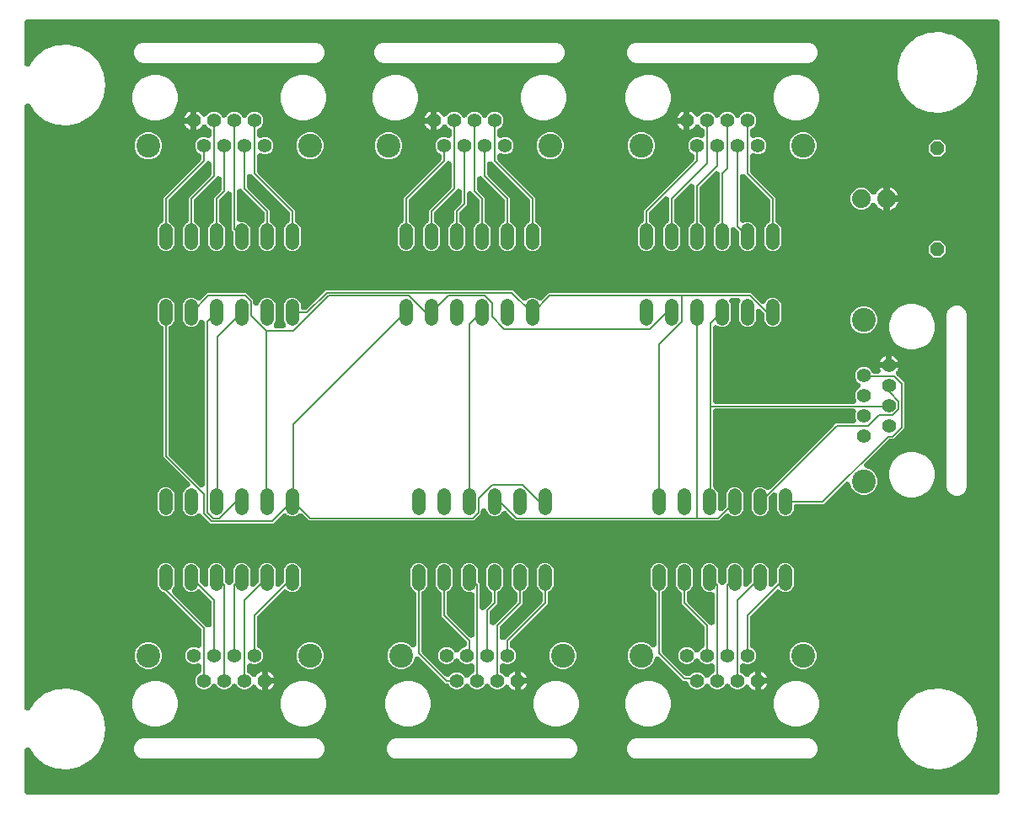
<source format=gbr>
G04 EAGLE Gerber RS-274X export*
G75*
%MOMM*%
%FSLAX34Y34*%
%LPD*%
%INBottom Copper*%
%IPPOS*%
%AMOC8*
5,1,8,0,0,1.08239X$1,22.5*%
G01*
%ADD10C,1.879600*%
%ADD11C,1.422400*%
%ADD12C,2.400000*%
%ADD13P,1.429621X8X292.500000*%
%ADD14C,1.320800*%
%ADD15C,0.203200*%
%ADD16C,0.152400*%

G36*
X986868Y10167D02*
X986868Y10167D01*
X986944Y10165D01*
X987113Y10187D01*
X987284Y10201D01*
X987358Y10219D01*
X987433Y10229D01*
X987597Y10278D01*
X987763Y10319D01*
X987832Y10349D01*
X987906Y10371D01*
X988059Y10447D01*
X988216Y10514D01*
X988280Y10555D01*
X988349Y10588D01*
X988488Y10687D01*
X988632Y10779D01*
X988689Y10830D01*
X988751Y10874D01*
X988872Y10994D01*
X989000Y11108D01*
X989048Y11167D01*
X989102Y11221D01*
X989203Y11359D01*
X989310Y11492D01*
X989347Y11558D01*
X989392Y11619D01*
X989469Y11772D01*
X989554Y11920D01*
X989580Y11992D01*
X989615Y12060D01*
X989666Y12223D01*
X989725Y12383D01*
X989740Y12458D01*
X989763Y12530D01*
X989775Y12635D01*
X989820Y12867D01*
X989827Y13103D01*
X989839Y13208D01*
X989839Y786792D01*
X989833Y786868D01*
X989835Y786944D01*
X989813Y787113D01*
X989799Y787284D01*
X989781Y787358D01*
X989771Y787433D01*
X989722Y787597D01*
X989681Y787763D01*
X989651Y787832D01*
X989629Y787906D01*
X989553Y788059D01*
X989486Y788216D01*
X989445Y788280D01*
X989412Y788349D01*
X989313Y788488D01*
X989221Y788632D01*
X989170Y788689D01*
X989126Y788751D01*
X989006Y788872D01*
X988892Y789000D01*
X988833Y789048D01*
X988779Y789102D01*
X988641Y789203D01*
X988508Y789310D01*
X988442Y789347D01*
X988381Y789392D01*
X988228Y789469D01*
X988080Y789554D01*
X988008Y789580D01*
X987940Y789615D01*
X987777Y789666D01*
X987617Y789725D01*
X987542Y789740D01*
X987470Y789763D01*
X987365Y789775D01*
X987133Y789820D01*
X986897Y789827D01*
X986792Y789839D01*
X13208Y789839D01*
X13132Y789833D01*
X13056Y789835D01*
X12887Y789813D01*
X12716Y789799D01*
X12642Y789781D01*
X12567Y789771D01*
X12403Y789722D01*
X12237Y789681D01*
X12168Y789651D01*
X12094Y789629D01*
X11941Y789553D01*
X11784Y789486D01*
X11720Y789445D01*
X11651Y789412D01*
X11512Y789313D01*
X11368Y789221D01*
X11311Y789170D01*
X11249Y789126D01*
X11128Y789006D01*
X11000Y788892D01*
X10952Y788833D01*
X10898Y788779D01*
X10797Y788641D01*
X10690Y788508D01*
X10653Y788442D01*
X10608Y788381D01*
X10531Y788228D01*
X10446Y788080D01*
X10420Y788008D01*
X10385Y787940D01*
X10334Y787777D01*
X10275Y787617D01*
X10260Y787542D01*
X10237Y787470D01*
X10225Y787365D01*
X10180Y787133D01*
X10173Y786897D01*
X10161Y786792D01*
X10161Y745451D01*
X10167Y745375D01*
X10165Y745299D01*
X10187Y745129D01*
X10201Y744959D01*
X10219Y744885D01*
X10229Y744810D01*
X10278Y744646D01*
X10319Y744480D01*
X10349Y744410D01*
X10371Y744337D01*
X10447Y744184D01*
X10514Y744027D01*
X10555Y743963D01*
X10588Y743894D01*
X10687Y743755D01*
X10779Y743611D01*
X10830Y743554D01*
X10874Y743492D01*
X10994Y743371D01*
X11108Y743243D01*
X11167Y743195D01*
X11220Y743141D01*
X11359Y743040D01*
X11492Y742933D01*
X11558Y742895D01*
X11619Y742851D01*
X11772Y742774D01*
X11920Y742689D01*
X11992Y742663D01*
X12060Y742628D01*
X12223Y742577D01*
X12383Y742517D01*
X12458Y742503D01*
X12530Y742480D01*
X12699Y742456D01*
X12867Y742423D01*
X12943Y742420D01*
X13018Y742410D01*
X13190Y742413D01*
X13360Y742407D01*
X13435Y742417D01*
X13512Y742419D01*
X13680Y742450D01*
X13849Y742472D01*
X13922Y742494D01*
X13997Y742508D01*
X14158Y742565D01*
X14321Y742614D01*
X14390Y742648D01*
X14462Y742673D01*
X14611Y742756D01*
X14765Y742831D01*
X14827Y742875D01*
X14893Y742912D01*
X15028Y743018D01*
X15167Y743117D01*
X15221Y743170D01*
X15281Y743217D01*
X15350Y743297D01*
X15518Y743463D01*
X15657Y743655D01*
X15726Y743734D01*
X17188Y745879D01*
X19265Y748926D01*
X21033Y751519D01*
X30497Y759066D01*
X41764Y763488D01*
X53834Y764393D01*
X60340Y762908D01*
X60341Y762908D01*
X65635Y761699D01*
X76118Y755647D01*
X84350Y746774D01*
X89602Y735869D01*
X91406Y723900D01*
X89602Y711931D01*
X84350Y701026D01*
X76118Y692153D01*
X65635Y686101D01*
X53834Y683407D01*
X41764Y684312D01*
X30497Y688734D01*
X21033Y696281D01*
X15726Y704066D01*
X15678Y704125D01*
X15637Y704189D01*
X15523Y704316D01*
X15416Y704449D01*
X15359Y704500D01*
X15308Y704557D01*
X15175Y704664D01*
X15048Y704778D01*
X14984Y704819D01*
X14924Y704867D01*
X14776Y704951D01*
X14632Y705043D01*
X14562Y705073D01*
X14496Y705111D01*
X14335Y705170D01*
X14178Y705238D01*
X14105Y705256D01*
X14033Y705283D01*
X13866Y705315D01*
X13700Y705356D01*
X13624Y705363D01*
X13549Y705377D01*
X13379Y705383D01*
X13208Y705396D01*
X13132Y705390D01*
X13056Y705393D01*
X12887Y705370D01*
X12716Y705356D01*
X12642Y705338D01*
X12567Y705328D01*
X12403Y705279D01*
X12237Y705238D01*
X12167Y705208D01*
X12094Y705186D01*
X11941Y705110D01*
X11784Y705043D01*
X11720Y705002D01*
X11651Y704969D01*
X11512Y704870D01*
X11368Y704778D01*
X11311Y704727D01*
X11249Y704683D01*
X11127Y704563D01*
X11000Y704449D01*
X10952Y704390D01*
X10898Y704337D01*
X10797Y704198D01*
X10690Y704066D01*
X10652Y703999D01*
X10608Y703938D01*
X10531Y703785D01*
X10446Y703637D01*
X10420Y703565D01*
X10385Y703497D01*
X10334Y703334D01*
X10275Y703174D01*
X10260Y703100D01*
X10237Y703027D01*
X10225Y702922D01*
X10180Y702690D01*
X10173Y702454D01*
X10161Y702349D01*
X10161Y97751D01*
X10167Y97675D01*
X10165Y97599D01*
X10187Y97429D01*
X10201Y97259D01*
X10219Y97185D01*
X10229Y97110D01*
X10278Y96946D01*
X10319Y96780D01*
X10349Y96710D01*
X10371Y96637D01*
X10447Y96484D01*
X10514Y96327D01*
X10555Y96263D01*
X10588Y96194D01*
X10687Y96055D01*
X10779Y95911D01*
X10830Y95854D01*
X10874Y95792D01*
X10994Y95671D01*
X11108Y95543D01*
X11167Y95495D01*
X11220Y95441D01*
X11359Y95340D01*
X11492Y95233D01*
X11558Y95195D01*
X11619Y95151D01*
X11772Y95074D01*
X11920Y94989D01*
X11992Y94963D01*
X12060Y94928D01*
X12223Y94877D01*
X12383Y94817D01*
X12458Y94803D01*
X12530Y94780D01*
X12699Y94756D01*
X12867Y94723D01*
X12943Y94720D01*
X13018Y94710D01*
X13190Y94713D01*
X13360Y94707D01*
X13435Y94717D01*
X13512Y94719D01*
X13680Y94750D01*
X13849Y94772D01*
X13922Y94794D01*
X13997Y94808D01*
X14158Y94865D01*
X14321Y94914D01*
X14390Y94948D01*
X14462Y94973D01*
X14611Y95056D01*
X14765Y95131D01*
X14827Y95175D01*
X14893Y95212D01*
X15028Y95318D01*
X15167Y95417D01*
X15221Y95470D01*
X15281Y95517D01*
X15350Y95597D01*
X15518Y95763D01*
X15657Y95955D01*
X15726Y96034D01*
X16258Y96814D01*
X16258Y96815D01*
X18335Y99862D01*
X21033Y103819D01*
X30497Y111366D01*
X41764Y115788D01*
X53834Y116693D01*
X65635Y113999D01*
X76118Y107947D01*
X84350Y99074D01*
X89602Y88169D01*
X91406Y76200D01*
X89602Y64231D01*
X84350Y53326D01*
X76118Y44453D01*
X65635Y38401D01*
X53834Y35707D01*
X41764Y36612D01*
X30497Y41034D01*
X21033Y48581D01*
X15726Y56366D01*
X15678Y56425D01*
X15637Y56489D01*
X15523Y56616D01*
X15416Y56749D01*
X15359Y56800D01*
X15308Y56857D01*
X15175Y56964D01*
X15048Y57078D01*
X14984Y57119D01*
X14924Y57167D01*
X14776Y57251D01*
X14632Y57343D01*
X14562Y57373D01*
X14496Y57411D01*
X14335Y57470D01*
X14178Y57538D01*
X14105Y57556D01*
X14033Y57583D01*
X13866Y57615D01*
X13700Y57656D01*
X13624Y57663D01*
X13549Y57677D01*
X13379Y57683D01*
X13208Y57696D01*
X13132Y57690D01*
X13056Y57693D01*
X12887Y57670D01*
X12716Y57656D01*
X12642Y57638D01*
X12567Y57628D01*
X12403Y57579D01*
X12237Y57538D01*
X12167Y57508D01*
X12094Y57486D01*
X11941Y57410D01*
X11784Y57343D01*
X11720Y57302D01*
X11651Y57269D01*
X11512Y57170D01*
X11368Y57078D01*
X11311Y57027D01*
X11249Y56983D01*
X11128Y56863D01*
X11000Y56749D01*
X10952Y56690D01*
X10898Y56637D01*
X10797Y56498D01*
X10690Y56366D01*
X10653Y56299D01*
X10608Y56238D01*
X10531Y56085D01*
X10446Y55937D01*
X10420Y55865D01*
X10385Y55797D01*
X10334Y55634D01*
X10275Y55474D01*
X10260Y55400D01*
X10237Y55327D01*
X10225Y55222D01*
X10180Y54990D01*
X10173Y54754D01*
X10161Y54649D01*
X10161Y13208D01*
X10167Y13132D01*
X10165Y13056D01*
X10187Y12887D01*
X10201Y12716D01*
X10219Y12642D01*
X10229Y12567D01*
X10278Y12403D01*
X10319Y12237D01*
X10349Y12168D01*
X10371Y12094D01*
X10447Y11941D01*
X10514Y11784D01*
X10555Y11720D01*
X10588Y11651D01*
X10687Y11512D01*
X10779Y11368D01*
X10830Y11311D01*
X10874Y11249D01*
X10994Y11128D01*
X11108Y11000D01*
X11167Y10952D01*
X11221Y10898D01*
X11359Y10797D01*
X11492Y10690D01*
X11558Y10653D01*
X11619Y10608D01*
X11772Y10531D01*
X11920Y10446D01*
X11992Y10420D01*
X12060Y10385D01*
X12223Y10334D01*
X12383Y10275D01*
X12458Y10260D01*
X12530Y10237D01*
X12635Y10225D01*
X12867Y10180D01*
X13103Y10173D01*
X13208Y10161D01*
X986792Y10161D01*
X986868Y10167D01*
G37*
%LPC*%
G36*
X197173Y282701D02*
X197173Y282701D01*
X194941Y284933D01*
X187642Y292232D01*
X187584Y292282D01*
X187531Y292337D01*
X187396Y292441D01*
X187266Y292552D01*
X187200Y292591D01*
X187140Y292638D01*
X186989Y292718D01*
X186843Y292806D01*
X186772Y292835D01*
X186705Y292871D01*
X186544Y292926D01*
X186385Y292990D01*
X186311Y293006D01*
X186239Y293031D01*
X186070Y293059D01*
X185903Y293096D01*
X185827Y293101D01*
X185752Y293113D01*
X185581Y293114D01*
X185411Y293124D01*
X185335Y293116D01*
X185259Y293116D01*
X185090Y293090D01*
X184920Y293072D01*
X184847Y293052D01*
X184772Y293040D01*
X184609Y292986D01*
X184445Y292941D01*
X184375Y292909D01*
X184303Y292886D01*
X184152Y292807D01*
X183996Y292735D01*
X183933Y292693D01*
X183865Y292658D01*
X183783Y292592D01*
X183587Y292460D01*
X183414Y292298D01*
X183332Y292232D01*
X182405Y291305D01*
X179417Y290067D01*
X176183Y290067D01*
X173195Y291305D01*
X170909Y293591D01*
X169671Y296579D01*
X169671Y313021D01*
X170909Y316009D01*
X173195Y318295D01*
X174777Y318950D01*
X174938Y319033D01*
X175102Y319108D01*
X175157Y319145D01*
X175216Y319175D01*
X175362Y319283D01*
X175511Y319383D01*
X175559Y319429D01*
X175613Y319468D01*
X175739Y319598D01*
X175871Y319721D01*
X175911Y319774D01*
X175957Y319822D01*
X176061Y319969D01*
X176171Y320113D01*
X176202Y320171D01*
X176240Y320226D01*
X176319Y320388D01*
X176404Y320547D01*
X176426Y320610D01*
X176454Y320670D01*
X176505Y320843D01*
X176564Y321014D01*
X176575Y321080D01*
X176594Y321143D01*
X176616Y321322D01*
X176647Y321500D01*
X176647Y321567D01*
X176655Y321633D01*
X176649Y321813D01*
X176650Y321994D01*
X176639Y322060D01*
X176637Y322126D01*
X176601Y322302D01*
X176573Y322481D01*
X176552Y322544D01*
X176539Y322609D01*
X176475Y322778D01*
X176419Y322950D01*
X176388Y323009D01*
X176365Y323071D01*
X176274Y323227D01*
X176191Y323387D01*
X176158Y323428D01*
X176118Y323498D01*
X175805Y323880D01*
X175780Y323902D01*
X175766Y323920D01*
X150113Y349573D01*
X150113Y478809D01*
X150096Y479027D01*
X150082Y479244D01*
X150076Y479272D01*
X150073Y479300D01*
X150021Y479512D01*
X149972Y479725D01*
X149961Y479752D01*
X149955Y479779D01*
X149868Y479980D01*
X149786Y480182D01*
X149771Y480206D01*
X149760Y480233D01*
X149643Y480417D01*
X149529Y480603D01*
X149510Y480625D01*
X149495Y480649D01*
X149350Y480811D01*
X149207Y480977D01*
X149185Y480995D01*
X149166Y481016D01*
X148997Y481153D01*
X148829Y481294D01*
X148808Y481305D01*
X148782Y481326D01*
X148354Y481570D01*
X148278Y481598D01*
X148232Y481624D01*
X147795Y481805D01*
X145509Y484091D01*
X144271Y487079D01*
X144271Y503521D01*
X145509Y506509D01*
X147795Y508795D01*
X150783Y510033D01*
X154017Y510033D01*
X157005Y508795D01*
X159291Y506509D01*
X160529Y503521D01*
X160529Y487079D01*
X159291Y484091D01*
X157005Y481805D01*
X156568Y481624D01*
X156373Y481524D01*
X156177Y481428D01*
X156154Y481412D01*
X156129Y481399D01*
X155953Y481269D01*
X155775Y481143D01*
X155755Y481123D01*
X155732Y481106D01*
X155579Y480949D01*
X155424Y480796D01*
X155407Y480773D01*
X155387Y480753D01*
X155262Y480574D01*
X155134Y480397D01*
X155121Y480372D01*
X155105Y480349D01*
X155010Y480152D01*
X154911Y479957D01*
X154903Y479930D01*
X154890Y479904D01*
X154829Y479695D01*
X154763Y479486D01*
X154760Y479463D01*
X154751Y479431D01*
X154690Y478941D01*
X154693Y478861D01*
X154687Y478809D01*
X154687Y352729D01*
X154696Y352616D01*
X154695Y352501D01*
X154716Y352370D01*
X154727Y352238D01*
X154754Y352127D01*
X154772Y352014D01*
X154813Y351888D01*
X154845Y351759D01*
X154890Y351654D01*
X154926Y351545D01*
X154988Y351428D01*
X155040Y351305D01*
X155101Y351209D01*
X155154Y351108D01*
X155213Y351034D01*
X155305Y350889D01*
X155521Y350647D01*
X155579Y350575D01*
X186059Y320095D01*
X186088Y320070D01*
X186114Y320042D01*
X186276Y319910D01*
X186435Y319775D01*
X186468Y319755D01*
X186498Y319732D01*
X186678Y319629D01*
X186858Y319521D01*
X186893Y319506D01*
X186926Y319488D01*
X187122Y319415D01*
X187316Y319337D01*
X187353Y319329D01*
X187389Y319316D01*
X187594Y319276D01*
X187798Y319231D01*
X187836Y319229D01*
X187873Y319221D01*
X188081Y319215D01*
X188290Y319203D01*
X188328Y319207D01*
X188366Y319206D01*
X188573Y319233D01*
X188781Y319255D01*
X188817Y319265D01*
X188855Y319270D01*
X189055Y319331D01*
X189256Y319386D01*
X189291Y319402D01*
X189328Y319413D01*
X189515Y319504D01*
X189705Y319592D01*
X189737Y319613D01*
X189771Y319630D01*
X189941Y319750D01*
X190114Y319867D01*
X190142Y319893D01*
X190173Y319915D01*
X190322Y320062D01*
X190474Y320205D01*
X190497Y320235D01*
X190524Y320262D01*
X190647Y320431D01*
X190774Y320596D01*
X190792Y320630D01*
X190814Y320661D01*
X190908Y320847D01*
X191007Y321031D01*
X191019Y321067D01*
X191037Y321101D01*
X191099Y321300D01*
X191167Y321498D01*
X191173Y321535D01*
X191185Y321572D01*
X191195Y321664D01*
X191250Y321984D01*
X191251Y322156D01*
X191261Y322249D01*
X191261Y484633D01*
X191250Y484775D01*
X191248Y484918D01*
X191230Y485021D01*
X191221Y485125D01*
X191187Y485263D01*
X191162Y485404D01*
X191128Y485502D01*
X191103Y485604D01*
X191046Y485735D01*
X190999Y485869D01*
X190949Y485961D01*
X190908Y486057D01*
X190832Y486178D01*
X190763Y486303D01*
X190699Y486385D01*
X190643Y486473D01*
X190548Y486580D01*
X190461Y486692D01*
X190384Y486763D01*
X190314Y486841D01*
X190203Y486931D01*
X190099Y487028D01*
X190012Y487086D01*
X189930Y487151D01*
X189807Y487222D01*
X189688Y487301D01*
X189592Y487344D01*
X189502Y487395D01*
X189368Y487445D01*
X189238Y487503D01*
X189137Y487530D01*
X189039Y487567D01*
X188900Y487594D01*
X188762Y487631D01*
X188657Y487642D01*
X188555Y487662D01*
X188413Y487666D01*
X188271Y487680D01*
X188166Y487674D01*
X188062Y487677D01*
X187921Y487658D01*
X187778Y487649D01*
X187677Y487626D01*
X187573Y487612D01*
X187436Y487571D01*
X187297Y487540D01*
X187201Y487500D01*
X187101Y487470D01*
X186972Y487407D01*
X186840Y487354D01*
X186751Y487299D01*
X186657Y487253D01*
X186541Y487171D01*
X186420Y487096D01*
X186340Y487028D01*
X186255Y486968D01*
X186154Y486867D01*
X186046Y486774D01*
X185978Y486694D01*
X185904Y486621D01*
X185820Y486506D01*
X185729Y486396D01*
X185691Y486328D01*
X185614Y486222D01*
X185418Y485835D01*
X185399Y485800D01*
X184691Y484091D01*
X182405Y481805D01*
X179417Y480567D01*
X176183Y480567D01*
X173195Y481805D01*
X170909Y484091D01*
X169671Y487079D01*
X169671Y503521D01*
X170909Y506509D01*
X173195Y508795D01*
X176183Y510033D01*
X179417Y510033D01*
X182405Y508795D01*
X183332Y507868D01*
X183390Y507818D01*
X183442Y507763D01*
X183578Y507659D01*
X183708Y507548D01*
X183773Y507509D01*
X183834Y507462D01*
X183984Y507382D01*
X184131Y507294D01*
X184201Y507265D01*
X184269Y507229D01*
X184430Y507174D01*
X184589Y507110D01*
X184663Y507094D01*
X184735Y507069D01*
X184904Y507041D01*
X185070Y507004D01*
X185146Y506999D01*
X185222Y506987D01*
X185392Y506986D01*
X185563Y506976D01*
X185639Y506984D01*
X185715Y506984D01*
X185884Y507010D01*
X186054Y507028D01*
X186127Y507048D01*
X186202Y507060D01*
X186365Y507114D01*
X186529Y507159D01*
X186598Y507191D01*
X186671Y507214D01*
X186823Y507293D01*
X186978Y507365D01*
X187041Y507407D01*
X187108Y507442D01*
X187191Y507508D01*
X187387Y507640D01*
X187559Y507802D01*
X187642Y507868D01*
X194125Y514351D01*
X232595Y514351D01*
X240031Y506915D01*
X240031Y504740D01*
X240042Y504598D01*
X240044Y504456D01*
X240062Y504353D01*
X240071Y504248D01*
X240105Y504110D01*
X240130Y503970D01*
X240164Y503871D01*
X240189Y503770D01*
X240246Y503639D01*
X240293Y503504D01*
X240343Y503412D01*
X240384Y503316D01*
X240460Y503196D01*
X240529Y503071D01*
X240593Y502988D01*
X240649Y502900D01*
X240744Y502794D01*
X240831Y502681D01*
X240908Y502610D01*
X240978Y502532D01*
X241089Y502443D01*
X241193Y502346D01*
X241280Y502288D01*
X241362Y502222D01*
X241485Y502152D01*
X241604Y502073D01*
X241700Y502030D01*
X241790Y501978D01*
X241924Y501929D01*
X242054Y501870D01*
X242155Y501843D01*
X242253Y501807D01*
X242392Y501779D01*
X242530Y501742D01*
X242635Y501732D01*
X242737Y501712D01*
X242879Y501708D01*
X243021Y501693D01*
X243126Y501700D01*
X243230Y501697D01*
X243371Y501715D01*
X243514Y501724D01*
X243615Y501747D01*
X243719Y501761D01*
X243856Y501802D01*
X243995Y501834D01*
X244091Y501873D01*
X244191Y501904D01*
X244320Y501966D01*
X244452Y502020D01*
X244541Y502075D01*
X244635Y502120D01*
X244751Y502203D01*
X244872Y502277D01*
X244952Y502345D01*
X245037Y502406D01*
X245138Y502506D01*
X245246Y502599D01*
X245314Y502679D01*
X245388Y502753D01*
X245472Y502868D01*
X245563Y502977D01*
X245601Y503046D01*
X245678Y503151D01*
X245874Y503538D01*
X245893Y503574D01*
X247109Y506509D01*
X249395Y508795D01*
X252383Y510033D01*
X255617Y510033D01*
X258605Y508795D01*
X260891Y506509D01*
X262129Y503521D01*
X262129Y487079D01*
X260738Y483722D01*
X260728Y483704D01*
X260713Y483668D01*
X260693Y483634D01*
X260621Y483439D01*
X260544Y483246D01*
X260536Y483208D01*
X260522Y483171D01*
X260482Y482968D01*
X260437Y482765D01*
X260435Y482726D01*
X260427Y482687D01*
X260421Y482480D01*
X260409Y482272D01*
X260413Y482233D01*
X260412Y482194D01*
X260439Y481989D01*
X260461Y481782D01*
X260471Y481744D01*
X260476Y481705D01*
X260536Y481506D01*
X260591Y481306D01*
X260607Y481270D01*
X260619Y481232D01*
X260710Y481046D01*
X260796Y480857D01*
X260818Y480825D01*
X260836Y480789D01*
X260956Y480620D01*
X261071Y480448D01*
X261098Y480419D01*
X261121Y480387D01*
X261267Y480240D01*
X261409Y480088D01*
X261440Y480064D01*
X261468Y480036D01*
X261635Y479914D01*
X261800Y479787D01*
X261835Y479769D01*
X261867Y479746D01*
X262052Y479652D01*
X262235Y479554D01*
X262272Y479541D01*
X262307Y479523D01*
X262505Y479461D01*
X262701Y479394D01*
X262740Y479387D01*
X262777Y479375D01*
X262871Y479364D01*
X263187Y479311D01*
X263361Y479309D01*
X263455Y479299D01*
X269945Y479299D01*
X269984Y479302D01*
X270023Y479300D01*
X270230Y479322D01*
X270437Y479339D01*
X270475Y479348D01*
X270514Y479352D01*
X270714Y479408D01*
X270915Y479457D01*
X270951Y479473D01*
X270989Y479483D01*
X271178Y479570D01*
X271369Y479652D01*
X271402Y479673D01*
X271438Y479689D01*
X271610Y479806D01*
X271785Y479917D01*
X271814Y479943D01*
X271847Y479965D01*
X271998Y480108D01*
X272153Y480246D01*
X272177Y480276D01*
X272206Y480303D01*
X272333Y480469D01*
X272463Y480630D01*
X272482Y480664D01*
X272506Y480695D01*
X272604Y480878D01*
X272707Y481058D01*
X272720Y481095D01*
X272739Y481130D01*
X272806Y481326D01*
X272878Y481521D01*
X272886Y481559D01*
X272898Y481597D01*
X272933Y481802D01*
X272973Y482005D01*
X272974Y482044D01*
X272981Y482083D01*
X272982Y482292D01*
X272988Y482498D01*
X272983Y482537D01*
X272983Y482576D01*
X272951Y482782D01*
X272924Y482987D01*
X272912Y483025D01*
X272906Y483064D01*
X272841Y483260D01*
X272781Y483459D01*
X272764Y483495D01*
X272752Y483532D01*
X272697Y483637D01*
X271271Y487079D01*
X271271Y503521D01*
X272509Y506509D01*
X274795Y508795D01*
X277783Y510033D01*
X281017Y510033D01*
X284005Y508795D01*
X286291Y506509D01*
X287529Y503521D01*
X287529Y500634D01*
X287535Y500558D01*
X287533Y500482D01*
X287555Y500313D01*
X287569Y500142D01*
X287587Y500068D01*
X287597Y499993D01*
X287646Y499829D01*
X287687Y499663D01*
X287717Y499594D01*
X287739Y499520D01*
X287815Y499367D01*
X287882Y499210D01*
X287923Y499146D01*
X287956Y499077D01*
X288055Y498938D01*
X288147Y498794D01*
X288198Y498737D01*
X288242Y498675D01*
X288362Y498554D01*
X288476Y498426D01*
X288535Y498378D01*
X288589Y498324D01*
X288727Y498223D01*
X288860Y498116D01*
X288926Y498079D01*
X288987Y498034D01*
X289140Y497957D01*
X289288Y497872D01*
X289360Y497846D01*
X289428Y497811D01*
X289591Y497760D01*
X289751Y497701D01*
X289826Y497686D01*
X289898Y497663D01*
X290003Y497651D01*
X290235Y497606D01*
X290471Y497599D01*
X290576Y497587D01*
X291923Y497587D01*
X292036Y497596D01*
X292151Y497595D01*
X292282Y497616D01*
X292414Y497627D01*
X292525Y497654D01*
X292638Y497672D01*
X292764Y497713D01*
X292893Y497745D01*
X292998Y497790D01*
X293107Y497826D01*
X293224Y497888D01*
X293347Y497940D01*
X293443Y498001D01*
X293544Y498054D01*
X293618Y498113D01*
X293763Y498205D01*
X294005Y498421D01*
X294077Y498479D01*
X312997Y517399D01*
X500819Y517399D01*
X510604Y507614D01*
X510662Y507564D01*
X510715Y507509D01*
X510850Y507405D01*
X510980Y507294D01*
X511046Y507255D01*
X511106Y507208D01*
X511256Y507128D01*
X511403Y507039D01*
X511474Y507011D01*
X511541Y506975D01*
X511702Y506920D01*
X511861Y506856D01*
X511935Y506840D01*
X512007Y506815D01*
X512176Y506787D01*
X512343Y506750D01*
X512419Y506745D01*
X512494Y506733D01*
X512665Y506732D01*
X512835Y506722D01*
X512911Y506730D01*
X512987Y506730D01*
X513156Y506756D01*
X513326Y506774D01*
X513399Y506794D01*
X513474Y506806D01*
X513637Y506860D01*
X513801Y506905D01*
X513871Y506937D01*
X513943Y506960D01*
X514095Y507039D01*
X514250Y507111D01*
X514313Y507153D01*
X514381Y507188D01*
X514463Y507254D01*
X514659Y507386D01*
X514832Y507548D01*
X514914Y507614D01*
X516095Y508795D01*
X519083Y510033D01*
X522317Y510033D01*
X525305Y508795D01*
X526232Y507868D01*
X526290Y507818D01*
X526342Y507763D01*
X526478Y507659D01*
X526608Y507548D01*
X526673Y507509D01*
X526734Y507462D01*
X526884Y507382D01*
X527031Y507294D01*
X527101Y507265D01*
X527169Y507229D01*
X527330Y507174D01*
X527489Y507110D01*
X527563Y507094D01*
X527635Y507069D01*
X527804Y507041D01*
X527970Y507004D01*
X528046Y506999D01*
X528122Y506987D01*
X528292Y506986D01*
X528463Y506976D01*
X528539Y506984D01*
X528615Y506984D01*
X528784Y507010D01*
X528954Y507028D01*
X529027Y507048D01*
X529102Y507060D01*
X529265Y507114D01*
X529429Y507159D01*
X529498Y507191D01*
X529571Y507214D01*
X529723Y507293D01*
X529878Y507365D01*
X529941Y507407D01*
X530008Y507442D01*
X530091Y507508D01*
X530287Y507640D01*
X530459Y507802D01*
X530542Y507868D01*
X537025Y514351D01*
X740087Y514351D01*
X749781Y504657D01*
X749864Y504586D01*
X749897Y504553D01*
X749933Y504527D01*
X750051Y504417D01*
X750106Y504380D01*
X750157Y504337D01*
X750312Y504244D01*
X750462Y504144D01*
X750523Y504117D01*
X750580Y504083D01*
X750747Y504016D01*
X750912Y503941D01*
X750976Y503924D01*
X751038Y503900D01*
X751214Y503861D01*
X751388Y503814D01*
X751455Y503807D01*
X751519Y503793D01*
X751700Y503783D01*
X751879Y503765D01*
X751946Y503769D01*
X752012Y503765D01*
X752192Y503784D01*
X752372Y503796D01*
X752437Y503810D01*
X752503Y503817D01*
X752676Y503865D01*
X752853Y503905D01*
X752914Y503930D01*
X752978Y503948D01*
X753142Y504023D01*
X753310Y504091D01*
X753366Y504126D01*
X753427Y504154D01*
X753577Y504255D01*
X753730Y504349D01*
X753781Y504392D01*
X753836Y504429D01*
X753967Y504553D01*
X754104Y504670D01*
X754147Y504721D01*
X754196Y504767D01*
X754305Y504910D01*
X754421Y505048D01*
X754447Y505095D01*
X754496Y505158D01*
X754729Y505593D01*
X754740Y505625D01*
X754751Y505645D01*
X755109Y506509D01*
X757395Y508795D01*
X760383Y510033D01*
X763617Y510033D01*
X766605Y508795D01*
X768891Y506509D01*
X770129Y503521D01*
X770129Y487079D01*
X768891Y484091D01*
X766605Y481805D01*
X763617Y480567D01*
X760383Y480567D01*
X757395Y481805D01*
X755109Y484091D01*
X753871Y487079D01*
X753871Y492837D01*
X753862Y492950D01*
X753863Y493065D01*
X753842Y493196D01*
X753831Y493328D01*
X753804Y493439D01*
X753786Y493552D01*
X753745Y493678D01*
X753713Y493807D01*
X753668Y493912D01*
X753632Y494021D01*
X753571Y494138D01*
X753518Y494261D01*
X753457Y494357D01*
X753404Y494458D01*
X753345Y494532D01*
X753253Y494677D01*
X753037Y494918D01*
X752979Y494991D01*
X749931Y498039D01*
X749902Y498064D01*
X749876Y498092D01*
X749714Y498223D01*
X749555Y498359D01*
X749522Y498379D01*
X749492Y498402D01*
X749311Y498506D01*
X749132Y498613D01*
X749097Y498628D01*
X749064Y498646D01*
X748868Y498719D01*
X748674Y498797D01*
X748637Y498805D01*
X748601Y498818D01*
X748396Y498858D01*
X748192Y498903D01*
X748154Y498905D01*
X748117Y498913D01*
X747909Y498919D01*
X747700Y498931D01*
X747662Y498927D01*
X747624Y498928D01*
X747417Y498901D01*
X747209Y498879D01*
X747173Y498869D01*
X747135Y498864D01*
X746935Y498803D01*
X746734Y498748D01*
X746699Y498732D01*
X746662Y498721D01*
X746475Y498629D01*
X746285Y498542D01*
X746254Y498521D01*
X746219Y498504D01*
X746049Y498384D01*
X745876Y498267D01*
X745848Y498241D01*
X745817Y498219D01*
X745668Y498072D01*
X745516Y497929D01*
X745493Y497899D01*
X745466Y497872D01*
X745343Y497703D01*
X745216Y497538D01*
X745198Y497504D01*
X745176Y497473D01*
X745082Y497287D01*
X744983Y497103D01*
X744970Y497067D01*
X744953Y497033D01*
X744891Y496834D01*
X744823Y496636D01*
X744817Y496599D01*
X744805Y496562D01*
X744795Y496470D01*
X744740Y496150D01*
X744739Y495978D01*
X744729Y495885D01*
X744729Y487079D01*
X743491Y484091D01*
X741205Y481805D01*
X738217Y480567D01*
X734983Y480567D01*
X731995Y481805D01*
X729709Y484091D01*
X728471Y487079D01*
X728471Y503521D01*
X729317Y505564D01*
X729373Y505735D01*
X729436Y505905D01*
X729448Y505970D01*
X729469Y506033D01*
X729496Y506212D01*
X729530Y506389D01*
X729532Y506455D01*
X729542Y506521D01*
X729540Y506702D01*
X729546Y506882D01*
X729537Y506948D01*
X729536Y507015D01*
X729505Y507192D01*
X729481Y507371D01*
X729462Y507435D01*
X729450Y507500D01*
X729391Y507671D01*
X729339Y507844D01*
X729309Y507903D01*
X729288Y507966D01*
X729201Y508124D01*
X729122Y508287D01*
X729083Y508341D01*
X729052Y508399D01*
X728941Y508542D01*
X728836Y508689D01*
X728790Y508736D01*
X728749Y508789D01*
X728617Y508911D01*
X728490Y509040D01*
X728436Y509079D01*
X728387Y509124D01*
X728237Y509224D01*
X728091Y509330D01*
X728031Y509360D01*
X727976Y509397D01*
X727812Y509471D01*
X727650Y509553D01*
X727587Y509573D01*
X727526Y509600D01*
X727353Y509647D01*
X727180Y509701D01*
X727127Y509707D01*
X727050Y509728D01*
X726559Y509777D01*
X726525Y509775D01*
X726502Y509777D01*
X721298Y509777D01*
X721118Y509763D01*
X720938Y509756D01*
X720872Y509743D01*
X720806Y509737D01*
X720631Y509694D01*
X720454Y509658D01*
X720392Y509635D01*
X720327Y509619D01*
X720161Y509547D01*
X719993Y509484D01*
X719935Y509450D01*
X719874Y509424D01*
X719722Y509327D01*
X719565Y509237D01*
X719514Y509195D01*
X719458Y509159D01*
X719323Y509039D01*
X719184Y508924D01*
X719140Y508875D01*
X719090Y508830D01*
X718976Y508690D01*
X718857Y508555D01*
X718822Y508498D01*
X718780Y508446D01*
X718691Y508290D01*
X718595Y508137D01*
X718569Y508076D01*
X718536Y508018D01*
X718473Y507848D01*
X718403Y507682D01*
X718388Y507618D01*
X718364Y507555D01*
X718330Y507378D01*
X718287Y507203D01*
X718282Y507136D01*
X718270Y507071D01*
X718264Y506891D01*
X718251Y506711D01*
X718256Y506644D01*
X718254Y506578D01*
X718278Y506399D01*
X718294Y506219D01*
X718308Y506169D01*
X718319Y506089D01*
X718461Y505617D01*
X718476Y505586D01*
X718483Y505564D01*
X719329Y503521D01*
X719329Y487079D01*
X718091Y484091D01*
X715805Y481805D01*
X712817Y480567D01*
X709583Y480567D01*
X706226Y481958D01*
X706208Y481968D01*
X706172Y481983D01*
X706138Y482003D01*
X705943Y482075D01*
X705750Y482152D01*
X705712Y482160D01*
X705675Y482174D01*
X705472Y482214D01*
X705269Y482259D01*
X705230Y482261D01*
X705191Y482269D01*
X704984Y482275D01*
X704776Y482287D01*
X704737Y482283D01*
X704698Y482284D01*
X704493Y482257D01*
X704286Y482235D01*
X704248Y482225D01*
X704209Y482220D01*
X704010Y482160D01*
X703810Y482105D01*
X703774Y482089D01*
X703736Y482077D01*
X703550Y481986D01*
X703361Y481900D01*
X703329Y481878D01*
X703293Y481860D01*
X703124Y481740D01*
X702952Y481625D01*
X702923Y481598D01*
X702891Y481575D01*
X702744Y481429D01*
X702592Y481287D01*
X702568Y481256D01*
X702540Y481228D01*
X702418Y481061D01*
X702291Y480896D01*
X702273Y480861D01*
X702250Y480829D01*
X702156Y480644D01*
X702058Y480461D01*
X702045Y480424D01*
X702027Y480389D01*
X701965Y480191D01*
X701898Y479995D01*
X701891Y479956D01*
X701879Y479919D01*
X701868Y479825D01*
X701815Y479509D01*
X701813Y479335D01*
X701803Y479241D01*
X701803Y406146D01*
X701809Y406070D01*
X701807Y405994D01*
X701829Y405825D01*
X701843Y405654D01*
X701861Y405580D01*
X701871Y405505D01*
X701920Y405341D01*
X701961Y405175D01*
X701991Y405106D01*
X702013Y405032D01*
X702089Y404879D01*
X702156Y404722D01*
X702197Y404658D01*
X702230Y404589D01*
X702329Y404450D01*
X702421Y404306D01*
X702472Y404249D01*
X702516Y404187D01*
X702636Y404066D01*
X702750Y403938D01*
X702809Y403890D01*
X702863Y403836D01*
X703001Y403735D01*
X703134Y403628D01*
X703200Y403591D01*
X703261Y403546D01*
X703414Y403469D01*
X703562Y403384D01*
X703634Y403358D01*
X703702Y403323D01*
X703865Y403272D01*
X704025Y403213D01*
X704100Y403198D01*
X704172Y403175D01*
X704277Y403163D01*
X704509Y403118D01*
X704745Y403111D01*
X704850Y403099D01*
X842871Y403099D01*
X843051Y403113D01*
X843231Y403120D01*
X843296Y403133D01*
X843363Y403139D01*
X843538Y403182D01*
X843715Y403218D01*
X843777Y403241D01*
X843842Y403257D01*
X844008Y403329D01*
X844176Y403392D01*
X844234Y403426D01*
X844295Y403452D01*
X844447Y403549D01*
X844604Y403639D01*
X844655Y403681D01*
X844711Y403717D01*
X844845Y403837D01*
X844985Y403952D01*
X845029Y404001D01*
X845079Y404046D01*
X845192Y404186D01*
X845312Y404321D01*
X845347Y404378D01*
X845389Y404430D01*
X845478Y404586D01*
X845574Y404739D01*
X845600Y404801D01*
X845633Y404858D01*
X845696Y405028D01*
X845766Y405194D01*
X845781Y405258D01*
X845804Y405321D01*
X845839Y405498D01*
X845881Y405673D01*
X845886Y405740D01*
X845899Y405805D01*
X845905Y405985D01*
X845918Y406165D01*
X845912Y406232D01*
X845915Y406298D01*
X845891Y406477D01*
X845875Y406657D01*
X845861Y406707D01*
X845850Y406787D01*
X845708Y407259D01*
X845693Y407290D01*
X845686Y407312D01*
X844663Y409782D01*
X844663Y413218D01*
X845978Y416392D01*
X848408Y418822D01*
X848559Y418885D01*
X848594Y418902D01*
X848629Y418915D01*
X848813Y419015D01*
X848998Y419110D01*
X849029Y419132D01*
X849063Y419151D01*
X849228Y419279D01*
X849395Y419403D01*
X849422Y419430D01*
X849452Y419454D01*
X849594Y419606D01*
X849740Y419756D01*
X849762Y419787D01*
X849788Y419815D01*
X849903Y419989D01*
X850023Y420160D01*
X850039Y420194D01*
X850060Y420226D01*
X850146Y420416D01*
X850237Y420605D01*
X850248Y420641D01*
X850263Y420676D01*
X850317Y420877D01*
X850376Y421078D01*
X850381Y421116D01*
X850391Y421153D01*
X850412Y421360D01*
X850438Y421567D01*
X850436Y421605D01*
X850440Y421643D01*
X850427Y421852D01*
X850419Y422060D01*
X850412Y422098D01*
X850409Y422136D01*
X850363Y422339D01*
X850321Y422544D01*
X850308Y422580D01*
X850299Y422617D01*
X850221Y422810D01*
X850147Y423005D01*
X850128Y423038D01*
X850113Y423074D01*
X850005Y423251D01*
X849900Y423432D01*
X849876Y423462D01*
X849856Y423495D01*
X849720Y423653D01*
X849588Y423814D01*
X849559Y423840D01*
X849534Y423868D01*
X849374Y424003D01*
X849218Y424141D01*
X849186Y424161D01*
X849156Y424186D01*
X849075Y424231D01*
X848800Y424403D01*
X848642Y424470D01*
X848559Y424515D01*
X848408Y424578D01*
X845978Y427008D01*
X844663Y430182D01*
X844663Y433618D01*
X845978Y436792D01*
X848408Y439222D01*
X851582Y440537D01*
X855018Y440537D01*
X858192Y439222D01*
X860622Y436792D01*
X861174Y435460D01*
X861274Y435265D01*
X861369Y435069D01*
X861386Y435046D01*
X861399Y435021D01*
X861529Y434845D01*
X861655Y434667D01*
X861675Y434647D01*
X861692Y434624D01*
X861849Y434471D01*
X862002Y434316D01*
X862024Y434299D01*
X862045Y434279D01*
X862224Y434154D01*
X862400Y434026D01*
X862426Y434013D01*
X862449Y433997D01*
X862646Y433902D01*
X862841Y433803D01*
X862868Y433795D01*
X862894Y433782D01*
X863103Y433721D01*
X863311Y433655D01*
X863335Y433652D01*
X863367Y433643D01*
X863856Y433582D01*
X863937Y433585D01*
X863989Y433579D01*
X867236Y433579D01*
X867289Y433583D01*
X867342Y433581D01*
X867534Y433603D01*
X867727Y433619D01*
X867779Y433632D01*
X867832Y433638D01*
X868019Y433691D01*
X868206Y433737D01*
X868255Y433758D01*
X868307Y433773D01*
X868482Y433856D01*
X868660Y433932D01*
X868705Y433961D01*
X868753Y433983D01*
X868913Y434093D01*
X869076Y434197D01*
X869115Y434233D01*
X869159Y434263D01*
X869299Y434397D01*
X869443Y434526D01*
X869477Y434567D01*
X869516Y434604D01*
X869632Y434759D01*
X869753Y434910D01*
X869780Y434956D01*
X869812Y434999D01*
X869902Y435170D01*
X869997Y435338D01*
X870016Y435388D01*
X870041Y435436D01*
X870102Y435619D01*
X870169Y435801D01*
X870179Y435853D01*
X870196Y435904D01*
X870227Y436095D01*
X870264Y436285D01*
X870265Y436338D01*
X870274Y436391D01*
X870273Y436585D01*
X870279Y436778D01*
X870272Y436831D01*
X870272Y436884D01*
X870240Y437076D01*
X870215Y437267D01*
X870199Y437318D01*
X870190Y437371D01*
X870154Y437467D01*
X870072Y437739D01*
X869986Y437916D01*
X869951Y438010D01*
X869754Y438395D01*
X869541Y439053D01*
X878700Y439053D01*
X887859Y439053D01*
X887646Y438395D01*
X886956Y437041D01*
X886150Y435932D01*
X886106Y435860D01*
X886055Y435793D01*
X885978Y435650D01*
X885893Y435510D01*
X885862Y435433D01*
X885822Y435359D01*
X885769Y435204D01*
X885708Y435053D01*
X885689Y434971D01*
X885662Y434892D01*
X885635Y434731D01*
X885598Y434572D01*
X885593Y434488D01*
X885579Y434406D01*
X885578Y434243D01*
X885568Y434080D01*
X885577Y433996D01*
X885576Y433912D01*
X885602Y433751D01*
X885618Y433589D01*
X885640Y433508D01*
X885653Y433425D01*
X885704Y433270D01*
X885746Y433112D01*
X885781Y433036D01*
X885807Y432956D01*
X885883Y432812D01*
X885950Y432663D01*
X885996Y432593D01*
X886035Y432519D01*
X886100Y432437D01*
X886223Y432252D01*
X886394Y432068D01*
X886460Y431986D01*
X887099Y431347D01*
X887100Y431346D01*
X893827Y424619D01*
X893827Y378529D01*
X883343Y368045D01*
X880033Y368045D01*
X879920Y368036D01*
X879805Y368037D01*
X879674Y368016D01*
X879542Y368005D01*
X879431Y367978D01*
X879318Y367960D01*
X879192Y367919D01*
X879063Y367887D01*
X878958Y367842D01*
X878849Y367806D01*
X878732Y367744D01*
X878609Y367692D01*
X878513Y367631D01*
X878412Y367578D01*
X878338Y367519D01*
X878193Y367427D01*
X877951Y367211D01*
X877879Y367153D01*
X854555Y343830D01*
X854439Y343692D01*
X854316Y343560D01*
X854279Y343504D01*
X854236Y343454D01*
X854143Y343299D01*
X854043Y343149D01*
X854016Y343088D01*
X853981Y343031D01*
X853914Y342864D01*
X853840Y342699D01*
X853823Y342635D01*
X853798Y342573D01*
X853759Y342397D01*
X853713Y342222D01*
X853706Y342156D01*
X853692Y342091D01*
X853681Y341911D01*
X853663Y341732D01*
X853668Y341665D01*
X853664Y341599D01*
X853683Y341419D01*
X853694Y341239D01*
X853709Y341174D01*
X853716Y341108D01*
X853764Y340934D01*
X853804Y340758D01*
X853829Y340697D01*
X853847Y340632D01*
X853922Y340469D01*
X853990Y340301D01*
X854025Y340245D01*
X854052Y340184D01*
X854153Y340034D01*
X854247Y339880D01*
X854291Y339830D01*
X854328Y339775D01*
X854451Y339643D01*
X854569Y339506D01*
X854620Y339464D01*
X854666Y339415D01*
X854809Y339305D01*
X854947Y339189D01*
X854993Y339164D01*
X855057Y339115D01*
X855492Y338882D01*
X855524Y338871D01*
X855544Y338860D01*
X860961Y336616D01*
X864766Y332811D01*
X866825Y327840D01*
X866825Y322460D01*
X864766Y317489D01*
X860961Y313684D01*
X855990Y311625D01*
X850610Y311625D01*
X845639Y313684D01*
X841834Y317489D01*
X839590Y322906D01*
X839508Y323066D01*
X839433Y323231D01*
X839396Y323286D01*
X839365Y323345D01*
X839258Y323490D01*
X839157Y323640D01*
X839112Y323688D01*
X839072Y323742D01*
X838943Y323868D01*
X838820Y323999D01*
X838767Y324040D01*
X838719Y324086D01*
X838572Y324190D01*
X838428Y324300D01*
X838370Y324331D01*
X838315Y324369D01*
X838153Y324448D01*
X837994Y324533D01*
X837931Y324554D01*
X837871Y324583D01*
X837698Y324634D01*
X837527Y324693D01*
X837461Y324704D01*
X837397Y324723D01*
X837219Y324745D01*
X837040Y324775D01*
X836974Y324776D01*
X836908Y324784D01*
X836728Y324777D01*
X836547Y324779D01*
X836481Y324768D01*
X836415Y324766D01*
X836239Y324730D01*
X836060Y324702D01*
X835996Y324681D01*
X835931Y324668D01*
X835763Y324604D01*
X835591Y324548D01*
X835532Y324517D01*
X835470Y324493D01*
X835314Y324403D01*
X835154Y324320D01*
X835112Y324287D01*
X835043Y324247D01*
X834661Y323934D01*
X834639Y323909D01*
X834620Y323895D01*
X813239Y302513D01*
X785876Y302513D01*
X785800Y302507D01*
X785724Y302509D01*
X785555Y302487D01*
X785384Y302473D01*
X785310Y302455D01*
X785235Y302445D01*
X785071Y302396D01*
X784905Y302355D01*
X784836Y302325D01*
X784762Y302303D01*
X784609Y302227D01*
X784452Y302160D01*
X784388Y302119D01*
X784319Y302086D01*
X784180Y301987D01*
X784036Y301895D01*
X783979Y301844D01*
X783917Y301800D01*
X783796Y301680D01*
X783668Y301566D01*
X783620Y301507D01*
X783566Y301453D01*
X783465Y301315D01*
X783358Y301182D01*
X783321Y301116D01*
X783276Y301055D01*
X783199Y300902D01*
X783114Y300754D01*
X783088Y300682D01*
X783053Y300614D01*
X783002Y300451D01*
X782943Y300291D01*
X782928Y300216D01*
X782905Y300144D01*
X782893Y300039D01*
X782848Y299807D01*
X782841Y299571D01*
X782829Y299466D01*
X782829Y296579D01*
X781591Y293591D01*
X779305Y291305D01*
X776317Y290067D01*
X773083Y290067D01*
X770095Y291305D01*
X767809Y293591D01*
X766571Y296579D01*
X766571Y310973D01*
X766568Y311011D01*
X766570Y311049D01*
X766548Y311256D01*
X766531Y311464D01*
X766522Y311501D01*
X766518Y311539D01*
X766463Y311740D01*
X766413Y311943D01*
X766398Y311978D01*
X766387Y312015D01*
X766300Y312205D01*
X766218Y312397D01*
X766198Y312429D01*
X766182Y312463D01*
X766065Y312637D01*
X765953Y312813D01*
X765928Y312841D01*
X765906Y312873D01*
X765763Y313025D01*
X765624Y313180D01*
X765595Y313204D01*
X765569Y313232D01*
X765403Y313359D01*
X765240Y313490D01*
X765207Y313509D01*
X765177Y313533D01*
X764993Y313631D01*
X764812Y313734D01*
X764776Y313748D01*
X764742Y313766D01*
X764545Y313833D01*
X764349Y313906D01*
X764312Y313913D01*
X764276Y313926D01*
X764069Y313961D01*
X763865Y314001D01*
X763827Y314002D01*
X763789Y314008D01*
X763580Y314010D01*
X763372Y314016D01*
X763334Y314011D01*
X763296Y314011D01*
X763089Y313979D01*
X762883Y313952D01*
X762846Y313941D01*
X762809Y313935D01*
X762610Y313869D01*
X762411Y313809D01*
X762376Y313792D01*
X762340Y313780D01*
X762155Y313684D01*
X761967Y313592D01*
X761936Y313570D01*
X761902Y313553D01*
X761830Y313495D01*
X761565Y313307D01*
X761443Y313186D01*
X761369Y313127D01*
X758321Y310079D01*
X758247Y309992D01*
X758166Y309912D01*
X758088Y309805D01*
X758002Y309703D01*
X757943Y309605D01*
X757876Y309513D01*
X757816Y309395D01*
X757747Y309281D01*
X757705Y309175D01*
X757653Y309073D01*
X757613Y308946D01*
X757564Y308823D01*
X757539Y308711D01*
X757505Y308602D01*
X757495Y308509D01*
X757457Y308341D01*
X757439Y308017D01*
X757429Y307925D01*
X757429Y296579D01*
X756191Y293591D01*
X753905Y291305D01*
X750917Y290067D01*
X747683Y290067D01*
X744695Y291305D01*
X742409Y293591D01*
X741171Y296579D01*
X741171Y313021D01*
X742409Y316009D01*
X744695Y318295D01*
X747683Y319533D01*
X750917Y319533D01*
X753905Y318295D01*
X754832Y317368D01*
X754890Y317318D01*
X754942Y317263D01*
X755078Y317159D01*
X755208Y317048D01*
X755273Y317009D01*
X755334Y316962D01*
X755484Y316882D01*
X755631Y316794D01*
X755701Y316765D01*
X755769Y316729D01*
X755930Y316674D01*
X756089Y316610D01*
X756163Y316594D01*
X756235Y316569D01*
X756404Y316541D01*
X756570Y316504D01*
X756646Y316499D01*
X756722Y316487D01*
X756892Y316486D01*
X757063Y316476D01*
X757139Y316484D01*
X757215Y316484D01*
X757384Y316510D01*
X757554Y316528D01*
X757627Y316548D01*
X757702Y316560D01*
X757865Y316614D01*
X758029Y316659D01*
X758098Y316691D01*
X758171Y316714D01*
X758323Y316793D01*
X758478Y316865D01*
X758541Y316907D01*
X758608Y316942D01*
X758691Y317008D01*
X758887Y317140D01*
X759059Y317302D01*
X759142Y317368D01*
X822829Y381055D01*
X825061Y383287D01*
X842628Y383287D01*
X842808Y383301D01*
X842988Y383308D01*
X843053Y383321D01*
X843119Y383327D01*
X843294Y383370D01*
X843471Y383406D01*
X843533Y383429D01*
X843598Y383445D01*
X843764Y383517D01*
X843933Y383580D01*
X843990Y383614D01*
X844051Y383640D01*
X844204Y383737D01*
X844360Y383827D01*
X844412Y383869D01*
X844468Y383905D01*
X844602Y384025D01*
X844742Y384140D01*
X844786Y384189D01*
X844835Y384234D01*
X844949Y384374D01*
X845068Y384509D01*
X845104Y384566D01*
X845145Y384618D01*
X845234Y384774D01*
X845331Y384927D01*
X845356Y384989D01*
X845389Y385046D01*
X845452Y385216D01*
X845522Y385382D01*
X845538Y385446D01*
X845561Y385509D01*
X845596Y385686D01*
X845638Y385861D01*
X845643Y385928D01*
X845656Y385993D01*
X845661Y386173D01*
X845675Y386353D01*
X845669Y386420D01*
X845671Y386486D01*
X845647Y386665D01*
X845632Y386845D01*
X845617Y386895D01*
X845607Y386975D01*
X845464Y387447D01*
X845449Y387478D01*
X845443Y387500D01*
X844663Y389382D01*
X844663Y392818D01*
X845282Y394312D01*
X845337Y394484D01*
X845400Y394653D01*
X845413Y394718D01*
X845433Y394781D01*
X845460Y394960D01*
X845495Y395137D01*
X845497Y395203D01*
X845507Y395269D01*
X845505Y395450D01*
X845510Y395630D01*
X845502Y395696D01*
X845501Y395763D01*
X845469Y395940D01*
X845446Y396119D01*
X845427Y396183D01*
X845415Y396248D01*
X845356Y396418D01*
X845303Y396592D01*
X845274Y396651D01*
X845252Y396714D01*
X845166Y396873D01*
X845086Y397035D01*
X845048Y397089D01*
X845016Y397147D01*
X844905Y397290D01*
X844801Y397437D01*
X844754Y397484D01*
X844713Y397537D01*
X844581Y397660D01*
X844454Y397788D01*
X844401Y397827D01*
X844352Y397872D01*
X844201Y397972D01*
X844055Y398078D01*
X843996Y398108D01*
X843941Y398145D01*
X843776Y398219D01*
X843615Y398301D01*
X843552Y398321D01*
X843491Y398348D01*
X843317Y398395D01*
X843145Y398449D01*
X843092Y398455D01*
X843014Y398476D01*
X842524Y398525D01*
X842490Y398523D01*
X842467Y398525D01*
X704850Y398525D01*
X704774Y398519D01*
X704698Y398521D01*
X704529Y398499D01*
X704358Y398485D01*
X704284Y398467D01*
X704209Y398457D01*
X704045Y398408D01*
X703879Y398367D01*
X703810Y398337D01*
X703736Y398315D01*
X703583Y398239D01*
X703426Y398172D01*
X703362Y398131D01*
X703293Y398098D01*
X703154Y397999D01*
X703010Y397907D01*
X702953Y397856D01*
X702891Y397812D01*
X702770Y397692D01*
X702642Y397578D01*
X702594Y397519D01*
X702540Y397465D01*
X702439Y397327D01*
X702332Y397194D01*
X702295Y397128D01*
X702250Y397067D01*
X702173Y396914D01*
X702088Y396766D01*
X702062Y396694D01*
X702027Y396626D01*
X701976Y396463D01*
X701917Y396303D01*
X701902Y396228D01*
X701879Y396156D01*
X701867Y396051D01*
X701822Y395819D01*
X701815Y395583D01*
X701803Y395478D01*
X701803Y320859D01*
X701812Y320746D01*
X701811Y320631D01*
X701832Y320500D01*
X701843Y320368D01*
X701870Y320257D01*
X701888Y320144D01*
X701929Y320018D01*
X701961Y319889D01*
X702006Y319784D01*
X702042Y319675D01*
X702104Y319557D01*
X702156Y319435D01*
X702217Y319339D01*
X702270Y319238D01*
X702329Y319164D01*
X702421Y319019D01*
X702637Y318777D01*
X702695Y318705D01*
X705391Y316009D01*
X706629Y313021D01*
X706629Y298119D01*
X706632Y298081D01*
X706630Y298043D01*
X706652Y297835D01*
X706669Y297628D01*
X706678Y297591D01*
X706682Y297553D01*
X706737Y297351D01*
X706787Y297149D01*
X706802Y297114D01*
X706813Y297077D01*
X706900Y296887D01*
X706982Y296695D01*
X707002Y296663D01*
X707018Y296629D01*
X707135Y296455D01*
X707247Y296279D01*
X707272Y296251D01*
X707294Y296219D01*
X707437Y296067D01*
X707576Y295912D01*
X707605Y295888D01*
X707631Y295860D01*
X707798Y295732D01*
X707960Y295602D01*
X707992Y295583D01*
X708023Y295559D01*
X708207Y295460D01*
X708388Y295358D01*
X708424Y295344D01*
X708458Y295326D01*
X708655Y295259D01*
X708851Y295186D01*
X708888Y295179D01*
X708924Y295166D01*
X709131Y295131D01*
X709335Y295091D01*
X709373Y295090D01*
X709411Y295084D01*
X709620Y295082D01*
X709828Y295076D01*
X709866Y295081D01*
X709904Y295081D01*
X710111Y295113D01*
X710317Y295140D01*
X710354Y295151D01*
X710391Y295157D01*
X710590Y295223D01*
X710789Y295283D01*
X710824Y295300D01*
X710860Y295312D01*
X711045Y295408D01*
X711233Y295500D01*
X711264Y295522D01*
X711298Y295539D01*
X711370Y295597D01*
X711635Y295785D01*
X711757Y295906D01*
X711831Y295965D01*
X714879Y299013D01*
X714953Y299100D01*
X715034Y299180D01*
X715112Y299287D01*
X715198Y299389D01*
X715257Y299486D01*
X715324Y299579D01*
X715384Y299697D01*
X715453Y299811D01*
X715495Y299917D01*
X715547Y300019D01*
X715587Y300146D01*
X715636Y300269D01*
X715661Y300381D01*
X715695Y300490D01*
X715705Y300583D01*
X715743Y300751D01*
X715761Y301075D01*
X715771Y301167D01*
X715771Y313021D01*
X717009Y316009D01*
X719295Y318295D01*
X722283Y319533D01*
X725517Y319533D01*
X728505Y318295D01*
X730791Y316009D01*
X732029Y313021D01*
X732029Y296579D01*
X730791Y293591D01*
X728505Y291305D01*
X725517Y290067D01*
X722283Y290067D01*
X719295Y291305D01*
X718622Y291978D01*
X718564Y292028D01*
X718512Y292083D01*
X718376Y292187D01*
X718246Y292298D01*
X718181Y292337D01*
X718120Y292384D01*
X717970Y292464D01*
X717823Y292552D01*
X717753Y292581D01*
X717685Y292617D01*
X717524Y292672D01*
X717365Y292736D01*
X717291Y292752D01*
X717219Y292777D01*
X717050Y292805D01*
X716884Y292842D01*
X716808Y292847D01*
X716732Y292859D01*
X716562Y292860D01*
X716391Y292870D01*
X716315Y292862D01*
X716239Y292862D01*
X716070Y292836D01*
X715900Y292818D01*
X715827Y292798D01*
X715752Y292786D01*
X715589Y292732D01*
X715425Y292687D01*
X715356Y292655D01*
X715283Y292632D01*
X715131Y292552D01*
X714976Y292481D01*
X714913Y292439D01*
X714846Y292404D01*
X714763Y292338D01*
X714567Y292206D01*
X714395Y292044D01*
X714312Y291978D01*
X708083Y285749D01*
X503497Y285749D01*
X501265Y287981D01*
X494521Y294725D01*
X494384Y294842D01*
X494251Y294965D01*
X494196Y295001D01*
X494145Y295044D01*
X493991Y295137D01*
X493840Y295237D01*
X493780Y295265D01*
X493723Y295299D01*
X493555Y295366D01*
X493391Y295440D01*
X493326Y295457D01*
X493265Y295482D01*
X493088Y295521D01*
X492914Y295568D01*
X492848Y295574D01*
X492783Y295589D01*
X492603Y295599D01*
X492423Y295617D01*
X492357Y295613D01*
X492290Y295616D01*
X492111Y295597D01*
X491931Y295586D01*
X491866Y295571D01*
X491800Y295564D01*
X491626Y295517D01*
X491450Y295476D01*
X491388Y295451D01*
X491324Y295434D01*
X491160Y295358D01*
X490993Y295290D01*
X490936Y295256D01*
X490876Y295228D01*
X490726Y295127D01*
X490572Y295033D01*
X490522Y294990D01*
X490466Y294952D01*
X490335Y294829D01*
X490198Y294711D01*
X490155Y294660D01*
X490107Y294615D01*
X489997Y294471D01*
X489881Y294333D01*
X489855Y294287D01*
X489807Y294223D01*
X489573Y293789D01*
X489562Y293757D01*
X489551Y293736D01*
X489491Y293591D01*
X487205Y291305D01*
X484217Y290067D01*
X480983Y290067D01*
X477995Y291305D01*
X475709Y293591D01*
X474493Y296526D01*
X474428Y296653D01*
X474372Y296784D01*
X474316Y296872D01*
X474268Y296965D01*
X474183Y297080D01*
X474107Y297200D01*
X474037Y297278D01*
X473975Y297362D01*
X473873Y297461D01*
X473778Y297568D01*
X473697Y297633D01*
X473622Y297706D01*
X473505Y297788D01*
X473394Y297878D01*
X473304Y297929D01*
X473218Y297989D01*
X473090Y298051D01*
X472966Y298122D01*
X472868Y298158D01*
X472774Y298203D01*
X472637Y298244D01*
X472503Y298293D01*
X472401Y298313D01*
X472300Y298343D01*
X472159Y298361D01*
X472019Y298388D01*
X471915Y298391D01*
X471811Y298404D01*
X471668Y298399D01*
X471526Y298403D01*
X471422Y298390D01*
X471318Y298386D01*
X471178Y298358D01*
X471037Y298339D01*
X470937Y298309D01*
X470834Y298288D01*
X470701Y298238D01*
X470564Y298196D01*
X470471Y298150D01*
X470373Y298113D01*
X470249Y298042D01*
X470121Y297980D01*
X470036Y297919D01*
X469946Y297867D01*
X469835Y297777D01*
X469719Y297694D01*
X469645Y297621D01*
X469564Y297554D01*
X469469Y297447D01*
X469368Y297347D01*
X469307Y297263D01*
X469237Y297184D01*
X469161Y297064D01*
X469078Y296949D01*
X469031Y296855D01*
X468975Y296767D01*
X468919Y296635D01*
X468855Y296508D01*
X468824Y296409D01*
X468783Y296312D01*
X468750Y296174D01*
X468707Y296038D01*
X468698Y295960D01*
X468668Y295833D01*
X468635Y295400D01*
X468631Y295360D01*
X468631Y293185D01*
X461195Y285749D01*
X296233Y285749D01*
X289496Y292486D01*
X289437Y292536D01*
X289385Y292591D01*
X289250Y292695D01*
X289120Y292806D01*
X289054Y292845D01*
X288994Y292892D01*
X288843Y292972D01*
X288697Y293060D01*
X288627Y293089D01*
X288559Y293125D01*
X288398Y293180D01*
X288239Y293244D01*
X288165Y293260D01*
X288093Y293285D01*
X287924Y293313D01*
X287757Y293350D01*
X287681Y293355D01*
X287606Y293367D01*
X287435Y293368D01*
X287265Y293378D01*
X287189Y293370D01*
X287113Y293370D01*
X286944Y293344D01*
X286774Y293326D01*
X286701Y293306D01*
X286626Y293294D01*
X286463Y293240D01*
X286299Y293195D01*
X286229Y293163D01*
X286157Y293140D01*
X286005Y293061D01*
X285850Y292989D01*
X285787Y292947D01*
X285719Y292912D01*
X285637Y292846D01*
X285441Y292714D01*
X285268Y292552D01*
X285186Y292486D01*
X284005Y291305D01*
X281017Y290067D01*
X277783Y290067D01*
X274795Y291305D01*
X273868Y292232D01*
X273810Y292282D01*
X273758Y292337D01*
X273622Y292441D01*
X273492Y292552D01*
X273427Y292591D01*
X273366Y292638D01*
X273216Y292718D01*
X273069Y292806D01*
X272999Y292835D01*
X272931Y292871D01*
X272770Y292926D01*
X272611Y292990D01*
X272537Y293006D01*
X272465Y293031D01*
X272296Y293059D01*
X272130Y293096D01*
X272054Y293101D01*
X271978Y293113D01*
X271808Y293114D01*
X271637Y293124D01*
X271561Y293116D01*
X271485Y293116D01*
X271316Y293090D01*
X271146Y293072D01*
X271073Y293052D01*
X270998Y293040D01*
X270835Y292986D01*
X270671Y292941D01*
X270602Y292909D01*
X270529Y292886D01*
X270377Y292806D01*
X270222Y292735D01*
X270159Y292693D01*
X270092Y292658D01*
X270009Y292592D01*
X269813Y292460D01*
X269641Y292298D01*
X269558Y292232D01*
X260027Y282701D01*
X197173Y282701D01*
G37*
%LPD*%
%LPC*%
G36*
X743195Y115654D02*
X743195Y115654D01*
X741841Y116344D01*
X740612Y117237D01*
X739537Y118312D01*
X738642Y119544D01*
X738597Y119596D01*
X738559Y119653D01*
X738437Y119783D01*
X738321Y119918D01*
X738268Y119963D01*
X738221Y120013D01*
X738079Y120121D01*
X737943Y120236D01*
X737884Y120271D01*
X737830Y120313D01*
X737672Y120397D01*
X737519Y120489D01*
X737455Y120514D01*
X737395Y120546D01*
X737226Y120604D01*
X737060Y120669D01*
X736993Y120684D01*
X736928Y120706D01*
X736752Y120736D01*
X736578Y120774D01*
X736510Y120777D01*
X736442Y120789D01*
X736263Y120790D01*
X736085Y120799D01*
X736017Y120791D01*
X735949Y120792D01*
X735772Y120764D01*
X735595Y120744D01*
X735529Y120726D01*
X735461Y120715D01*
X735292Y120659D01*
X735120Y120611D01*
X735058Y120582D01*
X734993Y120561D01*
X734834Y120478D01*
X734673Y120403D01*
X734616Y120365D01*
X734555Y120333D01*
X734472Y120267D01*
X734265Y120126D01*
X734104Y119973D01*
X734022Y119908D01*
X731392Y117278D01*
X728218Y115963D01*
X724782Y115963D01*
X721608Y117278D01*
X719178Y119708D01*
X719115Y119859D01*
X719098Y119893D01*
X719085Y119929D01*
X718985Y120113D01*
X718890Y120298D01*
X718868Y120329D01*
X718849Y120363D01*
X718721Y120528D01*
X718597Y120695D01*
X718570Y120722D01*
X718547Y120752D01*
X718393Y120895D01*
X718244Y121040D01*
X718213Y121062D01*
X718185Y121088D01*
X718010Y121203D01*
X717840Y121323D01*
X717806Y121339D01*
X717774Y121360D01*
X717583Y121446D01*
X717396Y121537D01*
X717359Y121548D01*
X717324Y121563D01*
X717122Y121617D01*
X716922Y121676D01*
X716885Y121681D01*
X716848Y121691D01*
X716640Y121712D01*
X716433Y121738D01*
X716395Y121736D01*
X716357Y121740D01*
X716149Y121727D01*
X715940Y121719D01*
X715902Y121712D01*
X715864Y121709D01*
X715662Y121663D01*
X715456Y121621D01*
X715421Y121608D01*
X715383Y121599D01*
X715190Y121521D01*
X714995Y121447D01*
X714962Y121428D01*
X714926Y121413D01*
X714749Y121305D01*
X714568Y121200D01*
X714538Y121176D01*
X714506Y121156D01*
X714347Y121020D01*
X714186Y120888D01*
X714161Y120859D01*
X714132Y120834D01*
X713997Y120674D01*
X713859Y120518D01*
X713839Y120486D01*
X713815Y120456D01*
X713769Y120375D01*
X713597Y120100D01*
X713530Y119942D01*
X713485Y119859D01*
X713422Y119708D01*
X710992Y117278D01*
X707818Y115963D01*
X704382Y115963D01*
X701208Y117278D01*
X698778Y119708D01*
X698715Y119859D01*
X698698Y119893D01*
X698685Y119929D01*
X698585Y120113D01*
X698490Y120298D01*
X698468Y120329D01*
X698449Y120363D01*
X698321Y120528D01*
X698197Y120695D01*
X698170Y120722D01*
X698147Y120752D01*
X697993Y120895D01*
X697844Y121040D01*
X697813Y121062D01*
X697785Y121088D01*
X697610Y121203D01*
X697440Y121323D01*
X697406Y121339D01*
X697374Y121360D01*
X697183Y121446D01*
X696996Y121537D01*
X696959Y121548D01*
X696924Y121563D01*
X696722Y121617D01*
X696522Y121676D01*
X696485Y121681D01*
X696448Y121691D01*
X696240Y121712D01*
X696033Y121738D01*
X695995Y121736D01*
X695957Y121740D01*
X695749Y121727D01*
X695540Y121719D01*
X695502Y121712D01*
X695464Y121709D01*
X695262Y121663D01*
X695056Y121621D01*
X695021Y121608D01*
X694983Y121599D01*
X694790Y121521D01*
X694595Y121447D01*
X694562Y121428D01*
X694526Y121413D01*
X694349Y121305D01*
X694168Y121200D01*
X694138Y121176D01*
X694106Y121156D01*
X693947Y121020D01*
X693786Y120888D01*
X693761Y120859D01*
X693732Y120834D01*
X693597Y120674D01*
X693459Y120518D01*
X693439Y120486D01*
X693415Y120456D01*
X693369Y120375D01*
X693197Y120100D01*
X693130Y119942D01*
X693085Y119859D01*
X693022Y119708D01*
X690592Y117278D01*
X687418Y115963D01*
X683982Y115963D01*
X680808Y117278D01*
X678378Y119708D01*
X677189Y122578D01*
X677090Y122772D01*
X676994Y122969D01*
X676977Y122992D01*
X676964Y123017D01*
X676834Y123193D01*
X676708Y123371D01*
X676688Y123391D01*
X676671Y123414D01*
X676515Y123567D01*
X676361Y123722D01*
X676338Y123739D01*
X676318Y123759D01*
X676139Y123884D01*
X675963Y124012D01*
X675937Y124025D01*
X675914Y124041D01*
X675717Y124136D01*
X675522Y124235D01*
X675495Y124243D01*
X675469Y124256D01*
X675260Y124317D01*
X675052Y124383D01*
X675028Y124386D01*
X674996Y124395D01*
X674507Y124456D01*
X674426Y124453D01*
X674374Y124459D01*
X672048Y124459D01*
X648376Y148131D01*
X648238Y148248D01*
X648106Y148371D01*
X648050Y148408D01*
X648000Y148451D01*
X647845Y148544D01*
X647695Y148644D01*
X647634Y148671D01*
X647577Y148705D01*
X647410Y148772D01*
X647245Y148847D01*
X647181Y148864D01*
X647119Y148888D01*
X646943Y148928D01*
X646768Y148974D01*
X646702Y148981D01*
X646637Y148995D01*
X646457Y149005D01*
X646278Y149023D01*
X646211Y149019D01*
X646145Y149023D01*
X645965Y149004D01*
X645785Y148993D01*
X645720Y148978D01*
X645654Y148971D01*
X645480Y148923D01*
X645304Y148883D01*
X645243Y148858D01*
X645178Y148840D01*
X645015Y148765D01*
X644847Y148697D01*
X644791Y148662D01*
X644730Y148634D01*
X644580Y148534D01*
X644426Y148439D01*
X644376Y148396D01*
X644321Y148359D01*
X644189Y148235D01*
X644052Y148118D01*
X644010Y148067D01*
X643961Y148021D01*
X643851Y147878D01*
X643735Y147740D01*
X643710Y147693D01*
X643661Y147630D01*
X643428Y147195D01*
X643417Y147163D01*
X643406Y147143D01*
X641416Y142339D01*
X637611Y138534D01*
X632640Y136475D01*
X627260Y136475D01*
X622289Y138534D01*
X618484Y142339D01*
X616425Y147310D01*
X616425Y152690D01*
X618484Y157661D01*
X622289Y161466D01*
X627260Y163525D01*
X632640Y163525D01*
X637611Y161466D01*
X639957Y159120D01*
X639986Y159095D01*
X640012Y159066D01*
X640174Y158936D01*
X640333Y158800D01*
X640366Y158780D01*
X640396Y158756D01*
X640577Y158653D01*
X640756Y158546D01*
X640791Y158531D01*
X640824Y158512D01*
X641020Y158440D01*
X641214Y158362D01*
X641251Y158354D01*
X641287Y158341D01*
X641492Y158301D01*
X641696Y158256D01*
X641734Y158253D01*
X641771Y158246D01*
X641979Y158240D01*
X642188Y158228D01*
X642226Y158232D01*
X642264Y158231D01*
X642471Y158258D01*
X642679Y158280D01*
X642715Y158290D01*
X642753Y158295D01*
X642953Y158356D01*
X643154Y158411D01*
X643189Y158427D01*
X643226Y158438D01*
X643413Y158530D01*
X643603Y158617D01*
X643634Y158638D01*
X643669Y158655D01*
X643839Y158775D01*
X644012Y158892D01*
X644040Y158918D01*
X644071Y158940D01*
X644219Y159087D01*
X644372Y159230D01*
X644395Y159260D01*
X644422Y159287D01*
X644545Y159456D01*
X644672Y159621D01*
X644690Y159655D01*
X644712Y159686D01*
X644806Y159872D01*
X644905Y160056D01*
X644918Y160092D01*
X644935Y160126D01*
X644997Y160325D01*
X645065Y160523D01*
X645071Y160560D01*
X645083Y160597D01*
X645093Y160689D01*
X645148Y161009D01*
X645149Y161181D01*
X645159Y161274D01*
X645159Y212214D01*
X645142Y212432D01*
X645128Y212650D01*
X645122Y212677D01*
X645119Y212706D01*
X645067Y212917D01*
X645018Y213130D01*
X645007Y213157D01*
X645001Y213184D01*
X644915Y213384D01*
X644832Y213587D01*
X644817Y213612D01*
X644806Y213638D01*
X644689Y213822D01*
X644575Y214008D01*
X644556Y214030D01*
X644541Y214054D01*
X644396Y214217D01*
X644253Y214382D01*
X644231Y214400D01*
X644212Y214422D01*
X644043Y214558D01*
X643875Y214699D01*
X643854Y214711D01*
X643828Y214732D01*
X643400Y214976D01*
X643324Y215004D01*
X643278Y215029D01*
X643095Y215105D01*
X640809Y217391D01*
X639571Y220379D01*
X639571Y236821D01*
X640809Y239809D01*
X643095Y242095D01*
X646083Y243333D01*
X649317Y243333D01*
X652305Y242095D01*
X654591Y239809D01*
X655829Y236821D01*
X655829Y220379D01*
X654591Y217391D01*
X652305Y215105D01*
X652122Y215029D01*
X651928Y214930D01*
X651731Y214833D01*
X651708Y214817D01*
X651683Y214804D01*
X651507Y214674D01*
X651329Y214548D01*
X651309Y214528D01*
X651286Y214511D01*
X651133Y214354D01*
X650978Y214201D01*
X650961Y214178D01*
X650941Y214158D01*
X650816Y213979D01*
X650688Y213803D01*
X650675Y213777D01*
X650659Y213754D01*
X650564Y213557D01*
X650465Y213362D01*
X650457Y213335D01*
X650444Y213309D01*
X650383Y213100D01*
X650317Y212892D01*
X650314Y212868D01*
X650305Y212836D01*
X650244Y212347D01*
X650247Y212266D01*
X650241Y212214D01*
X650241Y154715D01*
X650250Y154601D01*
X650249Y154487D01*
X650270Y154355D01*
X650281Y154223D01*
X650308Y154112D01*
X650326Y153999D01*
X650367Y153873D01*
X650399Y153744D01*
X650444Y153639D01*
X650480Y153531D01*
X650542Y153413D01*
X650594Y153291D01*
X650655Y153194D01*
X650708Y153093D01*
X650767Y153020D01*
X650859Y152875D01*
X651075Y152632D01*
X651133Y152560D01*
X673260Y130433D01*
X673347Y130359D01*
X673427Y130278D01*
X673535Y130200D01*
X673636Y130114D01*
X673734Y130055D01*
X673826Y129988D01*
X673944Y129928D01*
X674058Y129859D01*
X674165Y129817D01*
X674266Y129765D01*
X674393Y129725D01*
X674517Y129676D01*
X674628Y129651D01*
X674737Y129617D01*
X674830Y129607D01*
X674998Y129569D01*
X675322Y129551D01*
X675415Y129541D01*
X677164Y129541D01*
X677278Y129550D01*
X677392Y129549D01*
X677524Y129570D01*
X677656Y129581D01*
X677767Y129608D01*
X677880Y129626D01*
X678006Y129667D01*
X678135Y129699D01*
X678240Y129744D01*
X678348Y129780D01*
X678466Y129842D01*
X678588Y129894D01*
X678684Y129955D01*
X678786Y130008D01*
X678859Y130067D01*
X679004Y130159D01*
X679247Y130375D01*
X679319Y130433D01*
X680808Y131922D01*
X683982Y133237D01*
X687418Y133237D01*
X690592Y131922D01*
X693022Y129492D01*
X693085Y129341D01*
X693102Y129306D01*
X693115Y129271D01*
X693215Y129087D01*
X693310Y128902D01*
X693332Y128871D01*
X693351Y128837D01*
X693479Y128672D01*
X693603Y128505D01*
X693630Y128478D01*
X693654Y128448D01*
X693806Y128306D01*
X693956Y128160D01*
X693987Y128138D01*
X694015Y128112D01*
X694189Y127997D01*
X694360Y127877D01*
X694394Y127861D01*
X694426Y127840D01*
X694616Y127754D01*
X694805Y127663D01*
X694841Y127652D01*
X694876Y127637D01*
X695077Y127583D01*
X695278Y127524D01*
X695316Y127519D01*
X695353Y127509D01*
X695560Y127488D01*
X695767Y127462D01*
X695805Y127464D01*
X695843Y127460D01*
X696052Y127473D01*
X696260Y127481D01*
X696298Y127488D01*
X696336Y127491D01*
X696539Y127537D01*
X696744Y127579D01*
X696780Y127592D01*
X696817Y127601D01*
X697010Y127679D01*
X697205Y127753D01*
X697238Y127772D01*
X697274Y127787D01*
X697451Y127895D01*
X697632Y128000D01*
X697662Y128024D01*
X697695Y128044D01*
X697853Y128180D01*
X698014Y128312D01*
X698040Y128341D01*
X698068Y128366D01*
X698203Y128526D01*
X698341Y128682D01*
X698361Y128714D01*
X698386Y128744D01*
X698431Y128825D01*
X698603Y129100D01*
X698670Y129258D01*
X698715Y129341D01*
X698778Y129492D01*
X701208Y131922D01*
X701678Y132117D01*
X701873Y132216D01*
X702069Y132312D01*
X702092Y132329D01*
X702117Y132342D01*
X702293Y132472D01*
X702471Y132598D01*
X702491Y132618D01*
X702514Y132635D01*
X702667Y132792D01*
X702822Y132945D01*
X702839Y132967D01*
X702859Y132988D01*
X702984Y133167D01*
X703112Y133343D01*
X703125Y133369D01*
X703141Y133392D01*
X703236Y133589D01*
X703335Y133784D01*
X703343Y133811D01*
X703356Y133836D01*
X703417Y134046D01*
X703483Y134254D01*
X703486Y134278D01*
X703495Y134310D01*
X703556Y134799D01*
X703553Y134880D01*
X703559Y134932D01*
X703559Y139264D01*
X703545Y139444D01*
X703538Y139624D01*
X703525Y139689D01*
X703519Y139755D01*
X703476Y139931D01*
X703440Y140107D01*
X703417Y140170D01*
X703401Y140234D01*
X703329Y140400D01*
X703266Y140569D01*
X703232Y140627D01*
X703206Y140688D01*
X703109Y140840D01*
X703019Y140996D01*
X702977Y141048D01*
X702941Y141104D01*
X702821Y141238D01*
X702706Y141378D01*
X702657Y141422D01*
X702612Y141472D01*
X702472Y141585D01*
X702337Y141704D01*
X702280Y141740D01*
X702228Y141782D01*
X702072Y141871D01*
X701919Y141967D01*
X701858Y141993D01*
X701800Y142026D01*
X701630Y142088D01*
X701464Y142158D01*
X701400Y142174D01*
X701337Y142197D01*
X701160Y142232D01*
X700985Y142274D01*
X700918Y142279D01*
X700853Y142292D01*
X700673Y142297D01*
X700493Y142311D01*
X700426Y142305D01*
X700360Y142307D01*
X700181Y142284D01*
X700001Y142268D01*
X699951Y142253D01*
X699871Y142243D01*
X699399Y142100D01*
X699368Y142085D01*
X699346Y142079D01*
X697618Y141363D01*
X694182Y141363D01*
X691008Y142678D01*
X688578Y145108D01*
X688515Y145259D01*
X688498Y145293D01*
X688485Y145329D01*
X688385Y145513D01*
X688290Y145698D01*
X688268Y145729D01*
X688249Y145763D01*
X688121Y145928D01*
X687997Y146095D01*
X687970Y146122D01*
X687947Y146152D01*
X687793Y146295D01*
X687644Y146440D01*
X687613Y146462D01*
X687585Y146488D01*
X687410Y146603D01*
X687240Y146723D01*
X687206Y146739D01*
X687174Y146760D01*
X686983Y146846D01*
X686796Y146937D01*
X686759Y146948D01*
X686724Y146963D01*
X686522Y147017D01*
X686322Y147076D01*
X686285Y147081D01*
X686248Y147091D01*
X686040Y147112D01*
X685833Y147138D01*
X685795Y147136D01*
X685757Y147140D01*
X685549Y147127D01*
X685340Y147119D01*
X685302Y147112D01*
X685264Y147109D01*
X685062Y147063D01*
X684856Y147021D01*
X684821Y147008D01*
X684783Y146999D01*
X684590Y146921D01*
X684395Y146847D01*
X684362Y146828D01*
X684326Y146813D01*
X684149Y146705D01*
X683968Y146600D01*
X683938Y146576D01*
X683906Y146556D01*
X683747Y146420D01*
X683586Y146288D01*
X683561Y146259D01*
X683532Y146234D01*
X683397Y146074D01*
X683259Y145918D01*
X683239Y145886D01*
X683215Y145856D01*
X683169Y145775D01*
X682997Y145500D01*
X682930Y145342D01*
X682885Y145259D01*
X682822Y145108D01*
X680392Y142678D01*
X677218Y141363D01*
X673782Y141363D01*
X670608Y142678D01*
X668178Y145108D01*
X666863Y148282D01*
X666863Y151718D01*
X668178Y154892D01*
X670608Y157322D01*
X673782Y158637D01*
X677218Y158637D01*
X680392Y157322D01*
X682822Y154892D01*
X682885Y154741D01*
X682902Y154706D01*
X682915Y154671D01*
X683015Y154487D01*
X683110Y154302D01*
X683132Y154271D01*
X683151Y154237D01*
X683279Y154072D01*
X683403Y153905D01*
X683430Y153878D01*
X683454Y153848D01*
X683606Y153706D01*
X683756Y153560D01*
X683787Y153538D01*
X683815Y153512D01*
X683989Y153397D01*
X684160Y153277D01*
X684194Y153261D01*
X684226Y153240D01*
X684416Y153154D01*
X684605Y153063D01*
X684641Y153052D01*
X684676Y153037D01*
X684877Y152983D01*
X685078Y152924D01*
X685116Y152919D01*
X685153Y152909D01*
X685360Y152888D01*
X685567Y152862D01*
X685605Y152864D01*
X685643Y152860D01*
X685852Y152873D01*
X686060Y152881D01*
X686098Y152888D01*
X686136Y152891D01*
X686339Y152937D01*
X686544Y152979D01*
X686580Y152992D01*
X686617Y153001D01*
X686810Y153079D01*
X687005Y153153D01*
X687038Y153172D01*
X687074Y153187D01*
X687251Y153295D01*
X687432Y153400D01*
X687462Y153424D01*
X687495Y153444D01*
X687653Y153580D01*
X687814Y153712D01*
X687840Y153741D01*
X687868Y153766D01*
X688003Y153926D01*
X688141Y154082D01*
X688161Y154114D01*
X688186Y154144D01*
X688231Y154225D01*
X688403Y154500D01*
X688470Y154658D01*
X688515Y154741D01*
X688578Y154892D01*
X691008Y157322D01*
X691478Y157517D01*
X691673Y157616D01*
X691869Y157712D01*
X691892Y157729D01*
X691917Y157742D01*
X692093Y157872D01*
X692271Y157998D01*
X692291Y158018D01*
X692314Y158035D01*
X692467Y158192D01*
X692622Y158345D01*
X692639Y158367D01*
X692659Y158388D01*
X692784Y158567D01*
X692912Y158743D01*
X692925Y158769D01*
X692941Y158792D01*
X693036Y158989D01*
X693135Y159184D01*
X693143Y159211D01*
X693156Y159236D01*
X693217Y159446D01*
X693283Y159654D01*
X693286Y159678D01*
X693295Y159710D01*
X693356Y160199D01*
X693353Y160280D01*
X693359Y160332D01*
X693359Y178085D01*
X693350Y178199D01*
X693351Y178313D01*
X693330Y178445D01*
X693319Y178577D01*
X693292Y178688D01*
X693274Y178801D01*
X693233Y178927D01*
X693201Y179056D01*
X693156Y179161D01*
X693120Y179269D01*
X693058Y179387D01*
X693006Y179509D01*
X692945Y179606D01*
X692892Y179707D01*
X692833Y179780D01*
X692741Y179925D01*
X692525Y180168D01*
X692467Y180240D01*
X670559Y202148D01*
X670559Y212214D01*
X670542Y212432D01*
X670528Y212650D01*
X670522Y212677D01*
X670519Y212706D01*
X670467Y212917D01*
X670418Y213130D01*
X670407Y213157D01*
X670401Y213184D01*
X670315Y213384D01*
X670232Y213587D01*
X670217Y213612D01*
X670206Y213638D01*
X670089Y213822D01*
X669975Y214008D01*
X669956Y214030D01*
X669941Y214054D01*
X669796Y214217D01*
X669653Y214382D01*
X669631Y214400D01*
X669612Y214422D01*
X669443Y214558D01*
X669275Y214699D01*
X669254Y214711D01*
X669228Y214732D01*
X668800Y214976D01*
X668724Y215004D01*
X668678Y215029D01*
X668495Y215105D01*
X666209Y217391D01*
X664971Y220379D01*
X664971Y236821D01*
X666209Y239809D01*
X668495Y242095D01*
X671483Y243333D01*
X674717Y243333D01*
X677705Y242095D01*
X679991Y239809D01*
X681229Y236821D01*
X681229Y220379D01*
X679991Y217391D01*
X677705Y215105D01*
X677522Y215029D01*
X677328Y214930D01*
X677131Y214833D01*
X677108Y214817D01*
X677083Y214804D01*
X676907Y214674D01*
X676729Y214548D01*
X676709Y214528D01*
X676686Y214511D01*
X676533Y214354D01*
X676378Y214201D01*
X676361Y214178D01*
X676341Y214158D01*
X676216Y213979D01*
X676088Y213803D01*
X676075Y213777D01*
X676059Y213754D01*
X675964Y213557D01*
X675865Y213362D01*
X675857Y213335D01*
X675844Y213309D01*
X675783Y213100D01*
X675717Y212892D01*
X675714Y212868D01*
X675705Y212836D01*
X675644Y212347D01*
X675647Y212266D01*
X675641Y212214D01*
X675641Y205515D01*
X675650Y205401D01*
X675649Y205287D01*
X675670Y205155D01*
X675681Y205023D01*
X675708Y204912D01*
X675726Y204799D01*
X675767Y204673D01*
X675799Y204544D01*
X675844Y204439D01*
X675880Y204331D01*
X675942Y204213D01*
X675994Y204091D01*
X676055Y203994D01*
X676108Y203893D01*
X676167Y203820D01*
X676259Y203675D01*
X676475Y203432D01*
X676533Y203360D01*
X698357Y181536D01*
X698386Y181511D01*
X698412Y181483D01*
X698574Y181352D01*
X698733Y181216D01*
X698766Y181197D01*
X698796Y181173D01*
X698976Y181070D01*
X699156Y180962D01*
X699191Y180948D01*
X699224Y180929D01*
X699420Y180856D01*
X699614Y180779D01*
X699651Y180770D01*
X699687Y180757D01*
X699892Y180717D01*
X700096Y180672D01*
X700134Y180670D01*
X700171Y180662D01*
X700379Y180656D01*
X700588Y180644D01*
X700626Y180648D01*
X700664Y180647D01*
X700871Y180674D01*
X701079Y180696D01*
X701115Y180707D01*
X701153Y180712D01*
X701353Y180772D01*
X701554Y180827D01*
X701589Y180843D01*
X701626Y180854D01*
X701813Y180946D01*
X702003Y181033D01*
X702035Y181054D01*
X702069Y181071D01*
X702238Y181191D01*
X702412Y181308D01*
X702440Y181334D01*
X702471Y181356D01*
X702619Y181503D01*
X702772Y181646D01*
X702795Y181676D01*
X702822Y181703D01*
X702945Y181872D01*
X703072Y182037D01*
X703090Y182071D01*
X703112Y182102D01*
X703206Y182288D01*
X703305Y182472D01*
X703317Y182508D01*
X703335Y182542D01*
X703397Y182741D01*
X703465Y182939D01*
X703471Y182976D01*
X703483Y183013D01*
X703493Y183105D01*
X703548Y183425D01*
X703549Y183597D01*
X703559Y183691D01*
X703559Y210820D01*
X703553Y210896D01*
X703555Y210972D01*
X703533Y211141D01*
X703519Y211312D01*
X703501Y211386D01*
X703491Y211461D01*
X703442Y211625D01*
X703401Y211791D01*
X703371Y211860D01*
X703349Y211934D01*
X703273Y212087D01*
X703206Y212244D01*
X703165Y212308D01*
X703132Y212377D01*
X703033Y212516D01*
X702941Y212660D01*
X702890Y212717D01*
X702846Y212779D01*
X702726Y212900D01*
X702612Y213028D01*
X702553Y213076D01*
X702499Y213130D01*
X702361Y213231D01*
X702228Y213338D01*
X702162Y213375D01*
X702101Y213420D01*
X701948Y213497D01*
X701800Y213582D01*
X701728Y213608D01*
X701660Y213643D01*
X701497Y213694D01*
X701337Y213753D01*
X701262Y213768D01*
X701190Y213791D01*
X701085Y213803D01*
X700853Y213848D01*
X700617Y213855D01*
X700512Y213867D01*
X696883Y213867D01*
X693895Y215105D01*
X691609Y217391D01*
X690371Y220379D01*
X690371Y236821D01*
X691609Y239809D01*
X693895Y242095D01*
X696883Y243333D01*
X700117Y243333D01*
X703105Y242095D01*
X705391Y239809D01*
X706629Y236821D01*
X706629Y225327D01*
X706638Y225213D01*
X706637Y225099D01*
X706658Y224967D01*
X706669Y224835D01*
X706696Y224724D01*
X706714Y224611D01*
X706755Y224485D01*
X706787Y224356D01*
X706832Y224251D01*
X706868Y224143D01*
X706929Y224025D01*
X706982Y223903D01*
X707043Y223806D01*
X707096Y223705D01*
X707155Y223632D01*
X707247Y223487D01*
X707463Y223245D01*
X707521Y223172D01*
X709045Y221648D01*
X709103Y221599D01*
X709155Y221543D01*
X709291Y221439D01*
X709421Y221328D01*
X709486Y221289D01*
X709547Y221243D01*
X709697Y221162D01*
X709844Y221074D01*
X709914Y221046D01*
X709982Y221010D01*
X710143Y220954D01*
X710302Y220891D01*
X710376Y220874D01*
X710448Y220850D01*
X710617Y220821D01*
X710783Y220784D01*
X710860Y220780D01*
X710935Y220767D01*
X711105Y220766D01*
X711276Y220756D01*
X711352Y220764D01*
X711428Y220764D01*
X711597Y220790D01*
X711767Y220808D01*
X711840Y220829D01*
X711915Y220841D01*
X712078Y220894D01*
X712242Y220939D01*
X712311Y220971D01*
X712384Y220995D01*
X712536Y221074D01*
X712691Y221145D01*
X712754Y221187D01*
X712822Y221223D01*
X712904Y221288D01*
X713100Y221420D01*
X713272Y221582D01*
X713355Y221648D01*
X714879Y223172D01*
X714953Y223259D01*
X715034Y223339D01*
X715112Y223447D01*
X715198Y223548D01*
X715257Y223646D01*
X715324Y223738D01*
X715384Y223856D01*
X715453Y223970D01*
X715495Y224077D01*
X715547Y224178D01*
X715587Y224305D01*
X715636Y224429D01*
X715661Y224540D01*
X715695Y224649D01*
X715705Y224742D01*
X715743Y224910D01*
X715761Y225234D01*
X715771Y225327D01*
X715771Y236821D01*
X717009Y239809D01*
X719295Y242095D01*
X722283Y243333D01*
X725517Y243333D01*
X728505Y242095D01*
X730791Y239809D01*
X732029Y236821D01*
X732029Y222279D01*
X732032Y222241D01*
X732030Y222202D01*
X732052Y221995D01*
X732069Y221787D01*
X732078Y221750D01*
X732082Y221712D01*
X732137Y221510D01*
X732187Y221308D01*
X732202Y221273D01*
X732213Y221236D01*
X732300Y221046D01*
X732382Y220855D01*
X732402Y220822D01*
X732418Y220788D01*
X732535Y220615D01*
X732647Y220439D01*
X732672Y220410D01*
X732694Y220378D01*
X732837Y220226D01*
X732976Y220071D01*
X733005Y220047D01*
X733031Y220019D01*
X733198Y219892D01*
X733360Y219761D01*
X733392Y219742D01*
X733423Y219719D01*
X733607Y219620D01*
X733788Y219517D01*
X733824Y219504D01*
X733858Y219485D01*
X734055Y219418D01*
X734251Y219345D01*
X734288Y219338D01*
X734324Y219325D01*
X734531Y219290D01*
X734735Y219250D01*
X734773Y219249D01*
X734811Y219243D01*
X735020Y219242D01*
X735228Y219235D01*
X735266Y219240D01*
X735304Y219240D01*
X735511Y219272D01*
X735717Y219300D01*
X735754Y219311D01*
X735791Y219316D01*
X735990Y219382D01*
X736189Y219442D01*
X736224Y219459D01*
X736260Y219471D01*
X736445Y219567D01*
X736633Y219659D01*
X736664Y219681D01*
X736698Y219699D01*
X736770Y219757D01*
X737035Y219944D01*
X737157Y220065D01*
X737231Y220124D01*
X740279Y223172D01*
X740353Y223259D01*
X740434Y223339D01*
X740512Y223447D01*
X740598Y223548D01*
X740657Y223646D01*
X740724Y223738D01*
X740784Y223857D01*
X740853Y223970D01*
X740895Y224077D01*
X740947Y224178D01*
X740987Y224305D01*
X741036Y224429D01*
X741061Y224540D01*
X741095Y224649D01*
X741105Y224742D01*
X741143Y224910D01*
X741161Y225234D01*
X741171Y225327D01*
X741171Y236821D01*
X742409Y239809D01*
X744695Y242095D01*
X747683Y243333D01*
X750917Y243333D01*
X753905Y242095D01*
X756191Y239809D01*
X757429Y236821D01*
X757429Y222279D01*
X757432Y222241D01*
X757430Y222203D01*
X757452Y221995D01*
X757469Y221787D01*
X757478Y221750D01*
X757482Y221712D01*
X757537Y221511D01*
X757587Y221308D01*
X757602Y221273D01*
X757613Y221236D01*
X757700Y221046D01*
X757782Y220855D01*
X757802Y220823D01*
X757818Y220788D01*
X757935Y220614D01*
X758047Y220439D01*
X758072Y220410D01*
X758094Y220379D01*
X758237Y220226D01*
X758376Y220071D01*
X758405Y220047D01*
X758431Y220019D01*
X758597Y219892D01*
X758760Y219761D01*
X758793Y219742D01*
X758823Y219719D01*
X759007Y219620D01*
X759188Y219517D01*
X759224Y219503D01*
X759258Y219485D01*
X759455Y219418D01*
X759651Y219345D01*
X759688Y219338D01*
X759724Y219325D01*
X759931Y219290D01*
X760135Y219250D01*
X760173Y219249D01*
X760211Y219243D01*
X760420Y219242D01*
X760628Y219235D01*
X760666Y219240D01*
X760704Y219240D01*
X760911Y219272D01*
X761117Y219300D01*
X761154Y219311D01*
X761191Y219316D01*
X761390Y219382D01*
X761589Y219442D01*
X761624Y219459D01*
X761660Y219471D01*
X761845Y219567D01*
X762033Y219659D01*
X762064Y219681D01*
X762098Y219699D01*
X762170Y219757D01*
X762435Y219944D01*
X762557Y220065D01*
X762631Y220124D01*
X765679Y223172D01*
X765753Y223259D01*
X765834Y223339D01*
X765912Y223446D01*
X765998Y223548D01*
X766057Y223646D01*
X766124Y223738D01*
X766184Y223856D01*
X766253Y223970D01*
X766295Y224077D01*
X766347Y224178D01*
X766387Y224305D01*
X766436Y224428D01*
X766461Y224540D01*
X766495Y224649D01*
X766505Y224742D01*
X766543Y224910D01*
X766561Y225234D01*
X766571Y225327D01*
X766571Y236821D01*
X767809Y239809D01*
X770095Y242095D01*
X773083Y243333D01*
X776317Y243333D01*
X779305Y242095D01*
X781591Y239809D01*
X782829Y236821D01*
X782829Y220379D01*
X781591Y217391D01*
X779305Y215105D01*
X776317Y213867D01*
X773083Y213867D01*
X770095Y215105D01*
X769601Y215599D01*
X769543Y215648D01*
X769491Y215704D01*
X769356Y215808D01*
X769225Y215918D01*
X769160Y215958D01*
X769100Y216004D01*
X768950Y216085D01*
X768803Y216173D01*
X768732Y216201D01*
X768665Y216237D01*
X768503Y216293D01*
X768345Y216356D01*
X768271Y216372D01*
X768198Y216397D01*
X768030Y216426D01*
X767863Y216463D01*
X767787Y216467D01*
X767712Y216480D01*
X767541Y216481D01*
X767371Y216490D01*
X767295Y216482D01*
X767219Y216483D01*
X767050Y216456D01*
X766880Y216438D01*
X766807Y216418D01*
X766731Y216406D01*
X766569Y216353D01*
X766404Y216308D01*
X766335Y216276D01*
X766263Y216252D01*
X766111Y216173D01*
X765956Y216102D01*
X765893Y216059D01*
X765825Y216024D01*
X765743Y215958D01*
X765547Y215826D01*
X765374Y215664D01*
X765292Y215599D01*
X740033Y190340D01*
X739959Y190253D01*
X739878Y190173D01*
X739800Y190066D01*
X739714Y189964D01*
X739655Y189866D01*
X739588Y189774D01*
X739528Y189656D01*
X739459Y189542D01*
X739417Y189435D01*
X739365Y189334D01*
X739325Y189207D01*
X739276Y189084D01*
X739251Y188972D01*
X739217Y188863D01*
X739207Y188770D01*
X739169Y188602D01*
X739151Y188278D01*
X739141Y188185D01*
X739141Y160373D01*
X739158Y160155D01*
X739172Y159938D01*
X739178Y159910D01*
X739181Y159882D01*
X739233Y159670D01*
X739282Y159457D01*
X739293Y159431D01*
X739299Y159403D01*
X739386Y159201D01*
X739468Y159000D01*
X739483Y158976D01*
X739494Y158950D01*
X739611Y158765D01*
X739725Y158579D01*
X739744Y158557D01*
X739759Y158533D01*
X739904Y158371D01*
X740047Y158205D01*
X740069Y158187D01*
X740088Y158166D01*
X740257Y158029D01*
X740425Y157888D01*
X740446Y157877D01*
X740472Y157856D01*
X740900Y157612D01*
X740976Y157584D01*
X741022Y157558D01*
X741592Y157322D01*
X744022Y154892D01*
X745337Y151718D01*
X745337Y148282D01*
X744022Y145108D01*
X741592Y142678D01*
X738418Y141363D01*
X734982Y141363D01*
X733254Y142079D01*
X733082Y142134D01*
X732913Y142197D01*
X732848Y142210D01*
X732785Y142230D01*
X732606Y142257D01*
X732429Y142292D01*
X732363Y142294D01*
X732297Y142304D01*
X732116Y142302D01*
X731936Y142307D01*
X731870Y142299D01*
X731803Y142298D01*
X731626Y142266D01*
X731447Y142243D01*
X731383Y142224D01*
X731318Y142212D01*
X731147Y142152D01*
X730974Y142100D01*
X730915Y142071D01*
X730852Y142049D01*
X730694Y141963D01*
X730531Y141883D01*
X730477Y141845D01*
X730419Y141813D01*
X730276Y141702D01*
X730129Y141598D01*
X730082Y141551D01*
X730029Y141510D01*
X729907Y141378D01*
X729778Y141251D01*
X729739Y141197D01*
X729694Y141149D01*
X729594Y140998D01*
X729488Y140852D01*
X729458Y140793D01*
X729421Y140738D01*
X729347Y140573D01*
X729265Y140412D01*
X729245Y140349D01*
X729218Y140288D01*
X729171Y140114D01*
X729117Y139941D01*
X729111Y139889D01*
X729090Y139811D01*
X729041Y139321D01*
X729043Y139287D01*
X729041Y139264D01*
X729041Y134932D01*
X729058Y134714D01*
X729072Y134496D01*
X729078Y134469D01*
X729081Y134440D01*
X729133Y134228D01*
X729182Y134015D01*
X729193Y133989D01*
X729199Y133961D01*
X729285Y133761D01*
X729368Y133558D01*
X729383Y133534D01*
X729394Y133508D01*
X729511Y133324D01*
X729625Y133138D01*
X729644Y133116D01*
X729659Y133092D01*
X729805Y132929D01*
X729947Y132764D01*
X729969Y132745D01*
X729988Y132724D01*
X730158Y132587D01*
X730325Y132447D01*
X730345Y132435D01*
X730372Y132414D01*
X730800Y132170D01*
X730876Y132142D01*
X730922Y132117D01*
X731392Y131922D01*
X734022Y129292D01*
X734074Y129248D01*
X734121Y129198D01*
X734262Y129088D01*
X734398Y128973D01*
X734456Y128937D01*
X734511Y128895D01*
X734668Y128810D01*
X734820Y128718D01*
X734884Y128693D01*
X734944Y128660D01*
X735113Y128601D01*
X735278Y128535D01*
X735345Y128520D01*
X735410Y128498D01*
X735586Y128467D01*
X735760Y128428D01*
X735829Y128425D01*
X735896Y128413D01*
X736074Y128411D01*
X736253Y128401D01*
X736321Y128408D01*
X736389Y128407D01*
X736566Y128434D01*
X736743Y128453D01*
X736809Y128471D01*
X736877Y128481D01*
X737047Y128536D01*
X737219Y128584D01*
X737281Y128612D01*
X737347Y128633D01*
X737505Y128715D01*
X737667Y128789D01*
X737724Y128828D01*
X737785Y128859D01*
X737929Y128965D01*
X738077Y129065D01*
X738127Y129112D01*
X738182Y129152D01*
X738253Y129230D01*
X738436Y129403D01*
X738571Y129579D01*
X738642Y129656D01*
X739537Y130888D01*
X740612Y131963D01*
X741841Y132856D01*
X743195Y133546D01*
X743853Y133759D01*
X743853Y124600D01*
X743853Y115441D01*
X743195Y115654D01*
G37*
%LPD*%
%LPC*%
G36*
X247895Y115654D02*
X247895Y115654D01*
X246541Y116344D01*
X245312Y117237D01*
X244237Y118312D01*
X243342Y119544D01*
X243297Y119596D01*
X243259Y119653D01*
X243137Y119783D01*
X243021Y119918D01*
X242968Y119963D01*
X242921Y120013D01*
X242779Y120121D01*
X242643Y120236D01*
X242584Y120271D01*
X242530Y120313D01*
X242372Y120397D01*
X242219Y120489D01*
X242155Y120514D01*
X242095Y120546D01*
X241926Y120604D01*
X241760Y120669D01*
X241693Y120684D01*
X241628Y120706D01*
X241452Y120736D01*
X241278Y120774D01*
X241210Y120777D01*
X241142Y120789D01*
X240963Y120790D01*
X240785Y120799D01*
X240717Y120791D01*
X240649Y120792D01*
X240472Y120764D01*
X240295Y120744D01*
X240229Y120726D01*
X240161Y120715D01*
X239992Y120659D01*
X239820Y120611D01*
X239758Y120582D01*
X239693Y120561D01*
X239534Y120478D01*
X239373Y120403D01*
X239316Y120365D01*
X239255Y120333D01*
X239172Y120267D01*
X238965Y120126D01*
X238804Y119973D01*
X238722Y119908D01*
X236092Y117278D01*
X232918Y115963D01*
X229482Y115963D01*
X226308Y117278D01*
X223878Y119708D01*
X223815Y119859D01*
X223798Y119893D01*
X223785Y119929D01*
X223685Y120113D01*
X223590Y120298D01*
X223568Y120329D01*
X223549Y120363D01*
X223421Y120528D01*
X223297Y120695D01*
X223270Y120722D01*
X223247Y120752D01*
X223093Y120895D01*
X222944Y121040D01*
X222913Y121062D01*
X222885Y121088D01*
X222710Y121203D01*
X222540Y121323D01*
X222506Y121339D01*
X222474Y121360D01*
X222283Y121446D01*
X222096Y121537D01*
X222059Y121548D01*
X222024Y121563D01*
X221822Y121617D01*
X221622Y121676D01*
X221585Y121681D01*
X221548Y121691D01*
X221340Y121712D01*
X221133Y121738D01*
X221095Y121736D01*
X221057Y121740D01*
X220849Y121727D01*
X220640Y121719D01*
X220602Y121712D01*
X220564Y121709D01*
X220362Y121663D01*
X220156Y121621D01*
X220121Y121608D01*
X220083Y121599D01*
X219890Y121521D01*
X219695Y121447D01*
X219662Y121428D01*
X219626Y121413D01*
X219449Y121305D01*
X219268Y121200D01*
X219238Y121176D01*
X219206Y121156D01*
X219047Y121020D01*
X218886Y120888D01*
X218861Y120859D01*
X218832Y120834D01*
X218697Y120674D01*
X218559Y120518D01*
X218539Y120486D01*
X218515Y120456D01*
X218469Y120375D01*
X218297Y120100D01*
X218230Y119942D01*
X218185Y119859D01*
X218122Y119708D01*
X215692Y117278D01*
X212518Y115963D01*
X209082Y115963D01*
X205908Y117278D01*
X203478Y119708D01*
X203415Y119859D01*
X203398Y119893D01*
X203385Y119929D01*
X203285Y120113D01*
X203190Y120298D01*
X203168Y120329D01*
X203149Y120363D01*
X203021Y120528D01*
X202897Y120695D01*
X202870Y120722D01*
X202847Y120752D01*
X202693Y120895D01*
X202544Y121040D01*
X202513Y121062D01*
X202485Y121088D01*
X202310Y121203D01*
X202140Y121323D01*
X202106Y121339D01*
X202074Y121360D01*
X201883Y121446D01*
X201696Y121537D01*
X201659Y121548D01*
X201624Y121563D01*
X201422Y121617D01*
X201222Y121676D01*
X201185Y121681D01*
X201148Y121691D01*
X200940Y121712D01*
X200733Y121738D01*
X200695Y121736D01*
X200657Y121740D01*
X200449Y121727D01*
X200240Y121719D01*
X200202Y121712D01*
X200164Y121709D01*
X199962Y121663D01*
X199756Y121621D01*
X199721Y121608D01*
X199683Y121599D01*
X199490Y121521D01*
X199295Y121447D01*
X199262Y121428D01*
X199226Y121413D01*
X199049Y121305D01*
X198868Y121200D01*
X198838Y121176D01*
X198806Y121156D01*
X198647Y121020D01*
X198486Y120888D01*
X198461Y120859D01*
X198432Y120834D01*
X198297Y120674D01*
X198159Y120518D01*
X198139Y120486D01*
X198115Y120456D01*
X198069Y120375D01*
X197897Y120100D01*
X197830Y119942D01*
X197785Y119859D01*
X197722Y119708D01*
X195292Y117278D01*
X192118Y115963D01*
X188682Y115963D01*
X185508Y117278D01*
X183078Y119708D01*
X181763Y122882D01*
X181763Y126318D01*
X183078Y129492D01*
X185508Y131922D01*
X185978Y132117D01*
X186173Y132216D01*
X186369Y132312D01*
X186392Y132329D01*
X186417Y132342D01*
X186593Y132472D01*
X186771Y132598D01*
X186791Y132618D01*
X186814Y132635D01*
X186967Y132792D01*
X187122Y132945D01*
X187139Y132967D01*
X187159Y132988D01*
X187284Y133167D01*
X187412Y133343D01*
X187425Y133369D01*
X187441Y133392D01*
X187536Y133589D01*
X187635Y133784D01*
X187643Y133811D01*
X187656Y133836D01*
X187717Y134046D01*
X187783Y134254D01*
X187786Y134278D01*
X187795Y134310D01*
X187856Y134799D01*
X187853Y134880D01*
X187859Y134932D01*
X187859Y139264D01*
X187845Y139444D01*
X187838Y139624D01*
X187825Y139689D01*
X187819Y139755D01*
X187776Y139931D01*
X187740Y140107D01*
X187717Y140170D01*
X187701Y140234D01*
X187629Y140400D01*
X187566Y140569D01*
X187532Y140627D01*
X187506Y140688D01*
X187409Y140840D01*
X187319Y140996D01*
X187277Y141048D01*
X187241Y141104D01*
X187121Y141238D01*
X187006Y141378D01*
X186957Y141422D01*
X186912Y141472D01*
X186772Y141585D01*
X186637Y141704D01*
X186580Y141740D01*
X186528Y141782D01*
X186372Y141871D01*
X186219Y141967D01*
X186158Y141993D01*
X186100Y142026D01*
X185930Y142088D01*
X185764Y142158D01*
X185700Y142174D01*
X185637Y142197D01*
X185460Y142232D01*
X185285Y142274D01*
X185218Y142279D01*
X185153Y142292D01*
X184973Y142297D01*
X184793Y142311D01*
X184726Y142305D01*
X184660Y142307D01*
X184481Y142284D01*
X184301Y142268D01*
X184251Y142253D01*
X184171Y142243D01*
X183699Y142100D01*
X183668Y142085D01*
X183646Y142079D01*
X181918Y141363D01*
X178482Y141363D01*
X175308Y142678D01*
X172878Y145108D01*
X171563Y148282D01*
X171563Y151718D01*
X172878Y154892D01*
X175308Y157322D01*
X178482Y158637D01*
X181918Y158637D01*
X183646Y157921D01*
X183817Y157866D01*
X183987Y157803D01*
X184052Y157790D01*
X184115Y157770D01*
X184294Y157743D01*
X184471Y157708D01*
X184537Y157706D01*
X184603Y157696D01*
X184784Y157698D01*
X184964Y157693D01*
X185030Y157702D01*
X185097Y157702D01*
X185274Y157734D01*
X185453Y157757D01*
X185517Y157777D01*
X185582Y157788D01*
X185753Y157848D01*
X185926Y157900D01*
X185985Y157929D01*
X186048Y157951D01*
X186206Y158037D01*
X186369Y158117D01*
X186423Y158155D01*
X186481Y158187D01*
X186624Y158298D01*
X186771Y158402D01*
X186818Y158449D01*
X186871Y158490D01*
X186994Y158622D01*
X187122Y158749D01*
X187161Y158803D01*
X187206Y158851D01*
X187306Y159002D01*
X187412Y159148D01*
X187442Y159207D01*
X187479Y159262D01*
X187553Y159427D01*
X187635Y159588D01*
X187655Y159652D01*
X187682Y159712D01*
X187729Y159886D01*
X187783Y160059D01*
X187789Y160111D01*
X187810Y160189D01*
X187859Y160680D01*
X187857Y160713D01*
X187859Y160736D01*
X187859Y175585D01*
X187850Y175699D01*
X187851Y175813D01*
X187830Y175945D01*
X187819Y176077D01*
X187792Y176188D01*
X187774Y176301D01*
X187733Y176427D01*
X187701Y176556D01*
X187656Y176661D01*
X187620Y176769D01*
X187558Y176887D01*
X187506Y177009D01*
X187445Y177106D01*
X187392Y177207D01*
X187333Y177280D01*
X187241Y177425D01*
X187025Y177668D01*
X186967Y177740D01*
X151308Y213399D01*
X151301Y213405D01*
X151294Y213412D01*
X151112Y213565D01*
X150932Y213718D01*
X150924Y213723D01*
X150916Y213729D01*
X150881Y213749D01*
X150510Y213973D01*
X150388Y214021D01*
X150320Y214059D01*
X147795Y215105D01*
X145509Y217391D01*
X144271Y220379D01*
X144271Y236821D01*
X145509Y239809D01*
X147795Y242095D01*
X150783Y243333D01*
X154017Y243333D01*
X157005Y242095D01*
X159291Y239809D01*
X160529Y236821D01*
X160529Y220379D01*
X159291Y217391D01*
X159051Y217151D01*
X159002Y217093D01*
X158946Y217041D01*
X158842Y216906D01*
X158732Y216776D01*
X158692Y216710D01*
X158646Y216650D01*
X158565Y216500D01*
X158477Y216353D01*
X158449Y216282D01*
X158413Y216215D01*
X158358Y216054D01*
X158294Y215895D01*
X158278Y215820D01*
X158253Y215748D01*
X158224Y215580D01*
X158187Y215413D01*
X158183Y215337D01*
X158170Y215262D01*
X158169Y215091D01*
X158160Y214921D01*
X158168Y214845D01*
X158167Y214769D01*
X158194Y214600D01*
X158212Y214430D01*
X158232Y214357D01*
X158244Y214281D01*
X158297Y214119D01*
X158342Y213954D01*
X158374Y213885D01*
X158398Y213813D01*
X158477Y213661D01*
X158548Y213506D01*
X158591Y213443D01*
X158626Y213375D01*
X158692Y213293D01*
X158824Y213097D01*
X158986Y212924D01*
X159051Y212842D01*
X192857Y179036D01*
X192886Y179011D01*
X192912Y178983D01*
X193074Y178852D01*
X193233Y178716D01*
X193266Y178697D01*
X193296Y178673D01*
X193476Y178570D01*
X193656Y178462D01*
X193691Y178448D01*
X193724Y178429D01*
X193920Y178356D01*
X194114Y178279D01*
X194151Y178270D01*
X194187Y178257D01*
X194392Y178217D01*
X194596Y178172D01*
X194634Y178170D01*
X194671Y178162D01*
X194879Y178156D01*
X195088Y178144D01*
X195126Y178148D01*
X195164Y178147D01*
X195371Y178174D01*
X195579Y178196D01*
X195615Y178207D01*
X195653Y178212D01*
X195853Y178272D01*
X196054Y178327D01*
X196089Y178343D01*
X196126Y178354D01*
X196313Y178446D01*
X196503Y178533D01*
X196535Y178554D01*
X196569Y178571D01*
X196739Y178692D01*
X196912Y178808D01*
X196940Y178834D01*
X196971Y178856D01*
X197120Y179003D01*
X197272Y179146D01*
X197295Y179176D01*
X197322Y179203D01*
X197445Y179372D01*
X197572Y179537D01*
X197590Y179571D01*
X197612Y179602D01*
X197706Y179788D01*
X197805Y179972D01*
X197817Y180008D01*
X197835Y180042D01*
X197897Y180241D01*
X197965Y180439D01*
X197971Y180476D01*
X197983Y180513D01*
X197993Y180605D01*
X198048Y180925D01*
X198049Y181097D01*
X198059Y181191D01*
X198059Y203485D01*
X198050Y203599D01*
X198051Y203713D01*
X198030Y203845D01*
X198019Y203977D01*
X197992Y204088D01*
X197974Y204201D01*
X197933Y204327D01*
X197901Y204456D01*
X197856Y204561D01*
X197820Y204669D01*
X197758Y204787D01*
X197706Y204909D01*
X197645Y205006D01*
X197592Y205107D01*
X197533Y205180D01*
X197441Y205325D01*
X197225Y205568D01*
X197167Y205640D01*
X187208Y215599D01*
X187150Y215648D01*
X187098Y215704D01*
X186962Y215808D01*
X186832Y215918D01*
X186767Y215958D01*
X186706Y216004D01*
X186556Y216085D01*
X186410Y216173D01*
X186339Y216201D01*
X186272Y216237D01*
X186110Y216293D01*
X185951Y216356D01*
X185877Y216372D01*
X185805Y216397D01*
X185637Y216426D01*
X185470Y216463D01*
X185394Y216467D01*
X185319Y216480D01*
X185148Y216481D01*
X184977Y216490D01*
X184901Y216482D01*
X184825Y216483D01*
X184656Y216456D01*
X184487Y216438D01*
X184413Y216418D01*
X184338Y216406D01*
X184176Y216353D01*
X184011Y216308D01*
X183942Y216276D01*
X183869Y216252D01*
X183718Y216173D01*
X183563Y216102D01*
X183499Y216059D01*
X183432Y216024D01*
X183349Y215958D01*
X183153Y215826D01*
X182981Y215665D01*
X182899Y215599D01*
X182405Y215105D01*
X179417Y213867D01*
X176183Y213867D01*
X173195Y215105D01*
X170909Y217391D01*
X169671Y220379D01*
X169671Y236821D01*
X170909Y239809D01*
X173195Y242095D01*
X176183Y243333D01*
X179417Y243333D01*
X182405Y242095D01*
X184691Y239809D01*
X185929Y236821D01*
X185929Y225327D01*
X185938Y225213D01*
X185937Y225099D01*
X185958Y224967D01*
X185969Y224835D01*
X185996Y224724D01*
X186014Y224611D01*
X186055Y224485D01*
X186087Y224356D01*
X186132Y224251D01*
X186168Y224143D01*
X186229Y224025D01*
X186282Y223903D01*
X186343Y223806D01*
X186396Y223705D01*
X186455Y223632D01*
X186547Y223487D01*
X186763Y223245D01*
X186821Y223172D01*
X189869Y220124D01*
X189898Y220099D01*
X189924Y220071D01*
X190086Y219940D01*
X190245Y219804D01*
X190278Y219785D01*
X190308Y219761D01*
X190489Y219658D01*
X190668Y219550D01*
X190703Y219536D01*
X190736Y219517D01*
X190932Y219444D01*
X191126Y219367D01*
X191163Y219358D01*
X191199Y219345D01*
X191404Y219305D01*
X191608Y219260D01*
X191646Y219258D01*
X191683Y219250D01*
X191891Y219244D01*
X192100Y219232D01*
X192138Y219236D01*
X192176Y219235D01*
X192383Y219262D01*
X192591Y219284D01*
X192627Y219295D01*
X192665Y219300D01*
X192865Y219360D01*
X193066Y219415D01*
X193101Y219431D01*
X193138Y219442D01*
X193325Y219534D01*
X193515Y219621D01*
X193546Y219642D01*
X193581Y219659D01*
X193751Y219780D01*
X193924Y219896D01*
X193952Y219922D01*
X193983Y219944D01*
X194132Y220091D01*
X194284Y220234D01*
X194307Y220264D01*
X194334Y220291D01*
X194457Y220460D01*
X194584Y220625D01*
X194602Y220659D01*
X194624Y220690D01*
X194718Y220876D01*
X194817Y221060D01*
X194830Y221096D01*
X194847Y221130D01*
X194909Y221329D01*
X194977Y221527D01*
X194983Y221564D01*
X194995Y221601D01*
X195005Y221693D01*
X195060Y222013D01*
X195061Y222185D01*
X195071Y222279D01*
X195071Y236821D01*
X196309Y239809D01*
X198595Y242095D01*
X201583Y243333D01*
X204817Y243333D01*
X207805Y242095D01*
X210091Y239809D01*
X211329Y236821D01*
X211329Y225327D01*
X211338Y225213D01*
X211337Y225099D01*
X211358Y224967D01*
X211369Y224835D01*
X211396Y224724D01*
X211414Y224611D01*
X211455Y224485D01*
X211487Y224356D01*
X211532Y224251D01*
X211568Y224143D01*
X211629Y224025D01*
X211682Y223903D01*
X211743Y223806D01*
X211796Y223705D01*
X211855Y223632D01*
X211947Y223487D01*
X212163Y223245D01*
X212221Y223172D01*
X213745Y221648D01*
X213803Y221599D01*
X213855Y221543D01*
X213991Y221439D01*
X214121Y221328D01*
X214186Y221289D01*
X214247Y221243D01*
X214397Y221162D01*
X214544Y221074D01*
X214614Y221046D01*
X214682Y221010D01*
X214843Y220954D01*
X215002Y220891D01*
X215076Y220874D01*
X215148Y220850D01*
X215317Y220821D01*
X215483Y220784D01*
X215560Y220780D01*
X215635Y220767D01*
X215805Y220766D01*
X215976Y220756D01*
X216052Y220764D01*
X216128Y220764D01*
X216297Y220790D01*
X216467Y220808D01*
X216540Y220829D01*
X216615Y220841D01*
X216778Y220894D01*
X216942Y220939D01*
X217011Y220971D01*
X217084Y220995D01*
X217236Y221074D01*
X217391Y221145D01*
X217454Y221187D01*
X217522Y221223D01*
X217604Y221288D01*
X217800Y221420D01*
X217972Y221582D01*
X218055Y221648D01*
X219579Y223172D01*
X219653Y223259D01*
X219734Y223339D01*
X219812Y223447D01*
X219898Y223548D01*
X219957Y223646D01*
X220024Y223738D01*
X220084Y223856D01*
X220153Y223970D01*
X220195Y224077D01*
X220247Y224178D01*
X220287Y224305D01*
X220336Y224429D01*
X220361Y224540D01*
X220395Y224649D01*
X220405Y224742D01*
X220443Y224910D01*
X220461Y225234D01*
X220471Y225327D01*
X220471Y236821D01*
X221709Y239809D01*
X223995Y242095D01*
X226983Y243333D01*
X230217Y243333D01*
X233205Y242095D01*
X235491Y239809D01*
X236729Y236821D01*
X236729Y222279D01*
X236732Y222241D01*
X236730Y222203D01*
X236752Y221995D01*
X236769Y221787D01*
X236778Y221750D01*
X236782Y221712D01*
X236837Y221511D01*
X236887Y221308D01*
X236902Y221273D01*
X236913Y221236D01*
X237000Y221046D01*
X237082Y220855D01*
X237102Y220823D01*
X237118Y220788D01*
X237235Y220614D01*
X237347Y220439D01*
X237372Y220410D01*
X237394Y220379D01*
X237537Y220226D01*
X237676Y220071D01*
X237705Y220047D01*
X237731Y220019D01*
X237897Y219892D01*
X238060Y219761D01*
X238093Y219742D01*
X238123Y219719D01*
X238307Y219620D01*
X238488Y219517D01*
X238524Y219503D01*
X238558Y219485D01*
X238755Y219418D01*
X238951Y219345D01*
X238988Y219338D01*
X239024Y219325D01*
X239231Y219290D01*
X239435Y219250D01*
X239473Y219249D01*
X239511Y219243D01*
X239720Y219242D01*
X239928Y219235D01*
X239966Y219240D01*
X240004Y219240D01*
X240211Y219272D01*
X240417Y219300D01*
X240454Y219311D01*
X240491Y219316D01*
X240690Y219382D01*
X240889Y219442D01*
X240924Y219459D01*
X240960Y219471D01*
X241145Y219567D01*
X241333Y219659D01*
X241364Y219681D01*
X241398Y219699D01*
X241470Y219757D01*
X241735Y219944D01*
X241857Y220065D01*
X241931Y220124D01*
X244979Y223172D01*
X245053Y223259D01*
X245134Y223339D01*
X245212Y223446D01*
X245298Y223548D01*
X245357Y223646D01*
X245424Y223738D01*
X245484Y223856D01*
X245553Y223970D01*
X245595Y224077D01*
X245647Y224178D01*
X245687Y224305D01*
X245736Y224428D01*
X245761Y224540D01*
X245795Y224649D01*
X245805Y224742D01*
X245843Y224910D01*
X245861Y225234D01*
X245871Y225327D01*
X245871Y236821D01*
X247109Y239809D01*
X249395Y242095D01*
X252383Y243333D01*
X255617Y243333D01*
X258605Y242095D01*
X260891Y239809D01*
X262129Y236821D01*
X262129Y222279D01*
X262132Y222241D01*
X262130Y222203D01*
X262152Y221995D01*
X262169Y221787D01*
X262178Y221750D01*
X262182Y221712D01*
X262237Y221511D01*
X262287Y221308D01*
X262302Y221273D01*
X262313Y221236D01*
X262400Y221046D01*
X262482Y220855D01*
X262502Y220823D01*
X262518Y220788D01*
X262635Y220614D01*
X262747Y220439D01*
X262772Y220410D01*
X262794Y220379D01*
X262937Y220226D01*
X263076Y220071D01*
X263105Y220047D01*
X263131Y220019D01*
X263297Y219892D01*
X263460Y219761D01*
X263493Y219742D01*
X263523Y219719D01*
X263707Y219620D01*
X263888Y219517D01*
X263924Y219503D01*
X263958Y219485D01*
X264155Y219418D01*
X264351Y219345D01*
X264388Y219338D01*
X264424Y219325D01*
X264631Y219290D01*
X264835Y219250D01*
X264873Y219249D01*
X264911Y219243D01*
X265120Y219242D01*
X265328Y219235D01*
X265366Y219240D01*
X265404Y219240D01*
X265611Y219272D01*
X265817Y219300D01*
X265854Y219311D01*
X265891Y219316D01*
X266090Y219382D01*
X266289Y219442D01*
X266324Y219459D01*
X266360Y219471D01*
X266545Y219567D01*
X266733Y219659D01*
X266764Y219681D01*
X266798Y219699D01*
X266870Y219757D01*
X267135Y219944D01*
X267257Y220065D01*
X267331Y220124D01*
X270379Y223172D01*
X270453Y223259D01*
X270534Y223339D01*
X270612Y223446D01*
X270698Y223548D01*
X270757Y223646D01*
X270824Y223738D01*
X270884Y223856D01*
X270953Y223970D01*
X270995Y224077D01*
X271047Y224178D01*
X271087Y224305D01*
X271136Y224428D01*
X271161Y224540D01*
X271195Y224649D01*
X271205Y224742D01*
X271243Y224910D01*
X271261Y225234D01*
X271271Y225327D01*
X271271Y236821D01*
X272509Y239809D01*
X274795Y242095D01*
X277783Y243333D01*
X281017Y243333D01*
X284005Y242095D01*
X286291Y239809D01*
X287529Y236821D01*
X287529Y220379D01*
X286291Y217391D01*
X284005Y215105D01*
X281017Y213867D01*
X277783Y213867D01*
X274795Y215105D01*
X274301Y215599D01*
X274243Y215648D01*
X274191Y215704D01*
X274056Y215808D01*
X273925Y215918D01*
X273860Y215958D01*
X273800Y216004D01*
X273650Y216085D01*
X273503Y216173D01*
X273432Y216201D01*
X273365Y216237D01*
X273203Y216293D01*
X273045Y216356D01*
X272971Y216372D01*
X272898Y216397D01*
X272730Y216426D01*
X272563Y216463D01*
X272487Y216467D01*
X272412Y216480D01*
X272241Y216481D01*
X272071Y216490D01*
X271995Y216482D01*
X271919Y216483D01*
X271750Y216456D01*
X271580Y216438D01*
X271507Y216418D01*
X271431Y216406D01*
X271269Y216353D01*
X271104Y216308D01*
X271035Y216276D01*
X270963Y216252D01*
X270811Y216173D01*
X270656Y216102D01*
X270593Y216059D01*
X270525Y216024D01*
X270443Y215958D01*
X270247Y215826D01*
X270074Y215664D01*
X269992Y215599D01*
X244833Y190440D01*
X244759Y190353D01*
X244678Y190273D01*
X244600Y190165D01*
X244514Y190064D01*
X244455Y189966D01*
X244388Y189874D01*
X244328Y189756D01*
X244259Y189642D01*
X244217Y189535D01*
X244165Y189434D01*
X244125Y189307D01*
X244076Y189183D01*
X244051Y189072D01*
X244017Y188963D01*
X244007Y188870D01*
X243969Y188702D01*
X243951Y188378D01*
X243941Y188285D01*
X243941Y160332D01*
X243958Y160114D01*
X243972Y159896D01*
X243978Y159869D01*
X243981Y159840D01*
X244033Y159628D01*
X244082Y159415D01*
X244093Y159389D01*
X244099Y159361D01*
X244185Y159161D01*
X244268Y158958D01*
X244283Y158934D01*
X244294Y158908D01*
X244411Y158724D01*
X244525Y158538D01*
X244544Y158516D01*
X244559Y158492D01*
X244704Y158329D01*
X244847Y158164D01*
X244869Y158145D01*
X244888Y158124D01*
X245058Y157987D01*
X245225Y157847D01*
X245245Y157835D01*
X245272Y157814D01*
X245700Y157570D01*
X245776Y157542D01*
X245822Y157517D01*
X246292Y157322D01*
X248722Y154892D01*
X250037Y151718D01*
X250037Y148282D01*
X248722Y145108D01*
X246292Y142678D01*
X243118Y141363D01*
X239682Y141363D01*
X237954Y142079D01*
X237782Y142134D01*
X237613Y142197D01*
X237548Y142210D01*
X237485Y142230D01*
X237306Y142257D01*
X237129Y142292D01*
X237063Y142294D01*
X236997Y142304D01*
X236816Y142302D01*
X236636Y142307D01*
X236570Y142299D01*
X236503Y142298D01*
X236326Y142266D01*
X236147Y142243D01*
X236083Y142224D01*
X236018Y142212D01*
X235847Y142152D01*
X235674Y142100D01*
X235615Y142071D01*
X235552Y142049D01*
X235394Y141963D01*
X235231Y141883D01*
X235177Y141845D01*
X235119Y141813D01*
X234976Y141702D01*
X234829Y141598D01*
X234782Y141551D01*
X234729Y141510D01*
X234607Y141378D01*
X234478Y141251D01*
X234439Y141197D01*
X234394Y141149D01*
X234294Y140998D01*
X234188Y140852D01*
X234158Y140793D01*
X234121Y140738D01*
X234047Y140573D01*
X233965Y140412D01*
X233945Y140349D01*
X233918Y140288D01*
X233871Y140114D01*
X233817Y139941D01*
X233811Y139889D01*
X233790Y139811D01*
X233741Y139321D01*
X233743Y139287D01*
X233741Y139264D01*
X233741Y134932D01*
X233758Y134714D01*
X233772Y134496D01*
X233778Y134469D01*
X233781Y134440D01*
X233833Y134228D01*
X233882Y134015D01*
X233893Y133989D01*
X233899Y133961D01*
X233985Y133761D01*
X234068Y133558D01*
X234083Y133534D01*
X234094Y133508D01*
X234211Y133324D01*
X234325Y133138D01*
X234344Y133116D01*
X234359Y133092D01*
X234505Y132929D01*
X234647Y132764D01*
X234669Y132745D01*
X234688Y132724D01*
X234858Y132587D01*
X235025Y132447D01*
X235045Y132435D01*
X235072Y132414D01*
X235500Y132170D01*
X235576Y132142D01*
X235622Y132117D01*
X236092Y131922D01*
X238722Y129292D01*
X238774Y129248D01*
X238821Y129198D01*
X238962Y129088D01*
X239098Y128973D01*
X239156Y128937D01*
X239211Y128895D01*
X239368Y128810D01*
X239520Y128718D01*
X239584Y128693D01*
X239644Y128660D01*
X239813Y128601D01*
X239978Y128535D01*
X240045Y128520D01*
X240110Y128498D01*
X240286Y128467D01*
X240460Y128428D01*
X240529Y128425D01*
X240596Y128413D01*
X240774Y128411D01*
X240953Y128401D01*
X241021Y128408D01*
X241089Y128407D01*
X241266Y128434D01*
X241443Y128453D01*
X241509Y128471D01*
X241577Y128481D01*
X241747Y128536D01*
X241919Y128584D01*
X241981Y128612D01*
X242047Y128633D01*
X242205Y128715D01*
X242367Y128789D01*
X242424Y128828D01*
X242485Y128859D01*
X242629Y128965D01*
X242777Y129065D01*
X242827Y129112D01*
X242882Y129152D01*
X242953Y129230D01*
X243136Y129403D01*
X243271Y129579D01*
X243342Y129656D01*
X244237Y130888D01*
X245312Y131963D01*
X246541Y132856D01*
X247895Y133546D01*
X248553Y133759D01*
X248553Y124600D01*
X248553Y115441D01*
X247895Y115654D01*
G37*
%LPD*%
%LPC*%
G36*
X633383Y556767D02*
X633383Y556767D01*
X630395Y558005D01*
X628109Y560291D01*
X626871Y563279D01*
X626871Y579721D01*
X628109Y582709D01*
X630395Y584995D01*
X630578Y585071D01*
X630772Y585170D01*
X630969Y585267D01*
X630992Y585283D01*
X631017Y585296D01*
X631193Y585426D01*
X631371Y585552D01*
X631391Y585572D01*
X631414Y585589D01*
X631567Y585746D01*
X631722Y585899D01*
X631739Y585922D01*
X631759Y585942D01*
X631884Y586121D01*
X632012Y586297D01*
X632025Y586323D01*
X632041Y586346D01*
X632136Y586543D01*
X632235Y586738D01*
X632243Y586765D01*
X632256Y586791D01*
X632317Y587000D01*
X632383Y587208D01*
X632386Y587232D01*
X632395Y587264D01*
X632456Y587753D01*
X632453Y587834D01*
X632459Y587886D01*
X632459Y597952D01*
X682367Y647860D01*
X682441Y647947D01*
X682522Y648027D01*
X682600Y648135D01*
X682686Y648236D01*
X682745Y648334D01*
X682812Y648426D01*
X682872Y648544D01*
X682941Y648658D01*
X682983Y648765D01*
X683035Y648866D01*
X683075Y648993D01*
X683124Y649117D01*
X683149Y649228D01*
X683183Y649337D01*
X683193Y649430D01*
X683231Y649598D01*
X683238Y649733D01*
X683240Y649742D01*
X683242Y649796D01*
X683249Y649922D01*
X683259Y650015D01*
X683259Y652427D01*
X683242Y652643D01*
X683228Y652862D01*
X683222Y652890D01*
X683219Y652918D01*
X683167Y653130D01*
X683118Y653343D01*
X683107Y653369D01*
X683101Y653397D01*
X683014Y653598D01*
X682932Y653800D01*
X682917Y653824D01*
X682906Y653850D01*
X682789Y654035D01*
X682675Y654221D01*
X682656Y654243D01*
X682641Y654267D01*
X682496Y654429D01*
X682353Y654595D01*
X682331Y654613D01*
X682312Y654634D01*
X682143Y654771D01*
X681975Y654912D01*
X681954Y654923D01*
X681928Y654944D01*
X681500Y655188D01*
X681424Y655216D01*
X681378Y655242D01*
X680808Y655478D01*
X678378Y657908D01*
X677063Y661082D01*
X677063Y664518D01*
X678378Y667692D01*
X680808Y670122D01*
X683982Y671437D01*
X687418Y671437D01*
X689146Y670721D01*
X689317Y670666D01*
X689487Y670603D01*
X689552Y670590D01*
X689615Y670570D01*
X689794Y670543D01*
X689971Y670508D01*
X690037Y670506D01*
X690103Y670496D01*
X690284Y670498D01*
X690464Y670493D01*
X690530Y670502D01*
X690597Y670502D01*
X690774Y670534D01*
X690953Y670557D01*
X691017Y670577D01*
X691082Y670588D01*
X691253Y670648D01*
X691426Y670700D01*
X691485Y670729D01*
X691548Y670751D01*
X691706Y670837D01*
X691869Y670917D01*
X691923Y670955D01*
X691981Y670987D01*
X692124Y671098D01*
X692271Y671202D01*
X692318Y671249D01*
X692371Y671290D01*
X692494Y671422D01*
X692622Y671549D01*
X692661Y671603D01*
X692706Y671651D01*
X692806Y671802D01*
X692912Y671948D01*
X692942Y672007D01*
X692979Y672062D01*
X693053Y672227D01*
X693135Y672388D01*
X693155Y672452D01*
X693182Y672512D01*
X693229Y672686D01*
X693283Y672859D01*
X693289Y672911D01*
X693310Y672989D01*
X693359Y673480D01*
X693357Y673513D01*
X693359Y673536D01*
X693359Y677868D01*
X693342Y678085D01*
X693328Y678304D01*
X693322Y678331D01*
X693319Y678360D01*
X693267Y678572D01*
X693218Y678785D01*
X693207Y678811D01*
X693201Y678838D01*
X693114Y679039D01*
X693032Y679241D01*
X693017Y679266D01*
X693006Y679292D01*
X692889Y679476D01*
X692775Y679662D01*
X692756Y679684D01*
X692741Y679708D01*
X692596Y679870D01*
X692453Y680036D01*
X692431Y680055D01*
X692412Y680076D01*
X692243Y680213D01*
X692075Y680353D01*
X692055Y680365D01*
X692028Y680386D01*
X691600Y680630D01*
X691524Y680658D01*
X691478Y680683D01*
X691008Y680878D01*
X688378Y683508D01*
X688326Y683552D01*
X688279Y683602D01*
X688138Y683712D01*
X688002Y683827D01*
X687943Y683863D01*
X687889Y683905D01*
X687733Y683990D01*
X687580Y684082D01*
X687516Y684107D01*
X687456Y684140D01*
X687287Y684199D01*
X687122Y684265D01*
X687055Y684280D01*
X686990Y684302D01*
X686814Y684333D01*
X686640Y684372D01*
X686571Y684375D01*
X686504Y684387D01*
X686326Y684389D01*
X686147Y684399D01*
X686079Y684392D01*
X686011Y684393D01*
X685834Y684366D01*
X685657Y684347D01*
X685591Y684329D01*
X685523Y684319D01*
X685353Y684264D01*
X685181Y684216D01*
X685119Y684188D01*
X685053Y684167D01*
X684895Y684085D01*
X684733Y684011D01*
X684676Y683972D01*
X684615Y683941D01*
X684471Y683835D01*
X684323Y683735D01*
X684273Y683688D01*
X684218Y683648D01*
X684147Y683570D01*
X683964Y683397D01*
X683828Y683221D01*
X683758Y683144D01*
X682863Y681912D01*
X681788Y680837D01*
X680559Y679944D01*
X679205Y679254D01*
X678547Y679041D01*
X678547Y688200D01*
X678547Y697359D01*
X679205Y697146D01*
X680559Y696456D01*
X681788Y695563D01*
X682863Y694488D01*
X683758Y693256D01*
X683803Y693204D01*
X683841Y693147D01*
X683963Y693017D01*
X684079Y692882D01*
X684132Y692837D01*
X684179Y692787D01*
X684321Y692679D01*
X684457Y692564D01*
X684516Y692529D01*
X684570Y692487D01*
X684728Y692403D01*
X684881Y692312D01*
X684945Y692286D01*
X685005Y692254D01*
X685174Y692196D01*
X685340Y692131D01*
X685407Y692116D01*
X685472Y692094D01*
X685648Y692064D01*
X685822Y692026D01*
X685890Y692023D01*
X685958Y692011D01*
X686137Y692010D01*
X686315Y692001D01*
X686383Y692009D01*
X686451Y692008D01*
X686628Y692036D01*
X686805Y692056D01*
X686871Y692074D01*
X686939Y692085D01*
X687108Y692141D01*
X687280Y692189D01*
X687342Y692218D01*
X687407Y692239D01*
X687566Y692322D01*
X687727Y692397D01*
X687784Y692435D01*
X687845Y692467D01*
X687927Y692533D01*
X688135Y692674D01*
X688297Y692827D01*
X688378Y692892D01*
X691008Y695522D01*
X694182Y696837D01*
X697618Y696837D01*
X700792Y695522D01*
X703222Y693092D01*
X703285Y692941D01*
X703302Y692907D01*
X703315Y692871D01*
X703415Y692687D01*
X703510Y692502D01*
X703532Y692471D01*
X703551Y692437D01*
X703679Y692272D01*
X703803Y692105D01*
X703830Y692078D01*
X703853Y692048D01*
X704007Y691906D01*
X704156Y691760D01*
X704187Y691738D01*
X704215Y691712D01*
X704389Y691597D01*
X704560Y691477D01*
X704594Y691461D01*
X704626Y691440D01*
X704816Y691354D01*
X705004Y691263D01*
X705041Y691252D01*
X705076Y691237D01*
X705277Y691183D01*
X705478Y691124D01*
X705516Y691119D01*
X705552Y691109D01*
X705760Y691088D01*
X705967Y691062D01*
X706005Y691064D01*
X706043Y691060D01*
X706252Y691073D01*
X706460Y691081D01*
X706497Y691088D01*
X706536Y691091D01*
X706739Y691137D01*
X706944Y691179D01*
X706979Y691192D01*
X707017Y691201D01*
X707210Y691279D01*
X707405Y691353D01*
X707438Y691372D01*
X707473Y691387D01*
X707651Y691495D01*
X707832Y691600D01*
X707862Y691624D01*
X707894Y691644D01*
X708052Y691780D01*
X708214Y691912D01*
X708239Y691941D01*
X708268Y691966D01*
X708402Y692126D01*
X708541Y692282D01*
X708561Y692314D01*
X708585Y692344D01*
X708630Y692425D01*
X708803Y692700D01*
X708870Y692858D01*
X708915Y692941D01*
X708978Y693092D01*
X711408Y695522D01*
X714582Y696837D01*
X718018Y696837D01*
X721192Y695522D01*
X723622Y693092D01*
X723685Y692941D01*
X723702Y692907D01*
X723715Y692871D01*
X723815Y692687D01*
X723910Y692502D01*
X723932Y692471D01*
X723951Y692437D01*
X724079Y692272D01*
X724203Y692105D01*
X724230Y692078D01*
X724253Y692048D01*
X724407Y691906D01*
X724556Y691760D01*
X724587Y691738D01*
X724615Y691712D01*
X724789Y691597D01*
X724960Y691477D01*
X724994Y691461D01*
X725026Y691440D01*
X725216Y691354D01*
X725404Y691263D01*
X725441Y691252D01*
X725476Y691237D01*
X725677Y691183D01*
X725878Y691124D01*
X725916Y691119D01*
X725952Y691109D01*
X726160Y691088D01*
X726367Y691062D01*
X726405Y691064D01*
X726443Y691060D01*
X726652Y691073D01*
X726860Y691081D01*
X726897Y691088D01*
X726936Y691091D01*
X727139Y691137D01*
X727344Y691179D01*
X727379Y691192D01*
X727417Y691201D01*
X727610Y691279D01*
X727805Y691353D01*
X727838Y691372D01*
X727873Y691387D01*
X728051Y691495D01*
X728232Y691600D01*
X728262Y691624D01*
X728294Y691644D01*
X728452Y691780D01*
X728614Y691912D01*
X728639Y691941D01*
X728668Y691966D01*
X728802Y692126D01*
X728941Y692282D01*
X728961Y692314D01*
X728985Y692344D01*
X729030Y692425D01*
X729203Y692700D01*
X729270Y692858D01*
X729315Y692941D01*
X729378Y693092D01*
X731808Y695522D01*
X734982Y696837D01*
X738418Y696837D01*
X741592Y695522D01*
X744022Y693092D01*
X745337Y689918D01*
X745337Y686482D01*
X744022Y683308D01*
X741592Y680878D01*
X741122Y680683D01*
X740927Y680584D01*
X740731Y680488D01*
X740708Y680471D01*
X740683Y680458D01*
X740507Y680328D01*
X740329Y680202D01*
X740309Y680182D01*
X740286Y680165D01*
X740133Y680009D01*
X739978Y679855D01*
X739961Y679832D01*
X739941Y679812D01*
X739816Y679633D01*
X739688Y679457D01*
X739675Y679431D01*
X739658Y679408D01*
X739564Y679211D01*
X739465Y679016D01*
X739457Y678989D01*
X739444Y678963D01*
X739383Y678754D01*
X739317Y678546D01*
X739314Y678522D01*
X739305Y678490D01*
X739244Y678001D01*
X739247Y677920D01*
X739241Y677868D01*
X739241Y673536D01*
X739255Y673356D01*
X739262Y673176D01*
X739275Y673111D01*
X739281Y673045D01*
X739324Y672869D01*
X739360Y672693D01*
X739383Y672630D01*
X739399Y672566D01*
X739471Y672400D01*
X739534Y672231D01*
X739568Y672173D01*
X739594Y672112D01*
X739691Y671960D01*
X739781Y671804D01*
X739823Y671752D01*
X739859Y671696D01*
X739979Y671562D01*
X740094Y671422D01*
X740143Y671378D01*
X740188Y671328D01*
X740328Y671215D01*
X740463Y671096D01*
X740520Y671060D01*
X740572Y671018D01*
X740728Y670929D01*
X740881Y670833D01*
X740942Y670807D01*
X741000Y670774D01*
X741170Y670712D01*
X741336Y670642D01*
X741400Y670626D01*
X741463Y670603D01*
X741640Y670568D01*
X741815Y670526D01*
X741882Y670521D01*
X741947Y670508D01*
X742127Y670503D01*
X742307Y670489D01*
X742374Y670495D01*
X742440Y670493D01*
X742619Y670516D01*
X742799Y670532D01*
X742849Y670547D01*
X742929Y670557D01*
X743401Y670700D01*
X743432Y670715D01*
X743454Y670721D01*
X745182Y671437D01*
X748618Y671437D01*
X751792Y670122D01*
X754222Y667692D01*
X755537Y664518D01*
X755537Y661082D01*
X754222Y657908D01*
X751792Y655478D01*
X748618Y654163D01*
X745182Y654163D01*
X743454Y654879D01*
X743283Y654934D01*
X743113Y654997D01*
X743048Y655010D01*
X742985Y655030D01*
X742806Y655057D01*
X742629Y655092D01*
X742563Y655094D01*
X742497Y655104D01*
X742316Y655102D01*
X742136Y655107D01*
X742070Y655098D01*
X742003Y655098D01*
X741826Y655066D01*
X741647Y655043D01*
X741583Y655023D01*
X741518Y655012D01*
X741347Y654952D01*
X741174Y654900D01*
X741115Y654871D01*
X741052Y654849D01*
X740894Y654763D01*
X740731Y654683D01*
X740677Y654645D01*
X740619Y654613D01*
X740476Y654502D01*
X740329Y654398D01*
X740282Y654351D01*
X740229Y654310D01*
X740106Y654178D01*
X739978Y654051D01*
X739939Y653997D01*
X739894Y653949D01*
X739794Y653798D01*
X739688Y653652D01*
X739658Y653593D01*
X739621Y653538D01*
X739547Y653373D01*
X739465Y653212D01*
X739445Y653148D01*
X739418Y653088D01*
X739371Y652914D01*
X739317Y652741D01*
X739311Y652689D01*
X739290Y652611D01*
X739241Y652120D01*
X739243Y652087D01*
X739241Y652064D01*
X739241Y637215D01*
X739250Y637101D01*
X739249Y636987D01*
X739270Y636855D01*
X739281Y636723D01*
X739308Y636612D01*
X739326Y636499D01*
X739367Y636373D01*
X739399Y636244D01*
X739444Y636139D01*
X739480Y636031D01*
X739542Y635913D01*
X739594Y635791D01*
X739655Y635694D01*
X739708Y635593D01*
X739767Y635520D01*
X739859Y635375D01*
X740075Y635132D01*
X740133Y635060D01*
X764541Y610652D01*
X764541Y587886D01*
X764558Y587668D01*
X764572Y587450D01*
X764578Y587423D01*
X764581Y587394D01*
X764633Y587183D01*
X764682Y586970D01*
X764693Y586943D01*
X764699Y586916D01*
X764785Y586716D01*
X764868Y586513D01*
X764883Y586488D01*
X764894Y586462D01*
X765011Y586278D01*
X765125Y586092D01*
X765144Y586070D01*
X765159Y586046D01*
X765304Y585883D01*
X765447Y585718D01*
X765469Y585700D01*
X765488Y585678D01*
X765657Y585542D01*
X765825Y585401D01*
X765846Y585389D01*
X765872Y585368D01*
X766300Y585124D01*
X766376Y585096D01*
X766422Y585071D01*
X766605Y584995D01*
X768891Y582709D01*
X770129Y579721D01*
X770129Y563279D01*
X768891Y560291D01*
X766605Y558005D01*
X763617Y556767D01*
X760383Y556767D01*
X757395Y558005D01*
X755109Y560291D01*
X753871Y563279D01*
X753871Y579721D01*
X755109Y582709D01*
X757395Y584995D01*
X757578Y585071D01*
X757772Y585170D01*
X757969Y585267D01*
X757992Y585283D01*
X758017Y585296D01*
X758193Y585426D01*
X758371Y585552D01*
X758391Y585572D01*
X758414Y585589D01*
X758567Y585746D01*
X758722Y585899D01*
X758739Y585922D01*
X758759Y585942D01*
X758884Y586121D01*
X759012Y586297D01*
X759025Y586323D01*
X759041Y586346D01*
X759136Y586543D01*
X759235Y586738D01*
X759243Y586765D01*
X759256Y586791D01*
X759317Y587000D01*
X759383Y587208D01*
X759386Y587232D01*
X759395Y587264D01*
X759456Y587753D01*
X759453Y587834D01*
X759459Y587886D01*
X759459Y607285D01*
X759450Y607399D01*
X759451Y607513D01*
X759430Y607645D01*
X759419Y607777D01*
X759392Y607888D01*
X759374Y608001D01*
X759333Y608127D01*
X759301Y608256D01*
X759256Y608361D01*
X759220Y608469D01*
X759158Y608587D01*
X759106Y608709D01*
X759045Y608806D01*
X758992Y608907D01*
X758933Y608980D01*
X758841Y609125D01*
X758625Y609368D01*
X758567Y609440D01*
X734243Y633764D01*
X734214Y633789D01*
X734188Y633817D01*
X734026Y633948D01*
X733867Y634084D01*
X733834Y634103D01*
X733804Y634127D01*
X733624Y634230D01*
X733444Y634338D01*
X733409Y634352D01*
X733376Y634371D01*
X733180Y634444D01*
X732986Y634521D01*
X732949Y634530D01*
X732913Y634543D01*
X732708Y634583D01*
X732504Y634628D01*
X732466Y634630D01*
X732429Y634638D01*
X732221Y634644D01*
X732012Y634656D01*
X731974Y634652D01*
X731936Y634653D01*
X731729Y634626D01*
X731521Y634604D01*
X731485Y634593D01*
X731447Y634588D01*
X731247Y634528D01*
X731046Y634473D01*
X731011Y634457D01*
X730974Y634446D01*
X730787Y634354D01*
X730597Y634267D01*
X730565Y634246D01*
X730531Y634229D01*
X730361Y634108D01*
X730188Y633992D01*
X730160Y633966D01*
X730129Y633944D01*
X729980Y633797D01*
X729828Y633654D01*
X729805Y633624D01*
X729778Y633597D01*
X729655Y633428D01*
X729528Y633263D01*
X729510Y633229D01*
X729488Y633198D01*
X729394Y633012D01*
X729295Y632828D01*
X729283Y632792D01*
X729265Y632758D01*
X729203Y632559D01*
X729135Y632361D01*
X729129Y632324D01*
X729117Y632287D01*
X729107Y632195D01*
X729052Y631875D01*
X729051Y631703D01*
X729041Y631609D01*
X729041Y588332D01*
X729055Y588152D01*
X729062Y587972D01*
X729075Y587906D01*
X729081Y587840D01*
X729124Y587665D01*
X729160Y587488D01*
X729183Y587426D01*
X729199Y587361D01*
X729271Y587196D01*
X729334Y587027D01*
X729368Y586969D01*
X729394Y586908D01*
X729491Y586756D01*
X729581Y586599D01*
X729623Y586548D01*
X729659Y586492D01*
X729779Y586357D01*
X729894Y586218D01*
X729943Y586174D01*
X729988Y586124D01*
X730128Y586010D01*
X730263Y585891D01*
X730320Y585856D01*
X730372Y585814D01*
X730528Y585725D01*
X730681Y585629D01*
X730742Y585603D01*
X730800Y585570D01*
X730970Y585507D01*
X731136Y585437D01*
X731200Y585422D01*
X731263Y585398D01*
X731440Y585364D01*
X731615Y585321D01*
X731682Y585317D01*
X731747Y585304D01*
X731927Y585298D01*
X732107Y585285D01*
X732174Y585290D01*
X732240Y585288D01*
X732419Y585312D01*
X732599Y585328D01*
X732649Y585342D01*
X732729Y585353D01*
X733201Y585495D01*
X733232Y585510D01*
X733254Y585517D01*
X734983Y586233D01*
X738217Y586233D01*
X741205Y584995D01*
X743491Y582709D01*
X744729Y579721D01*
X744729Y563279D01*
X743491Y560291D01*
X741205Y558005D01*
X738217Y556767D01*
X734983Y556767D01*
X731995Y558005D01*
X729709Y560291D01*
X728471Y563279D01*
X728471Y574773D01*
X728462Y574887D01*
X728463Y575001D01*
X728442Y575133D01*
X728431Y575265D01*
X728404Y575376D01*
X728386Y575489D01*
X728345Y575615D01*
X728313Y575744D01*
X728268Y575849D01*
X728232Y575957D01*
X728171Y576075D01*
X728118Y576197D01*
X728057Y576294D01*
X728004Y576395D01*
X727945Y576468D01*
X727853Y576613D01*
X727637Y576855D01*
X727579Y576928D01*
X726340Y578167D01*
X724531Y579976D01*
X724502Y580001D01*
X724476Y580029D01*
X724314Y580160D01*
X724155Y580296D01*
X724122Y580315D01*
X724092Y580339D01*
X723911Y580442D01*
X723732Y580550D01*
X723697Y580564D01*
X723664Y580583D01*
X723468Y580656D01*
X723274Y580733D01*
X723237Y580742D01*
X723201Y580755D01*
X722997Y580795D01*
X722793Y580840D01*
X722754Y580842D01*
X722717Y580850D01*
X722509Y580856D01*
X722300Y580868D01*
X722262Y580864D01*
X722224Y580865D01*
X722017Y580838D01*
X721809Y580816D01*
X721773Y580805D01*
X721735Y580800D01*
X721534Y580740D01*
X721334Y580685D01*
X721299Y580669D01*
X721262Y580658D01*
X721075Y580566D01*
X720885Y580479D01*
X720854Y580458D01*
X720819Y580441D01*
X720649Y580320D01*
X720476Y580204D01*
X720448Y580178D01*
X720417Y580156D01*
X720269Y580009D01*
X720116Y579866D01*
X720093Y579836D01*
X720066Y579809D01*
X719943Y579640D01*
X719816Y579475D01*
X719798Y579441D01*
X719776Y579410D01*
X719682Y579224D01*
X719583Y579040D01*
X719571Y579004D01*
X719553Y578970D01*
X719490Y578770D01*
X719423Y578573D01*
X719417Y578536D01*
X719405Y578499D01*
X719395Y578406D01*
X719340Y578087D01*
X719339Y577915D01*
X719329Y577821D01*
X719329Y563279D01*
X718091Y560291D01*
X715805Y558005D01*
X712817Y556767D01*
X709583Y556767D01*
X706595Y558005D01*
X704309Y560291D01*
X703071Y563279D01*
X703071Y579721D01*
X704309Y582709D01*
X706595Y584995D01*
X706778Y585071D01*
X706972Y585170D01*
X707169Y585267D01*
X707192Y585283D01*
X707217Y585296D01*
X707393Y585426D01*
X707571Y585552D01*
X707591Y585572D01*
X707614Y585589D01*
X707767Y585746D01*
X707922Y585899D01*
X707939Y585922D01*
X707959Y585942D01*
X708084Y586121D01*
X708212Y586297D01*
X708225Y586323D01*
X708241Y586346D01*
X708336Y586543D01*
X708435Y586738D01*
X708443Y586765D01*
X708456Y586791D01*
X708517Y587000D01*
X708583Y587208D01*
X708586Y587232D01*
X708595Y587264D01*
X708656Y587753D01*
X708653Y587834D01*
X708659Y587886D01*
X708659Y634209D01*
X708656Y634247D01*
X708658Y634285D01*
X708636Y634493D01*
X708619Y634701D01*
X708610Y634738D01*
X708606Y634776D01*
X708551Y634977D01*
X708501Y635180D01*
X708486Y635215D01*
X708475Y635252D01*
X708388Y635442D01*
X708306Y635633D01*
X708286Y635665D01*
X708270Y635700D01*
X708153Y635874D01*
X708041Y636049D01*
X708016Y636078D01*
X707994Y636109D01*
X707851Y636262D01*
X707712Y636417D01*
X707683Y636441D01*
X707657Y636469D01*
X707491Y636596D01*
X707328Y636727D01*
X707295Y636746D01*
X707265Y636769D01*
X707081Y636868D01*
X706900Y636971D01*
X706864Y636985D01*
X706830Y637003D01*
X706633Y637070D01*
X706437Y637143D01*
X706400Y637150D01*
X706364Y637163D01*
X706157Y637198D01*
X705953Y637238D01*
X705915Y637239D01*
X705877Y637245D01*
X705668Y637246D01*
X705460Y637253D01*
X705422Y637248D01*
X705384Y637248D01*
X705177Y637216D01*
X704971Y637188D01*
X704934Y637177D01*
X704897Y637172D01*
X704698Y637106D01*
X704499Y637046D01*
X704464Y637029D01*
X704428Y637017D01*
X704243Y636921D01*
X704055Y636829D01*
X704024Y636807D01*
X703990Y636789D01*
X703918Y636731D01*
X703653Y636544D01*
X703531Y636423D01*
X703457Y636364D01*
X689233Y622140D01*
X689159Y622053D01*
X689078Y621973D01*
X689000Y621865D01*
X688914Y621764D01*
X688855Y621666D01*
X688788Y621574D01*
X688728Y621456D01*
X688659Y621342D01*
X688617Y621235D01*
X688565Y621134D01*
X688525Y621007D01*
X688476Y620883D01*
X688451Y620772D01*
X688417Y620663D01*
X688407Y620570D01*
X688369Y620402D01*
X688351Y620078D01*
X688341Y619985D01*
X688341Y587886D01*
X688358Y587668D01*
X688372Y587450D01*
X688378Y587423D01*
X688381Y587394D01*
X688433Y587183D01*
X688482Y586970D01*
X688493Y586943D01*
X688499Y586916D01*
X688585Y586716D01*
X688668Y586513D01*
X688683Y586488D01*
X688694Y586462D01*
X688811Y586278D01*
X688925Y586092D01*
X688944Y586070D01*
X688959Y586046D01*
X689104Y585883D01*
X689247Y585718D01*
X689269Y585700D01*
X689288Y585678D01*
X689457Y585542D01*
X689625Y585401D01*
X689646Y585389D01*
X689672Y585368D01*
X690100Y585124D01*
X690176Y585096D01*
X690222Y585071D01*
X690405Y584995D01*
X692691Y582709D01*
X693929Y579721D01*
X693929Y563279D01*
X692691Y560291D01*
X690405Y558005D01*
X687417Y556767D01*
X684183Y556767D01*
X681195Y558005D01*
X678909Y560291D01*
X677671Y563279D01*
X677671Y579721D01*
X678909Y582709D01*
X681195Y584995D01*
X681378Y585071D01*
X681572Y585170D01*
X681769Y585267D01*
X681792Y585283D01*
X681817Y585296D01*
X681993Y585426D01*
X682171Y585552D01*
X682191Y585572D01*
X682214Y585589D01*
X682367Y585746D01*
X682522Y585899D01*
X682539Y585922D01*
X682559Y585942D01*
X682684Y586121D01*
X682812Y586297D01*
X682825Y586323D01*
X682841Y586346D01*
X682936Y586543D01*
X683035Y586738D01*
X683043Y586765D01*
X683056Y586791D01*
X683117Y587000D01*
X683183Y587208D01*
X683186Y587232D01*
X683195Y587264D01*
X683256Y587753D01*
X683253Y587834D01*
X683259Y587886D01*
X683259Y621509D01*
X683256Y621547D01*
X683258Y621585D01*
X683236Y621793D01*
X683219Y622001D01*
X683210Y622038D01*
X683206Y622076D01*
X683151Y622277D01*
X683101Y622480D01*
X683086Y622515D01*
X683075Y622552D01*
X682988Y622742D01*
X682906Y622933D01*
X682886Y622965D01*
X682870Y623000D01*
X682753Y623174D01*
X682641Y623349D01*
X682616Y623378D01*
X682594Y623409D01*
X682451Y623562D01*
X682312Y623717D01*
X682283Y623741D01*
X682257Y623769D01*
X682091Y623896D01*
X681928Y624027D01*
X681895Y624046D01*
X681865Y624069D01*
X681681Y624168D01*
X681500Y624271D01*
X681464Y624285D01*
X681430Y624303D01*
X681233Y624370D01*
X681037Y624443D01*
X681000Y624450D01*
X680964Y624463D01*
X680757Y624498D01*
X680553Y624538D01*
X680515Y624539D01*
X680477Y624545D01*
X680268Y624546D01*
X680060Y624553D01*
X680022Y624548D01*
X679984Y624548D01*
X679777Y624516D01*
X679571Y624488D01*
X679534Y624477D01*
X679497Y624472D01*
X679298Y624406D01*
X679099Y624346D01*
X679064Y624329D01*
X679028Y624317D01*
X678843Y624221D01*
X678655Y624129D01*
X678624Y624107D01*
X678590Y624089D01*
X678518Y624031D01*
X678253Y623844D01*
X678131Y623723D01*
X678057Y623664D01*
X663833Y609440D01*
X663759Y609353D01*
X663678Y609273D01*
X663600Y609165D01*
X663514Y609064D01*
X663455Y608966D01*
X663388Y608874D01*
X663328Y608756D01*
X663259Y608642D01*
X663217Y608535D01*
X663165Y608434D01*
X663125Y608307D01*
X663076Y608183D01*
X663051Y608072D01*
X663017Y607963D01*
X663007Y607870D01*
X662969Y607702D01*
X662951Y607378D01*
X662941Y607285D01*
X662941Y587886D01*
X662958Y587668D01*
X662972Y587450D01*
X662978Y587423D01*
X662981Y587394D01*
X663033Y587183D01*
X663082Y586970D01*
X663093Y586943D01*
X663099Y586916D01*
X663185Y586716D01*
X663268Y586513D01*
X663283Y586488D01*
X663294Y586462D01*
X663411Y586278D01*
X663525Y586092D01*
X663544Y586070D01*
X663559Y586046D01*
X663704Y585883D01*
X663847Y585718D01*
X663869Y585700D01*
X663888Y585678D01*
X664057Y585542D01*
X664225Y585401D01*
X664246Y585389D01*
X664272Y585368D01*
X664700Y585124D01*
X664776Y585096D01*
X664822Y585071D01*
X665005Y584995D01*
X667291Y582709D01*
X668529Y579721D01*
X668529Y563279D01*
X667291Y560291D01*
X665005Y558005D01*
X662017Y556767D01*
X658783Y556767D01*
X655795Y558005D01*
X653509Y560291D01*
X652271Y563279D01*
X652271Y579721D01*
X653509Y582709D01*
X655795Y584995D01*
X655978Y585071D01*
X656172Y585170D01*
X656369Y585267D01*
X656392Y585283D01*
X656417Y585296D01*
X656593Y585426D01*
X656771Y585552D01*
X656791Y585572D01*
X656814Y585589D01*
X656967Y585746D01*
X657122Y585899D01*
X657139Y585922D01*
X657159Y585942D01*
X657284Y586121D01*
X657412Y586297D01*
X657425Y586323D01*
X657441Y586346D01*
X657536Y586543D01*
X657635Y586738D01*
X657643Y586765D01*
X657656Y586791D01*
X657717Y587000D01*
X657783Y587208D01*
X657786Y587232D01*
X657795Y587264D01*
X657856Y587753D01*
X657853Y587834D01*
X657859Y587886D01*
X657859Y608809D01*
X657856Y608847D01*
X657858Y608885D01*
X657836Y609093D01*
X657819Y609301D01*
X657810Y609338D01*
X657806Y609376D01*
X657751Y609577D01*
X657701Y609780D01*
X657686Y609815D01*
X657675Y609852D01*
X657588Y610042D01*
X657506Y610233D01*
X657486Y610265D01*
X657470Y610300D01*
X657353Y610474D01*
X657241Y610649D01*
X657216Y610678D01*
X657194Y610709D01*
X657051Y610862D01*
X656912Y611017D01*
X656883Y611041D01*
X656857Y611069D01*
X656691Y611196D01*
X656528Y611327D01*
X656495Y611346D01*
X656465Y611369D01*
X656281Y611468D01*
X656100Y611571D01*
X656064Y611585D01*
X656030Y611603D01*
X655833Y611670D01*
X655637Y611743D01*
X655600Y611750D01*
X655564Y611763D01*
X655357Y611798D01*
X655153Y611838D01*
X655115Y611839D01*
X655077Y611845D01*
X654868Y611846D01*
X654660Y611853D01*
X654622Y611848D01*
X654584Y611848D01*
X654377Y611816D01*
X654171Y611788D01*
X654134Y611777D01*
X654097Y611772D01*
X653898Y611706D01*
X653699Y611646D01*
X653664Y611629D01*
X653628Y611617D01*
X653443Y611521D01*
X653255Y611429D01*
X653224Y611407D01*
X653190Y611389D01*
X653118Y611331D01*
X652853Y611144D01*
X652731Y611023D01*
X652657Y610964D01*
X638433Y596740D01*
X638359Y596653D01*
X638278Y596573D01*
X638200Y596465D01*
X638114Y596364D01*
X638055Y596266D01*
X637988Y596174D01*
X637928Y596056D01*
X637859Y595942D01*
X637817Y595835D01*
X637765Y595734D01*
X637725Y595607D01*
X637676Y595483D01*
X637651Y595372D01*
X637617Y595263D01*
X637607Y595170D01*
X637569Y595002D01*
X637551Y594678D01*
X637541Y594585D01*
X637541Y587886D01*
X637558Y587668D01*
X637572Y587450D01*
X637578Y587423D01*
X637581Y587394D01*
X637633Y587183D01*
X637682Y586970D01*
X637693Y586943D01*
X637699Y586916D01*
X637785Y586716D01*
X637868Y586513D01*
X637883Y586488D01*
X637894Y586462D01*
X638011Y586278D01*
X638125Y586092D01*
X638144Y586070D01*
X638159Y586046D01*
X638304Y585883D01*
X638447Y585718D01*
X638469Y585700D01*
X638488Y585678D01*
X638657Y585542D01*
X638825Y585401D01*
X638846Y585389D01*
X638872Y585368D01*
X639300Y585124D01*
X639376Y585096D01*
X639422Y585071D01*
X639605Y584995D01*
X641891Y582709D01*
X643129Y579721D01*
X643129Y563279D01*
X641891Y560291D01*
X639605Y558005D01*
X636617Y556767D01*
X633383Y556767D01*
G37*
%LPD*%
%LPC*%
G36*
X150783Y556767D02*
X150783Y556767D01*
X147795Y558005D01*
X145509Y560291D01*
X144271Y563279D01*
X144271Y579721D01*
X145509Y582709D01*
X147795Y584995D01*
X147978Y585071D01*
X148172Y585170D01*
X148369Y585267D01*
X148392Y585283D01*
X148417Y585296D01*
X148593Y585426D01*
X148771Y585552D01*
X148791Y585572D01*
X148814Y585589D01*
X148967Y585746D01*
X149122Y585899D01*
X149139Y585922D01*
X149159Y585942D01*
X149284Y586121D01*
X149412Y586297D01*
X149425Y586323D01*
X149441Y586346D01*
X149536Y586543D01*
X149635Y586738D01*
X149643Y586765D01*
X149656Y586791D01*
X149717Y587000D01*
X149783Y587208D01*
X149786Y587232D01*
X149795Y587264D01*
X149856Y587753D01*
X149853Y587834D01*
X149859Y587886D01*
X149859Y610652D01*
X186967Y647760D01*
X187041Y647847D01*
X187122Y647927D01*
X187200Y648035D01*
X187286Y648136D01*
X187345Y648234D01*
X187412Y648326D01*
X187472Y648444D01*
X187541Y648558D01*
X187583Y648665D01*
X187635Y648766D01*
X187675Y648893D01*
X187724Y649017D01*
X187749Y649128D01*
X187783Y649237D01*
X187793Y649330D01*
X187831Y649498D01*
X187849Y649822D01*
X187859Y649915D01*
X187859Y652468D01*
X187842Y652685D01*
X187828Y652904D01*
X187822Y652931D01*
X187819Y652960D01*
X187767Y653170D01*
X187718Y653385D01*
X187707Y653411D01*
X187701Y653438D01*
X187614Y653639D01*
X187532Y653841D01*
X187517Y653866D01*
X187506Y653892D01*
X187389Y654076D01*
X187275Y654262D01*
X187256Y654284D01*
X187241Y654308D01*
X187096Y654470D01*
X186953Y654636D01*
X186931Y654655D01*
X186912Y654676D01*
X186743Y654813D01*
X186575Y654953D01*
X186555Y654965D01*
X186528Y654986D01*
X186100Y655230D01*
X186024Y655258D01*
X185978Y655283D01*
X185508Y655478D01*
X183078Y657908D01*
X181763Y661082D01*
X181763Y664518D01*
X183078Y667692D01*
X185508Y670122D01*
X188682Y671437D01*
X192118Y671437D01*
X193846Y670721D01*
X194017Y670666D01*
X194187Y670603D01*
X194252Y670590D01*
X194315Y670570D01*
X194494Y670543D01*
X194671Y670508D01*
X194737Y670506D01*
X194803Y670496D01*
X194984Y670498D01*
X195164Y670493D01*
X195230Y670502D01*
X195297Y670502D01*
X195474Y670534D01*
X195653Y670557D01*
X195717Y670577D01*
X195782Y670588D01*
X195953Y670648D01*
X196126Y670700D01*
X196185Y670729D01*
X196248Y670751D01*
X196406Y670837D01*
X196569Y670917D01*
X196623Y670955D01*
X196681Y670987D01*
X196824Y671098D01*
X196971Y671202D01*
X197018Y671249D01*
X197071Y671290D01*
X197194Y671422D01*
X197322Y671549D01*
X197361Y671603D01*
X197406Y671651D01*
X197506Y671802D01*
X197612Y671948D01*
X197642Y672007D01*
X197679Y672062D01*
X197753Y672227D01*
X197835Y672388D01*
X197855Y672452D01*
X197882Y672512D01*
X197929Y672686D01*
X197983Y672859D01*
X197989Y672911D01*
X198010Y672989D01*
X198059Y673480D01*
X198057Y673513D01*
X198059Y673536D01*
X198059Y677868D01*
X198042Y678085D01*
X198028Y678304D01*
X198022Y678331D01*
X198019Y678360D01*
X197967Y678572D01*
X197918Y678785D01*
X197907Y678811D01*
X197901Y678838D01*
X197814Y679039D01*
X197732Y679241D01*
X197717Y679266D01*
X197706Y679292D01*
X197589Y679476D01*
X197475Y679662D01*
X197456Y679684D01*
X197441Y679708D01*
X197296Y679870D01*
X197153Y680036D01*
X197131Y680055D01*
X197112Y680076D01*
X196943Y680213D01*
X196775Y680353D01*
X196755Y680365D01*
X196728Y680386D01*
X196300Y680630D01*
X196224Y680658D01*
X196178Y680683D01*
X195708Y680878D01*
X193078Y683508D01*
X193026Y683552D01*
X192979Y683602D01*
X192838Y683712D01*
X192702Y683827D01*
X192643Y683863D01*
X192589Y683905D01*
X192433Y683990D01*
X192280Y684082D01*
X192216Y684107D01*
X192156Y684140D01*
X191987Y684199D01*
X191822Y684265D01*
X191755Y684280D01*
X191690Y684302D01*
X191514Y684333D01*
X191340Y684372D01*
X191271Y684375D01*
X191204Y684387D01*
X191026Y684389D01*
X190847Y684399D01*
X190779Y684392D01*
X190711Y684393D01*
X190534Y684366D01*
X190357Y684347D01*
X190291Y684329D01*
X190223Y684319D01*
X190053Y684264D01*
X189881Y684216D01*
X189819Y684188D01*
X189753Y684167D01*
X189595Y684085D01*
X189433Y684011D01*
X189376Y683972D01*
X189315Y683941D01*
X189171Y683835D01*
X189023Y683735D01*
X188973Y683688D01*
X188918Y683648D01*
X188847Y683570D01*
X188664Y683397D01*
X188528Y683221D01*
X188458Y683144D01*
X187563Y681912D01*
X186488Y680837D01*
X185259Y679944D01*
X183905Y679254D01*
X183247Y679041D01*
X183247Y688200D01*
X183247Y697359D01*
X183905Y697146D01*
X185259Y696456D01*
X186488Y695563D01*
X187563Y694488D01*
X188458Y693256D01*
X188503Y693204D01*
X188541Y693147D01*
X188663Y693017D01*
X188779Y692882D01*
X188832Y692837D01*
X188879Y692787D01*
X189021Y692679D01*
X189157Y692564D01*
X189216Y692529D01*
X189270Y692487D01*
X189428Y692403D01*
X189581Y692312D01*
X189645Y692286D01*
X189705Y692254D01*
X189874Y692196D01*
X190040Y692131D01*
X190107Y692116D01*
X190172Y692094D01*
X190348Y692064D01*
X190522Y692026D01*
X190590Y692023D01*
X190658Y692011D01*
X190837Y692010D01*
X191015Y692001D01*
X191083Y692009D01*
X191151Y692008D01*
X191328Y692036D01*
X191505Y692056D01*
X191571Y692074D01*
X191639Y692085D01*
X191808Y692141D01*
X191980Y692189D01*
X192042Y692218D01*
X192107Y692239D01*
X192266Y692322D01*
X192427Y692397D01*
X192484Y692435D01*
X192545Y692467D01*
X192627Y692533D01*
X192835Y692674D01*
X192997Y692827D01*
X193078Y692892D01*
X195708Y695522D01*
X198882Y696837D01*
X202318Y696837D01*
X205492Y695522D01*
X207922Y693092D01*
X207985Y692941D01*
X208002Y692907D01*
X208015Y692871D01*
X208115Y692687D01*
X208210Y692502D01*
X208232Y692471D01*
X208251Y692437D01*
X208379Y692272D01*
X208503Y692105D01*
X208530Y692078D01*
X208553Y692048D01*
X208707Y691906D01*
X208856Y691760D01*
X208887Y691738D01*
X208915Y691712D01*
X209089Y691597D01*
X209260Y691477D01*
X209294Y691461D01*
X209326Y691440D01*
X209516Y691354D01*
X209704Y691263D01*
X209741Y691252D01*
X209776Y691237D01*
X209977Y691183D01*
X210178Y691124D01*
X210216Y691119D01*
X210252Y691109D01*
X210460Y691088D01*
X210667Y691062D01*
X210705Y691064D01*
X210743Y691060D01*
X210952Y691073D01*
X211160Y691081D01*
X211197Y691088D01*
X211236Y691091D01*
X211439Y691137D01*
X211644Y691179D01*
X211679Y691192D01*
X211717Y691201D01*
X211910Y691279D01*
X212105Y691353D01*
X212138Y691372D01*
X212173Y691387D01*
X212351Y691495D01*
X212532Y691600D01*
X212562Y691624D01*
X212594Y691644D01*
X212752Y691780D01*
X212914Y691912D01*
X212939Y691941D01*
X212968Y691966D01*
X213102Y692126D01*
X213241Y692282D01*
X213261Y692314D01*
X213285Y692344D01*
X213330Y692425D01*
X213503Y692700D01*
X213570Y692858D01*
X213615Y692941D01*
X213678Y693092D01*
X216108Y695522D01*
X219282Y696837D01*
X222718Y696837D01*
X225892Y695522D01*
X228322Y693092D01*
X228385Y692941D01*
X228402Y692907D01*
X228415Y692871D01*
X228515Y692687D01*
X228610Y692502D01*
X228632Y692471D01*
X228651Y692437D01*
X228779Y692272D01*
X228903Y692105D01*
X228930Y692078D01*
X228953Y692048D01*
X229107Y691906D01*
X229256Y691760D01*
X229287Y691738D01*
X229315Y691712D01*
X229489Y691597D01*
X229660Y691477D01*
X229694Y691461D01*
X229726Y691440D01*
X229916Y691354D01*
X230104Y691263D01*
X230141Y691252D01*
X230176Y691237D01*
X230377Y691183D01*
X230578Y691124D01*
X230616Y691119D01*
X230652Y691109D01*
X230860Y691088D01*
X231067Y691062D01*
X231105Y691064D01*
X231143Y691060D01*
X231352Y691073D01*
X231560Y691081D01*
X231597Y691088D01*
X231636Y691091D01*
X231839Y691137D01*
X232044Y691179D01*
X232079Y691192D01*
X232117Y691201D01*
X232310Y691279D01*
X232505Y691353D01*
X232538Y691372D01*
X232573Y691387D01*
X232751Y691495D01*
X232932Y691600D01*
X232962Y691624D01*
X232994Y691644D01*
X233152Y691780D01*
X233314Y691912D01*
X233339Y691941D01*
X233368Y691966D01*
X233502Y692126D01*
X233641Y692282D01*
X233661Y692314D01*
X233685Y692344D01*
X233730Y692425D01*
X233903Y692700D01*
X233970Y692858D01*
X234015Y692941D01*
X234078Y693092D01*
X236508Y695522D01*
X239682Y696837D01*
X243118Y696837D01*
X246292Y695522D01*
X248722Y693092D01*
X250037Y689918D01*
X250037Y686482D01*
X248722Y683308D01*
X246292Y680878D01*
X245822Y680683D01*
X245627Y680584D01*
X245431Y680488D01*
X245408Y680471D01*
X245383Y680458D01*
X245207Y680328D01*
X245029Y680202D01*
X245009Y680182D01*
X244986Y680165D01*
X244833Y680009D01*
X244678Y679855D01*
X244661Y679832D01*
X244641Y679812D01*
X244516Y679633D01*
X244388Y679457D01*
X244375Y679431D01*
X244358Y679408D01*
X244264Y679211D01*
X244165Y679016D01*
X244157Y678989D01*
X244144Y678963D01*
X244083Y678754D01*
X244017Y678546D01*
X244014Y678522D01*
X244005Y678490D01*
X243944Y678001D01*
X243947Y677920D01*
X243941Y677868D01*
X243941Y673536D01*
X243955Y673356D01*
X243962Y673176D01*
X243975Y673111D01*
X243981Y673045D01*
X244024Y672869D01*
X244060Y672692D01*
X244083Y672630D01*
X244099Y672566D01*
X244171Y672400D01*
X244234Y672231D01*
X244268Y672173D01*
X244294Y672112D01*
X244391Y671960D01*
X244481Y671804D01*
X244523Y671752D01*
X244559Y671696D01*
X244679Y671562D01*
X244794Y671422D01*
X244843Y671378D01*
X244888Y671328D01*
X245028Y671215D01*
X245163Y671096D01*
X245220Y671060D01*
X245272Y671018D01*
X245428Y670929D01*
X245581Y670833D01*
X245642Y670807D01*
X245700Y670774D01*
X245870Y670712D01*
X246036Y670642D01*
X246100Y670626D01*
X246163Y670603D01*
X246340Y670568D01*
X246515Y670526D01*
X246582Y670521D01*
X246647Y670508D01*
X246827Y670503D01*
X247007Y670489D01*
X247074Y670495D01*
X247140Y670493D01*
X247319Y670516D01*
X247499Y670532D01*
X247549Y670547D01*
X247629Y670557D01*
X248101Y670700D01*
X248132Y670715D01*
X248154Y670721D01*
X249882Y671437D01*
X253318Y671437D01*
X256492Y670122D01*
X258922Y667692D01*
X260237Y664518D01*
X260237Y661082D01*
X258922Y657908D01*
X256492Y655478D01*
X253318Y654163D01*
X249882Y654163D01*
X248154Y654879D01*
X247982Y654934D01*
X247813Y654997D01*
X247748Y655010D01*
X247685Y655030D01*
X247506Y655057D01*
X247329Y655092D01*
X247263Y655094D01*
X247197Y655104D01*
X247016Y655102D01*
X246836Y655107D01*
X246770Y655099D01*
X246703Y655098D01*
X246526Y655066D01*
X246347Y655043D01*
X246283Y655024D01*
X246218Y655012D01*
X246047Y654952D01*
X245874Y654900D01*
X245815Y654871D01*
X245752Y654849D01*
X245594Y654763D01*
X245431Y654683D01*
X245377Y654645D01*
X245319Y654613D01*
X245176Y654502D01*
X245029Y654398D01*
X244982Y654351D01*
X244929Y654310D01*
X244807Y654178D01*
X244678Y654051D01*
X244639Y653997D01*
X244594Y653949D01*
X244494Y653798D01*
X244388Y653652D01*
X244358Y653593D01*
X244321Y653538D01*
X244247Y653373D01*
X244165Y653212D01*
X244145Y653149D01*
X244118Y653088D01*
X244071Y652914D01*
X244017Y652741D01*
X244011Y652689D01*
X243990Y652611D01*
X243941Y652121D01*
X243943Y652087D01*
X243941Y652064D01*
X243941Y637215D01*
X243950Y637101D01*
X243949Y636987D01*
X243970Y636855D01*
X243981Y636723D01*
X244008Y636612D01*
X244026Y636499D01*
X244067Y636373D01*
X244099Y636244D01*
X244144Y636139D01*
X244180Y636031D01*
X244242Y635913D01*
X244294Y635791D01*
X244355Y635694D01*
X244408Y635593D01*
X244467Y635520D01*
X244559Y635375D01*
X244775Y635132D01*
X244833Y635060D01*
X281941Y597952D01*
X281941Y587886D01*
X281958Y587668D01*
X281972Y587450D01*
X281978Y587423D01*
X281981Y587394D01*
X282033Y587183D01*
X282082Y586970D01*
X282093Y586943D01*
X282099Y586916D01*
X282185Y586716D01*
X282268Y586513D01*
X282283Y586488D01*
X282294Y586462D01*
X282411Y586278D01*
X282525Y586092D01*
X282544Y586070D01*
X282559Y586046D01*
X282704Y585883D01*
X282847Y585718D01*
X282869Y585700D01*
X282888Y585678D01*
X283057Y585542D01*
X283225Y585401D01*
X283246Y585389D01*
X283272Y585368D01*
X283700Y585124D01*
X283776Y585096D01*
X283822Y585071D01*
X284005Y584995D01*
X286291Y582709D01*
X287529Y579721D01*
X287529Y563279D01*
X286291Y560291D01*
X284005Y558005D01*
X281017Y556767D01*
X277783Y556767D01*
X274795Y558005D01*
X272509Y560291D01*
X271271Y563279D01*
X271271Y579721D01*
X272509Y582709D01*
X274795Y584995D01*
X274978Y585071D01*
X275172Y585170D01*
X275369Y585267D01*
X275392Y585283D01*
X275417Y585296D01*
X275593Y585426D01*
X275771Y585552D01*
X275791Y585572D01*
X275814Y585589D01*
X275967Y585746D01*
X276122Y585899D01*
X276139Y585922D01*
X276159Y585942D01*
X276284Y586121D01*
X276412Y586297D01*
X276425Y586323D01*
X276441Y586346D01*
X276536Y586543D01*
X276635Y586738D01*
X276643Y586765D01*
X276656Y586791D01*
X276717Y587000D01*
X276783Y587208D01*
X276786Y587232D01*
X276795Y587264D01*
X276856Y587753D01*
X276853Y587834D01*
X276859Y587886D01*
X276859Y594585D01*
X276850Y594699D01*
X276851Y594813D01*
X276830Y594945D01*
X276819Y595077D01*
X276792Y595188D01*
X276774Y595301D01*
X276733Y595427D01*
X276701Y595556D01*
X276656Y595661D01*
X276620Y595769D01*
X276558Y595887D01*
X276506Y596009D01*
X276445Y596106D01*
X276392Y596207D01*
X276333Y596280D01*
X276241Y596425D01*
X276025Y596668D01*
X275967Y596740D01*
X238943Y633764D01*
X238914Y633789D01*
X238888Y633817D01*
X238726Y633948D01*
X238567Y634084D01*
X238534Y634103D01*
X238504Y634127D01*
X238324Y634230D01*
X238144Y634338D01*
X238109Y634352D01*
X238076Y634371D01*
X237880Y634444D01*
X237686Y634521D01*
X237649Y634530D01*
X237613Y634543D01*
X237408Y634583D01*
X237204Y634628D01*
X237166Y634630D01*
X237129Y634638D01*
X236921Y634644D01*
X236712Y634656D01*
X236674Y634652D01*
X236636Y634653D01*
X236429Y634626D01*
X236221Y634604D01*
X236185Y634593D01*
X236147Y634588D01*
X235947Y634528D01*
X235746Y634473D01*
X235711Y634457D01*
X235674Y634446D01*
X235487Y634354D01*
X235297Y634267D01*
X235265Y634246D01*
X235231Y634229D01*
X235061Y634108D01*
X234888Y633992D01*
X234860Y633966D01*
X234829Y633944D01*
X234680Y633797D01*
X234528Y633654D01*
X234505Y633624D01*
X234478Y633597D01*
X234355Y633428D01*
X234228Y633263D01*
X234210Y633229D01*
X234188Y633198D01*
X234094Y633012D01*
X233995Y632828D01*
X233983Y632792D01*
X233965Y632758D01*
X233903Y632559D01*
X233835Y632361D01*
X233829Y632324D01*
X233817Y632287D01*
X233807Y632195D01*
X233752Y631875D01*
X233751Y631703D01*
X233741Y631609D01*
X233741Y622015D01*
X233750Y621901D01*
X233749Y621787D01*
X233770Y621655D01*
X233781Y621523D01*
X233808Y621412D01*
X233826Y621299D01*
X233867Y621173D01*
X233899Y621044D01*
X233944Y620939D01*
X233980Y620831D01*
X234042Y620713D01*
X234094Y620591D01*
X234155Y620494D01*
X234208Y620393D01*
X234267Y620320D01*
X234359Y620175D01*
X234575Y619932D01*
X234633Y619860D01*
X256541Y597952D01*
X256541Y587886D01*
X256558Y587668D01*
X256572Y587450D01*
X256578Y587423D01*
X256581Y587394D01*
X256633Y587183D01*
X256682Y586970D01*
X256693Y586943D01*
X256699Y586916D01*
X256785Y586716D01*
X256868Y586513D01*
X256883Y586488D01*
X256894Y586462D01*
X257011Y586278D01*
X257125Y586092D01*
X257144Y586070D01*
X257159Y586046D01*
X257304Y585883D01*
X257447Y585718D01*
X257469Y585700D01*
X257488Y585678D01*
X257657Y585542D01*
X257825Y585401D01*
X257846Y585389D01*
X257872Y585368D01*
X258300Y585124D01*
X258376Y585096D01*
X258422Y585071D01*
X258605Y584995D01*
X260891Y582709D01*
X262129Y579721D01*
X262129Y563279D01*
X260891Y560291D01*
X258605Y558005D01*
X255617Y556767D01*
X252383Y556767D01*
X249395Y558005D01*
X247109Y560291D01*
X245871Y563279D01*
X245871Y579721D01*
X247109Y582709D01*
X249395Y584995D01*
X249578Y585071D01*
X249772Y585170D01*
X249969Y585267D01*
X249992Y585283D01*
X250017Y585296D01*
X250193Y585426D01*
X250371Y585552D01*
X250391Y585572D01*
X250414Y585589D01*
X250567Y585746D01*
X250722Y585899D01*
X250739Y585922D01*
X250759Y585942D01*
X250884Y586121D01*
X251012Y586297D01*
X251025Y586323D01*
X251041Y586346D01*
X251136Y586543D01*
X251235Y586738D01*
X251243Y586765D01*
X251256Y586791D01*
X251317Y587000D01*
X251383Y587208D01*
X251386Y587232D01*
X251395Y587264D01*
X251456Y587753D01*
X251453Y587834D01*
X251459Y587886D01*
X251459Y594585D01*
X251450Y594699D01*
X251451Y594813D01*
X251430Y594945D01*
X251419Y595077D01*
X251392Y595188D01*
X251374Y595301D01*
X251333Y595427D01*
X251301Y595556D01*
X251256Y595661D01*
X251220Y595769D01*
X251158Y595887D01*
X251106Y596009D01*
X251045Y596106D01*
X250992Y596207D01*
X250933Y596280D01*
X250841Y596425D01*
X250625Y596668D01*
X250567Y596740D01*
X228743Y618564D01*
X228714Y618589D01*
X228688Y618617D01*
X228526Y618748D01*
X228367Y618884D01*
X228334Y618903D01*
X228304Y618927D01*
X228124Y619030D01*
X227944Y619138D01*
X227909Y619152D01*
X227876Y619171D01*
X227680Y619244D01*
X227486Y619321D01*
X227449Y619330D01*
X227413Y619343D01*
X227208Y619383D01*
X227004Y619428D01*
X226966Y619430D01*
X226929Y619438D01*
X226721Y619444D01*
X226512Y619456D01*
X226474Y619452D01*
X226436Y619453D01*
X226229Y619426D01*
X226021Y619404D01*
X225985Y619393D01*
X225947Y619388D01*
X225747Y619328D01*
X225546Y619273D01*
X225511Y619257D01*
X225474Y619246D01*
X225287Y619154D01*
X225097Y619067D01*
X225065Y619046D01*
X225031Y619029D01*
X224862Y618909D01*
X224688Y618792D01*
X224660Y618766D01*
X224629Y618744D01*
X224481Y618597D01*
X224328Y618454D01*
X224305Y618424D01*
X224278Y618397D01*
X224155Y618228D01*
X224028Y618063D01*
X224010Y618029D01*
X223988Y617998D01*
X223894Y617812D01*
X223795Y617628D01*
X223783Y617592D01*
X223765Y617558D01*
X223703Y617359D01*
X223635Y617161D01*
X223629Y617124D01*
X223617Y617087D01*
X223607Y616995D01*
X223552Y616675D01*
X223551Y616503D01*
X223541Y616409D01*
X223541Y589280D01*
X223547Y589204D01*
X223545Y589128D01*
X223567Y588959D01*
X223581Y588788D01*
X223599Y588714D01*
X223609Y588639D01*
X223658Y588475D01*
X223699Y588309D01*
X223729Y588240D01*
X223751Y588166D01*
X223827Y588013D01*
X223894Y587856D01*
X223935Y587792D01*
X223968Y587723D01*
X224067Y587584D01*
X224159Y587440D01*
X224210Y587383D01*
X224254Y587321D01*
X224374Y587200D01*
X224488Y587072D01*
X224547Y587024D01*
X224601Y586970D01*
X224739Y586869D01*
X224872Y586762D01*
X224938Y586725D01*
X224999Y586680D01*
X225152Y586603D01*
X225300Y586518D01*
X225372Y586492D01*
X225440Y586457D01*
X225603Y586406D01*
X225763Y586347D01*
X225838Y586332D01*
X225910Y586309D01*
X226015Y586297D01*
X226247Y586252D01*
X226483Y586245D01*
X226588Y586233D01*
X230217Y586233D01*
X233205Y584995D01*
X235491Y582709D01*
X236729Y579721D01*
X236729Y563279D01*
X235491Y560291D01*
X233205Y558005D01*
X230217Y556767D01*
X226983Y556767D01*
X223995Y558005D01*
X221709Y560291D01*
X220471Y563279D01*
X220471Y574773D01*
X220462Y574887D01*
X220463Y575001D01*
X220442Y575133D01*
X220431Y575265D01*
X220404Y575376D01*
X220386Y575489D01*
X220345Y575615D01*
X220313Y575744D01*
X220268Y575849D01*
X220232Y575957D01*
X220170Y576075D01*
X220118Y576197D01*
X220057Y576294D01*
X220004Y576395D01*
X219945Y576468D01*
X219853Y576613D01*
X219637Y576855D01*
X219579Y576928D01*
X218459Y578048D01*
X218459Y613909D01*
X218456Y613947D01*
X218458Y613985D01*
X218436Y614193D01*
X218419Y614401D01*
X218410Y614438D01*
X218406Y614476D01*
X218351Y614677D01*
X218301Y614880D01*
X218286Y614915D01*
X218275Y614952D01*
X218188Y615142D01*
X218106Y615333D01*
X218086Y615365D01*
X218070Y615400D01*
X217953Y615574D01*
X217841Y615749D01*
X217816Y615778D01*
X217794Y615809D01*
X217651Y615962D01*
X217512Y616117D01*
X217483Y616141D01*
X217457Y616169D01*
X217291Y616296D01*
X217128Y616427D01*
X217095Y616446D01*
X217065Y616469D01*
X216881Y616568D01*
X216700Y616671D01*
X216664Y616685D01*
X216630Y616703D01*
X216433Y616770D01*
X216237Y616843D01*
X216200Y616850D01*
X216164Y616863D01*
X215957Y616898D01*
X215753Y616938D01*
X215715Y616939D01*
X215677Y616945D01*
X215468Y616946D01*
X215260Y616953D01*
X215222Y616948D01*
X215184Y616948D01*
X214977Y616916D01*
X214771Y616888D01*
X214734Y616877D01*
X214697Y616872D01*
X214498Y616806D01*
X214299Y616746D01*
X214264Y616729D01*
X214228Y616717D01*
X214043Y616621D01*
X213855Y616529D01*
X213824Y616507D01*
X213790Y616489D01*
X213718Y616431D01*
X213453Y616244D01*
X213331Y616123D01*
X213257Y616064D01*
X206633Y609440D01*
X206559Y609353D01*
X206478Y609273D01*
X206400Y609165D01*
X206314Y609064D01*
X206255Y608966D01*
X206188Y608874D01*
X206128Y608755D01*
X206059Y608642D01*
X206017Y608535D01*
X205965Y608434D01*
X205925Y608307D01*
X205876Y608183D01*
X205851Y608072D01*
X205817Y607963D01*
X205807Y607870D01*
X205769Y607702D01*
X205751Y607378D01*
X205741Y607285D01*
X205741Y587886D01*
X205758Y587668D01*
X205772Y587450D01*
X205778Y587423D01*
X205781Y587394D01*
X205833Y587183D01*
X205882Y586970D01*
X205893Y586943D01*
X205899Y586916D01*
X205985Y586716D01*
X206068Y586513D01*
X206083Y586488D01*
X206094Y586462D01*
X206211Y586278D01*
X206325Y586092D01*
X206344Y586070D01*
X206359Y586046D01*
X206504Y585883D01*
X206647Y585718D01*
X206669Y585700D01*
X206688Y585678D01*
X206857Y585542D01*
X207025Y585401D01*
X207046Y585389D01*
X207072Y585368D01*
X207500Y585124D01*
X207576Y585096D01*
X207622Y585071D01*
X207805Y584995D01*
X210091Y582709D01*
X211329Y579721D01*
X211329Y563279D01*
X210091Y560291D01*
X207805Y558005D01*
X204817Y556767D01*
X201583Y556767D01*
X198595Y558005D01*
X196309Y560291D01*
X195071Y563279D01*
X195071Y579721D01*
X196309Y582709D01*
X198595Y584995D01*
X198778Y585071D01*
X198972Y585170D01*
X199169Y585267D01*
X199192Y585283D01*
X199217Y585296D01*
X199393Y585426D01*
X199571Y585552D01*
X199591Y585572D01*
X199614Y585589D01*
X199767Y585746D01*
X199922Y585899D01*
X199939Y585922D01*
X199959Y585942D01*
X200084Y586121D01*
X200212Y586297D01*
X200225Y586323D01*
X200241Y586346D01*
X200336Y586543D01*
X200435Y586738D01*
X200443Y586765D01*
X200456Y586791D01*
X200517Y587000D01*
X200583Y587208D01*
X200586Y587232D01*
X200595Y587264D01*
X200656Y587753D01*
X200653Y587834D01*
X200659Y587886D01*
X200659Y610652D01*
X207367Y617360D01*
X207441Y617447D01*
X207522Y617527D01*
X207600Y617635D01*
X207686Y617736D01*
X207745Y617834D01*
X207812Y617926D01*
X207872Y618044D01*
X207941Y618158D01*
X207983Y618265D01*
X208035Y618366D01*
X208075Y618493D01*
X208124Y618617D01*
X208149Y618728D01*
X208183Y618837D01*
X208193Y618930D01*
X208231Y619098D01*
X208249Y619422D01*
X208259Y619515D01*
X208259Y629109D01*
X208256Y629147D01*
X208258Y629185D01*
X208236Y629393D01*
X208219Y629601D01*
X208210Y629638D01*
X208206Y629676D01*
X208151Y629877D01*
X208101Y630080D01*
X208086Y630115D01*
X208075Y630152D01*
X207988Y630342D01*
X207906Y630533D01*
X207886Y630565D01*
X207870Y630600D01*
X207753Y630774D01*
X207641Y630949D01*
X207616Y630978D01*
X207594Y631009D01*
X207451Y631162D01*
X207312Y631317D01*
X207283Y631341D01*
X207257Y631369D01*
X207091Y631496D01*
X206928Y631627D01*
X206895Y631646D01*
X206865Y631669D01*
X206681Y631768D01*
X206500Y631871D01*
X206464Y631885D01*
X206430Y631903D01*
X206233Y631970D01*
X206037Y632043D01*
X206000Y632050D01*
X205964Y632063D01*
X205757Y632098D01*
X205553Y632138D01*
X205515Y632139D01*
X205477Y632145D01*
X205268Y632146D01*
X205060Y632153D01*
X205022Y632148D01*
X204984Y632148D01*
X204777Y632116D01*
X204571Y632088D01*
X204534Y632077D01*
X204497Y632072D01*
X204298Y632006D01*
X204099Y631946D01*
X204064Y631929D01*
X204028Y631917D01*
X203843Y631821D01*
X203655Y631729D01*
X203624Y631707D01*
X203590Y631689D01*
X203518Y631631D01*
X203253Y631444D01*
X203131Y631323D01*
X203057Y631264D01*
X181233Y609440D01*
X181159Y609353D01*
X181078Y609273D01*
X181000Y609165D01*
X180914Y609064D01*
X180855Y608966D01*
X180788Y608874D01*
X180728Y608756D01*
X180659Y608642D01*
X180617Y608535D01*
X180565Y608434D01*
X180525Y608307D01*
X180476Y608183D01*
X180451Y608072D01*
X180417Y607963D01*
X180407Y607870D01*
X180369Y607702D01*
X180351Y607378D01*
X180341Y607285D01*
X180341Y587886D01*
X180358Y587668D01*
X180372Y587450D01*
X180378Y587423D01*
X180381Y587394D01*
X180433Y587183D01*
X180482Y586970D01*
X180493Y586943D01*
X180499Y586916D01*
X180585Y586716D01*
X180668Y586513D01*
X180683Y586488D01*
X180694Y586462D01*
X180811Y586278D01*
X180925Y586092D01*
X180944Y586070D01*
X180959Y586046D01*
X181104Y585883D01*
X181247Y585718D01*
X181269Y585700D01*
X181288Y585678D01*
X181457Y585542D01*
X181625Y585401D01*
X181646Y585389D01*
X181672Y585368D01*
X182100Y585124D01*
X182176Y585096D01*
X182222Y585071D01*
X182405Y584995D01*
X184691Y582709D01*
X185929Y579721D01*
X185929Y563279D01*
X184691Y560291D01*
X182405Y558005D01*
X179417Y556767D01*
X176183Y556767D01*
X173195Y558005D01*
X170909Y560291D01*
X169671Y563279D01*
X169671Y579721D01*
X170909Y582709D01*
X173195Y584995D01*
X173378Y585071D01*
X173572Y585170D01*
X173769Y585267D01*
X173792Y585283D01*
X173817Y585296D01*
X173993Y585426D01*
X174171Y585552D01*
X174191Y585572D01*
X174214Y585589D01*
X174367Y585746D01*
X174522Y585899D01*
X174539Y585922D01*
X174559Y585942D01*
X174684Y586121D01*
X174812Y586297D01*
X174825Y586323D01*
X174841Y586346D01*
X174936Y586543D01*
X175035Y586738D01*
X175043Y586765D01*
X175056Y586791D01*
X175117Y587000D01*
X175183Y587208D01*
X175186Y587232D01*
X175195Y587264D01*
X175256Y587753D01*
X175253Y587834D01*
X175259Y587886D01*
X175259Y610652D01*
X197167Y632560D01*
X197241Y632647D01*
X197322Y632727D01*
X197400Y632835D01*
X197486Y632936D01*
X197545Y633034D01*
X197612Y633126D01*
X197672Y633244D01*
X197741Y633358D01*
X197783Y633465D01*
X197835Y633566D01*
X197875Y633693D01*
X197924Y633817D01*
X197949Y633928D01*
X197983Y634037D01*
X197993Y634130D01*
X198031Y634298D01*
X198049Y634622D01*
X198059Y634715D01*
X198059Y644309D01*
X198056Y644347D01*
X198058Y644385D01*
X198036Y644592D01*
X198019Y644801D01*
X198010Y644838D01*
X198006Y644876D01*
X197951Y645077D01*
X197901Y645280D01*
X197886Y645315D01*
X197875Y645352D01*
X197788Y645542D01*
X197706Y645733D01*
X197686Y645765D01*
X197670Y645800D01*
X197553Y645974D01*
X197441Y646149D01*
X197416Y646178D01*
X197394Y646209D01*
X197251Y646362D01*
X197112Y646517D01*
X197083Y646541D01*
X197057Y646569D01*
X196891Y646696D01*
X196728Y646827D01*
X196695Y646846D01*
X196665Y646869D01*
X196481Y646968D01*
X196300Y647071D01*
X196264Y647085D01*
X196230Y647103D01*
X196033Y647170D01*
X195837Y647243D01*
X195800Y647250D01*
X195764Y647263D01*
X195557Y647298D01*
X195353Y647338D01*
X195315Y647339D01*
X195277Y647345D01*
X195068Y647346D01*
X194860Y647353D01*
X194822Y647348D01*
X194784Y647348D01*
X194577Y647316D01*
X194371Y647288D01*
X194334Y647277D01*
X194297Y647272D01*
X194098Y647206D01*
X193899Y647146D01*
X193864Y647129D01*
X193828Y647117D01*
X193643Y647021D01*
X193455Y646929D01*
X193424Y646907D01*
X193390Y646889D01*
X193318Y646831D01*
X193053Y646644D01*
X192931Y646523D01*
X192857Y646464D01*
X155833Y609440D01*
X155759Y609353D01*
X155678Y609273D01*
X155600Y609165D01*
X155514Y609064D01*
X155455Y608966D01*
X155388Y608874D01*
X155328Y608756D01*
X155259Y608642D01*
X155217Y608535D01*
X155165Y608434D01*
X155125Y608307D01*
X155076Y608183D01*
X155051Y608072D01*
X155017Y607963D01*
X155007Y607870D01*
X154969Y607702D01*
X154951Y607378D01*
X154941Y607285D01*
X154941Y587886D01*
X154958Y587668D01*
X154972Y587450D01*
X154978Y587423D01*
X154981Y587394D01*
X155033Y587183D01*
X155082Y586970D01*
X155093Y586943D01*
X155099Y586916D01*
X155185Y586716D01*
X155268Y586513D01*
X155283Y586488D01*
X155294Y586462D01*
X155411Y586278D01*
X155525Y586092D01*
X155544Y586070D01*
X155559Y586046D01*
X155704Y585883D01*
X155847Y585718D01*
X155869Y585700D01*
X155888Y585678D01*
X156057Y585542D01*
X156225Y585401D01*
X156246Y585389D01*
X156272Y585368D01*
X156700Y585124D01*
X156776Y585096D01*
X156822Y585071D01*
X157005Y584995D01*
X159291Y582709D01*
X160529Y579721D01*
X160529Y563279D01*
X159291Y560291D01*
X157005Y558005D01*
X154017Y556767D01*
X150783Y556767D01*
G37*
%LPD*%
%LPC*%
G36*
X392083Y556767D02*
X392083Y556767D01*
X389095Y558005D01*
X386809Y560291D01*
X385571Y563279D01*
X385571Y579721D01*
X386809Y582709D01*
X389095Y584995D01*
X389278Y585071D01*
X389472Y585170D01*
X389669Y585267D01*
X389692Y585283D01*
X389717Y585296D01*
X389893Y585426D01*
X390071Y585552D01*
X390091Y585572D01*
X390114Y585589D01*
X390267Y585746D01*
X390422Y585899D01*
X390439Y585922D01*
X390459Y585942D01*
X390584Y586121D01*
X390712Y586297D01*
X390725Y586323D01*
X390741Y586346D01*
X390836Y586543D01*
X390935Y586738D01*
X390943Y586765D01*
X390956Y586791D01*
X391017Y587000D01*
X391083Y587208D01*
X391086Y587232D01*
X391095Y587264D01*
X391156Y587753D01*
X391153Y587834D01*
X391159Y587886D01*
X391159Y610652D01*
X428267Y647760D01*
X428341Y647847D01*
X428422Y647927D01*
X428500Y648034D01*
X428586Y648136D01*
X428645Y648234D01*
X428712Y648326D01*
X428772Y648444D01*
X428841Y648558D01*
X428883Y648665D01*
X428935Y648766D01*
X428975Y648893D01*
X429024Y649016D01*
X429049Y649128D01*
X429083Y649237D01*
X429093Y649330D01*
X429131Y649498D01*
X429149Y649822D01*
X429159Y649915D01*
X429159Y652468D01*
X429142Y652686D01*
X429128Y652904D01*
X429122Y652931D01*
X429119Y652960D01*
X429067Y653172D01*
X429018Y653385D01*
X429007Y653411D01*
X429001Y653439D01*
X428915Y653639D01*
X428832Y653842D01*
X428817Y653866D01*
X428806Y653892D01*
X428689Y654076D01*
X428575Y654262D01*
X428556Y654284D01*
X428541Y654308D01*
X428396Y654471D01*
X428253Y654636D01*
X428231Y654655D01*
X428212Y654676D01*
X428042Y654813D01*
X427875Y654953D01*
X427855Y654965D01*
X427828Y654986D01*
X427400Y655230D01*
X427324Y655258D01*
X427278Y655283D01*
X426808Y655478D01*
X424378Y657908D01*
X423063Y661082D01*
X423063Y664518D01*
X424378Y667692D01*
X426808Y670122D01*
X429982Y671437D01*
X433418Y671437D01*
X435146Y670721D01*
X435318Y670666D01*
X435487Y670603D01*
X435552Y670590D01*
X435615Y670570D01*
X435794Y670543D01*
X435971Y670508D01*
X436037Y670506D01*
X436103Y670496D01*
X436284Y670498D01*
X436464Y670493D01*
X436530Y670501D01*
X436597Y670502D01*
X436774Y670534D01*
X436953Y670557D01*
X437017Y670576D01*
X437082Y670588D01*
X437253Y670648D01*
X437426Y670700D01*
X437485Y670729D01*
X437548Y670751D01*
X437706Y670837D01*
X437869Y670917D01*
X437923Y670955D01*
X437981Y670987D01*
X438124Y671098D01*
X438271Y671202D01*
X438318Y671249D01*
X438371Y671290D01*
X438493Y671422D01*
X438622Y671549D01*
X438661Y671603D01*
X438706Y671651D01*
X438806Y671802D01*
X438912Y671948D01*
X438942Y672007D01*
X438979Y672062D01*
X439053Y672227D01*
X439135Y672388D01*
X439155Y672451D01*
X439182Y672512D01*
X439229Y672686D01*
X439283Y672859D01*
X439289Y672911D01*
X439310Y672989D01*
X439359Y673479D01*
X439357Y673513D01*
X439359Y673536D01*
X439359Y677868D01*
X439342Y678086D01*
X439328Y678304D01*
X439322Y678331D01*
X439319Y678360D01*
X439267Y678572D01*
X439218Y678785D01*
X439207Y678811D01*
X439201Y678839D01*
X439115Y679039D01*
X439032Y679242D01*
X439017Y679266D01*
X439006Y679292D01*
X438889Y679476D01*
X438775Y679662D01*
X438756Y679684D01*
X438741Y679708D01*
X438596Y679871D01*
X438453Y680036D01*
X438431Y680055D01*
X438412Y680076D01*
X438242Y680213D01*
X438075Y680353D01*
X438055Y680365D01*
X438028Y680386D01*
X437600Y680630D01*
X437524Y680658D01*
X437478Y680683D01*
X437008Y680878D01*
X434378Y683508D01*
X434326Y683552D01*
X434279Y683602D01*
X434138Y683712D01*
X434002Y683827D01*
X433944Y683863D01*
X433889Y683905D01*
X433732Y683990D01*
X433580Y684082D01*
X433516Y684107D01*
X433456Y684140D01*
X433287Y684199D01*
X433122Y684265D01*
X433055Y684280D01*
X432990Y684302D01*
X432814Y684333D01*
X432640Y684372D01*
X432571Y684375D01*
X432504Y684387D01*
X432326Y684389D01*
X432147Y684399D01*
X432079Y684392D01*
X432011Y684393D01*
X431834Y684366D01*
X431657Y684347D01*
X431591Y684329D01*
X431523Y684319D01*
X431353Y684264D01*
X431181Y684216D01*
X431119Y684188D01*
X431053Y684167D01*
X430895Y684085D01*
X430733Y684011D01*
X430676Y683972D01*
X430615Y683941D01*
X430471Y683835D01*
X430323Y683735D01*
X430273Y683688D01*
X430218Y683648D01*
X430147Y683570D01*
X429964Y683397D01*
X429829Y683221D01*
X429758Y683144D01*
X428863Y681912D01*
X427788Y680837D01*
X426559Y679944D01*
X425205Y679254D01*
X424547Y679041D01*
X424547Y688200D01*
X424547Y697359D01*
X425205Y697146D01*
X426559Y696456D01*
X427788Y695563D01*
X428863Y694488D01*
X429758Y693256D01*
X429803Y693204D01*
X429841Y693147D01*
X429963Y693017D01*
X430079Y692882D01*
X430132Y692837D01*
X430179Y692787D01*
X430321Y692679D01*
X430457Y692564D01*
X430516Y692529D01*
X430570Y692487D01*
X430728Y692403D01*
X430881Y692311D01*
X430945Y692286D01*
X431005Y692254D01*
X431174Y692196D01*
X431340Y692131D01*
X431407Y692116D01*
X431472Y692094D01*
X431648Y692064D01*
X431822Y692026D01*
X431890Y692023D01*
X431958Y692011D01*
X432137Y692010D01*
X432315Y692001D01*
X432383Y692009D01*
X432451Y692008D01*
X432628Y692036D01*
X432805Y692056D01*
X432871Y692074D01*
X432939Y692085D01*
X433108Y692141D01*
X433280Y692189D01*
X433342Y692218D01*
X433407Y692239D01*
X433566Y692322D01*
X433727Y692397D01*
X433784Y692435D01*
X433845Y692467D01*
X433928Y692533D01*
X434135Y692674D01*
X434296Y692827D01*
X434378Y692892D01*
X437008Y695522D01*
X440182Y696837D01*
X443618Y696837D01*
X446792Y695522D01*
X449222Y693092D01*
X449285Y692941D01*
X449302Y692907D01*
X449315Y692871D01*
X449415Y692687D01*
X449510Y692502D01*
X449532Y692471D01*
X449551Y692437D01*
X449679Y692272D01*
X449803Y692105D01*
X449830Y692078D01*
X449853Y692048D01*
X450007Y691905D01*
X450156Y691760D01*
X450187Y691738D01*
X450215Y691712D01*
X450390Y691597D01*
X450560Y691477D01*
X450594Y691461D01*
X450626Y691440D01*
X450817Y691354D01*
X451004Y691263D01*
X451041Y691252D01*
X451076Y691237D01*
X451278Y691183D01*
X451478Y691124D01*
X451515Y691119D01*
X451552Y691109D01*
X451760Y691088D01*
X451967Y691062D01*
X452005Y691064D01*
X452043Y691060D01*
X452251Y691073D01*
X452460Y691081D01*
X452498Y691088D01*
X452536Y691091D01*
X452738Y691137D01*
X452944Y691179D01*
X452979Y691192D01*
X453017Y691201D01*
X453210Y691279D01*
X453405Y691353D01*
X453438Y691372D01*
X453474Y691387D01*
X453651Y691495D01*
X453832Y691600D01*
X453862Y691624D01*
X453894Y691644D01*
X454052Y691780D01*
X454214Y691912D01*
X454239Y691941D01*
X454268Y691966D01*
X454403Y692126D01*
X454541Y692282D01*
X454561Y692314D01*
X454585Y692344D01*
X454631Y692425D01*
X454803Y692700D01*
X454870Y692858D01*
X454915Y692941D01*
X454978Y693092D01*
X457408Y695522D01*
X460582Y696837D01*
X464018Y696837D01*
X467192Y695522D01*
X469622Y693092D01*
X469685Y692941D01*
X469702Y692907D01*
X469715Y692871D01*
X469815Y692687D01*
X469910Y692502D01*
X469932Y692471D01*
X469951Y692437D01*
X470079Y692272D01*
X470203Y692105D01*
X470230Y692078D01*
X470253Y692048D01*
X470407Y691905D01*
X470556Y691760D01*
X470587Y691738D01*
X470615Y691712D01*
X470790Y691597D01*
X470960Y691477D01*
X470994Y691461D01*
X471026Y691440D01*
X471217Y691354D01*
X471404Y691263D01*
X471441Y691252D01*
X471476Y691237D01*
X471678Y691183D01*
X471878Y691124D01*
X471915Y691119D01*
X471952Y691109D01*
X472160Y691088D01*
X472367Y691062D01*
X472405Y691064D01*
X472443Y691060D01*
X472651Y691073D01*
X472860Y691081D01*
X472898Y691088D01*
X472936Y691091D01*
X473138Y691137D01*
X473344Y691179D01*
X473379Y691192D01*
X473417Y691201D01*
X473610Y691279D01*
X473805Y691353D01*
X473838Y691372D01*
X473874Y691387D01*
X474051Y691495D01*
X474232Y691600D01*
X474262Y691624D01*
X474294Y691644D01*
X474452Y691780D01*
X474614Y691912D01*
X474639Y691941D01*
X474668Y691966D01*
X474803Y692126D01*
X474941Y692282D01*
X474961Y692314D01*
X474985Y692344D01*
X475031Y692425D01*
X475203Y692700D01*
X475270Y692858D01*
X475315Y692941D01*
X475378Y693092D01*
X477808Y695522D01*
X480982Y696837D01*
X484418Y696837D01*
X487592Y695522D01*
X490022Y693092D01*
X491337Y689918D01*
X491337Y686482D01*
X490022Y683308D01*
X487592Y680878D01*
X487122Y680683D01*
X486927Y680584D01*
X486731Y680488D01*
X486708Y680471D01*
X486683Y680458D01*
X486507Y680328D01*
X486329Y680202D01*
X486309Y680182D01*
X486286Y680165D01*
X486133Y680008D01*
X485978Y679855D01*
X485961Y679833D01*
X485941Y679812D01*
X485816Y679633D01*
X485688Y679457D01*
X485675Y679431D01*
X485659Y679408D01*
X485564Y679211D01*
X485465Y679016D01*
X485457Y678989D01*
X485444Y678964D01*
X485383Y678754D01*
X485317Y678546D01*
X485314Y678522D01*
X485305Y678490D01*
X485244Y678001D01*
X485247Y677920D01*
X485241Y677868D01*
X485241Y673536D01*
X485255Y673356D01*
X485262Y673176D01*
X485275Y673111D01*
X485281Y673045D01*
X485324Y672869D01*
X485360Y672692D01*
X485383Y672630D01*
X485399Y672566D01*
X485471Y672400D01*
X485534Y672231D01*
X485568Y672173D01*
X485594Y672112D01*
X485691Y671960D01*
X485781Y671804D01*
X485823Y671752D01*
X485859Y671696D01*
X485979Y671562D01*
X486094Y671422D01*
X486143Y671378D01*
X486188Y671328D01*
X486328Y671215D01*
X486463Y671096D01*
X486520Y671060D01*
X486572Y671018D01*
X486728Y670929D01*
X486881Y670833D01*
X486942Y670807D01*
X487000Y670774D01*
X487170Y670712D01*
X487336Y670642D01*
X487400Y670626D01*
X487463Y670603D01*
X487640Y670568D01*
X487815Y670526D01*
X487882Y670521D01*
X487947Y670508D01*
X488127Y670503D01*
X488307Y670489D01*
X488374Y670495D01*
X488440Y670493D01*
X488619Y670516D01*
X488799Y670532D01*
X488849Y670547D01*
X488929Y670557D01*
X489401Y670700D01*
X489432Y670715D01*
X489454Y670721D01*
X491182Y671437D01*
X494618Y671437D01*
X497792Y670122D01*
X500222Y667692D01*
X501537Y664518D01*
X501537Y661082D01*
X500222Y657908D01*
X497792Y655478D01*
X494618Y654163D01*
X491182Y654163D01*
X489454Y654879D01*
X489282Y654934D01*
X489113Y654997D01*
X489048Y655010D01*
X488985Y655030D01*
X488806Y655057D01*
X488629Y655092D01*
X488563Y655094D01*
X488497Y655104D01*
X488316Y655102D01*
X488136Y655107D01*
X488070Y655099D01*
X488003Y655098D01*
X487826Y655066D01*
X487647Y655043D01*
X487583Y655024D01*
X487518Y655012D01*
X487347Y654952D01*
X487174Y654900D01*
X487115Y654871D01*
X487052Y654849D01*
X486894Y654763D01*
X486731Y654683D01*
X486677Y654645D01*
X486619Y654613D01*
X486476Y654502D01*
X486329Y654398D01*
X486282Y654351D01*
X486229Y654310D01*
X486107Y654178D01*
X485978Y654051D01*
X485939Y653997D01*
X485894Y653949D01*
X485794Y653798D01*
X485688Y653652D01*
X485658Y653593D01*
X485621Y653538D01*
X485547Y653373D01*
X485465Y653212D01*
X485445Y653149D01*
X485418Y653088D01*
X485371Y652914D01*
X485317Y652741D01*
X485311Y652689D01*
X485290Y652611D01*
X485241Y652121D01*
X485243Y652087D01*
X485241Y652064D01*
X485241Y649915D01*
X485250Y649801D01*
X485249Y649687D01*
X485270Y649555D01*
X485281Y649423D01*
X485308Y649312D01*
X485326Y649199D01*
X485367Y649073D01*
X485399Y648944D01*
X485444Y648839D01*
X485480Y648731D01*
X485542Y648613D01*
X485594Y648491D01*
X485655Y648394D01*
X485708Y648293D01*
X485767Y648220D01*
X485859Y648075D01*
X486075Y647832D01*
X486133Y647760D01*
X523241Y610652D01*
X523241Y587886D01*
X523258Y587668D01*
X523272Y587450D01*
X523278Y587423D01*
X523281Y587394D01*
X523333Y587183D01*
X523382Y586970D01*
X523393Y586943D01*
X523399Y586916D01*
X523485Y586716D01*
X523568Y586513D01*
X523583Y586488D01*
X523594Y586462D01*
X523711Y586278D01*
X523825Y586092D01*
X523844Y586070D01*
X523859Y586046D01*
X524004Y585883D01*
X524147Y585718D01*
X524169Y585700D01*
X524188Y585678D01*
X524357Y585542D01*
X524525Y585401D01*
X524546Y585389D01*
X524572Y585368D01*
X525000Y585124D01*
X525076Y585096D01*
X525122Y585071D01*
X525305Y584995D01*
X527591Y582709D01*
X528829Y579721D01*
X528829Y563279D01*
X527591Y560291D01*
X525305Y558005D01*
X522317Y556767D01*
X519083Y556767D01*
X516095Y558005D01*
X513809Y560291D01*
X512571Y563279D01*
X512571Y579721D01*
X513809Y582709D01*
X516095Y584995D01*
X516278Y585071D01*
X516472Y585170D01*
X516669Y585267D01*
X516692Y585283D01*
X516717Y585296D01*
X516893Y585426D01*
X517071Y585552D01*
X517091Y585572D01*
X517114Y585589D01*
X517267Y585746D01*
X517422Y585899D01*
X517439Y585922D01*
X517459Y585942D01*
X517584Y586121D01*
X517712Y586297D01*
X517725Y586323D01*
X517741Y586346D01*
X517836Y586543D01*
X517935Y586738D01*
X517943Y586765D01*
X517956Y586791D01*
X518017Y587000D01*
X518083Y587208D01*
X518086Y587232D01*
X518095Y587264D01*
X518156Y587753D01*
X518153Y587834D01*
X518159Y587886D01*
X518159Y607285D01*
X518150Y607399D01*
X518151Y607513D01*
X518130Y607645D01*
X518119Y607777D01*
X518092Y607888D01*
X518074Y608001D01*
X518033Y608127D01*
X518001Y608256D01*
X517956Y608361D01*
X517920Y608469D01*
X517858Y608587D01*
X517806Y608709D01*
X517745Y608806D01*
X517692Y608907D01*
X517633Y608980D01*
X517541Y609125D01*
X517325Y609368D01*
X517267Y609440D01*
X480243Y646464D01*
X480214Y646489D01*
X480188Y646517D01*
X480026Y646648D01*
X479867Y646784D01*
X479834Y646803D01*
X479804Y646827D01*
X479624Y646930D01*
X479444Y647038D01*
X479409Y647052D01*
X479376Y647071D01*
X479180Y647144D01*
X478986Y647221D01*
X478949Y647230D01*
X478913Y647243D01*
X478708Y647283D01*
X478504Y647328D01*
X478466Y647330D01*
X478429Y647338D01*
X478221Y647344D01*
X478012Y647356D01*
X477974Y647352D01*
X477936Y647353D01*
X477729Y647326D01*
X477521Y647304D01*
X477485Y647293D01*
X477447Y647288D01*
X477247Y647228D01*
X477046Y647173D01*
X477011Y647157D01*
X476974Y647146D01*
X476787Y647054D01*
X476597Y646967D01*
X476565Y646946D01*
X476531Y646929D01*
X476361Y646808D01*
X476188Y646692D01*
X476160Y646666D01*
X476129Y646644D01*
X475980Y646497D01*
X475828Y646354D01*
X475805Y646324D01*
X475778Y646297D01*
X475655Y646128D01*
X475528Y645963D01*
X475510Y645929D01*
X475488Y645898D01*
X475394Y645712D01*
X475295Y645528D01*
X475283Y645492D01*
X475265Y645458D01*
X475203Y645259D01*
X475135Y645061D01*
X475129Y645024D01*
X475117Y644987D01*
X475107Y644895D01*
X475052Y644575D01*
X475051Y644403D01*
X475041Y644309D01*
X475041Y634715D01*
X475050Y634601D01*
X475049Y634487D01*
X475070Y634355D01*
X475081Y634223D01*
X475108Y634112D01*
X475126Y633999D01*
X475167Y633873D01*
X475199Y633744D01*
X475244Y633639D01*
X475280Y633531D01*
X475342Y633413D01*
X475394Y633291D01*
X475455Y633194D01*
X475508Y633093D01*
X475567Y633020D01*
X475659Y632875D01*
X475875Y632632D01*
X475933Y632560D01*
X497841Y610652D01*
X497841Y587886D01*
X497858Y587668D01*
X497872Y587450D01*
X497878Y587423D01*
X497881Y587394D01*
X497933Y587183D01*
X497982Y586970D01*
X497993Y586943D01*
X497999Y586916D01*
X498085Y586716D01*
X498168Y586513D01*
X498183Y586488D01*
X498194Y586462D01*
X498311Y586278D01*
X498425Y586092D01*
X498444Y586070D01*
X498459Y586046D01*
X498604Y585883D01*
X498747Y585718D01*
X498769Y585700D01*
X498788Y585678D01*
X498957Y585542D01*
X499125Y585401D01*
X499146Y585389D01*
X499172Y585368D01*
X499600Y585124D01*
X499676Y585096D01*
X499722Y585071D01*
X499905Y584995D01*
X502191Y582709D01*
X503429Y579721D01*
X503429Y563279D01*
X502191Y560291D01*
X499905Y558005D01*
X496917Y556767D01*
X493683Y556767D01*
X490695Y558005D01*
X488409Y560291D01*
X487171Y563279D01*
X487171Y579721D01*
X488409Y582709D01*
X490695Y584995D01*
X490878Y585071D01*
X491072Y585170D01*
X491269Y585267D01*
X491292Y585283D01*
X491317Y585296D01*
X491493Y585426D01*
X491671Y585552D01*
X491691Y585572D01*
X491714Y585589D01*
X491867Y585746D01*
X492022Y585899D01*
X492039Y585922D01*
X492059Y585942D01*
X492184Y586121D01*
X492312Y586297D01*
X492325Y586323D01*
X492341Y586346D01*
X492436Y586543D01*
X492535Y586738D01*
X492543Y586765D01*
X492556Y586791D01*
X492617Y587000D01*
X492683Y587208D01*
X492686Y587232D01*
X492695Y587264D01*
X492756Y587753D01*
X492753Y587834D01*
X492759Y587886D01*
X492759Y607285D01*
X492750Y607399D01*
X492751Y607513D01*
X492730Y607645D01*
X492719Y607777D01*
X492692Y607888D01*
X492674Y608001D01*
X492633Y608127D01*
X492601Y608256D01*
X492556Y608361D01*
X492520Y608469D01*
X492458Y608587D01*
X492406Y608709D01*
X492345Y608806D01*
X492292Y608907D01*
X492233Y608980D01*
X492141Y609125D01*
X491925Y609368D01*
X491867Y609440D01*
X470043Y631264D01*
X470014Y631289D01*
X469988Y631317D01*
X469826Y631448D01*
X469667Y631584D01*
X469634Y631603D01*
X469604Y631627D01*
X469424Y631730D01*
X469244Y631838D01*
X469209Y631852D01*
X469176Y631871D01*
X468980Y631944D01*
X468786Y632021D01*
X468749Y632030D01*
X468713Y632043D01*
X468508Y632083D01*
X468304Y632128D01*
X468266Y632130D01*
X468229Y632138D01*
X468021Y632144D01*
X467812Y632156D01*
X467774Y632152D01*
X467736Y632153D01*
X467529Y632126D01*
X467321Y632104D01*
X467285Y632093D01*
X467247Y632088D01*
X467047Y632028D01*
X466846Y631973D01*
X466811Y631957D01*
X466774Y631946D01*
X466587Y631854D01*
X466397Y631767D01*
X466365Y631746D01*
X466331Y631729D01*
X466162Y631609D01*
X465988Y631492D01*
X465960Y631466D01*
X465929Y631444D01*
X465781Y631297D01*
X465628Y631154D01*
X465605Y631124D01*
X465578Y631097D01*
X465455Y630928D01*
X465328Y630763D01*
X465310Y630729D01*
X465288Y630698D01*
X465194Y630512D01*
X465095Y630328D01*
X465083Y630292D01*
X465065Y630258D01*
X465003Y630059D01*
X464935Y629861D01*
X464929Y629824D01*
X464917Y629787D01*
X464907Y629695D01*
X464852Y629375D01*
X464851Y629203D01*
X464841Y629109D01*
X464841Y619515D01*
X464845Y619465D01*
X464845Y619459D01*
X464846Y619444D01*
X464850Y619401D01*
X464849Y619287D01*
X464870Y619155D01*
X464881Y619023D01*
X464908Y618912D01*
X464926Y618799D01*
X464967Y618673D01*
X464999Y618544D01*
X465044Y618439D01*
X465080Y618331D01*
X465142Y618213D01*
X465194Y618091D01*
X465255Y617994D01*
X465308Y617893D01*
X465367Y617820D01*
X465459Y617675D01*
X465675Y617432D01*
X465733Y617360D01*
X472441Y610652D01*
X472441Y587886D01*
X472458Y587668D01*
X472472Y587450D01*
X472478Y587423D01*
X472481Y587394D01*
X472533Y587183D01*
X472582Y586970D01*
X472593Y586943D01*
X472599Y586916D01*
X472685Y586716D01*
X472768Y586513D01*
X472783Y586488D01*
X472794Y586462D01*
X472911Y586278D01*
X473025Y586092D01*
X473044Y586070D01*
X473059Y586046D01*
X473204Y585883D01*
X473347Y585718D01*
X473369Y585700D01*
X473388Y585678D01*
X473557Y585542D01*
X473725Y585401D01*
X473746Y585389D01*
X473772Y585368D01*
X474200Y585124D01*
X474276Y585096D01*
X474322Y585071D01*
X474505Y584995D01*
X476791Y582709D01*
X478029Y579721D01*
X478029Y563279D01*
X476791Y560291D01*
X474505Y558005D01*
X471517Y556767D01*
X468283Y556767D01*
X465295Y558005D01*
X463009Y560291D01*
X461771Y563279D01*
X461771Y579721D01*
X463009Y582709D01*
X465295Y584995D01*
X465478Y585071D01*
X465672Y585170D01*
X465869Y585267D01*
X465892Y585283D01*
X465917Y585296D01*
X466093Y585426D01*
X466271Y585552D01*
X466291Y585572D01*
X466314Y585589D01*
X466467Y585746D01*
X466622Y585899D01*
X466639Y585922D01*
X466659Y585942D01*
X466784Y586121D01*
X466912Y586297D01*
X466925Y586323D01*
X466941Y586346D01*
X467036Y586543D01*
X467135Y586738D01*
X467143Y586765D01*
X467156Y586791D01*
X467217Y587000D01*
X467283Y587208D01*
X467286Y587232D01*
X467295Y587264D01*
X467356Y587753D01*
X467353Y587834D01*
X467359Y587886D01*
X467359Y607285D01*
X467350Y607399D01*
X467351Y607513D01*
X467330Y607645D01*
X467319Y607777D01*
X467292Y607888D01*
X467274Y608001D01*
X467233Y608127D01*
X467201Y608256D01*
X467156Y608361D01*
X467120Y608469D01*
X467058Y608587D01*
X467006Y608709D01*
X466945Y608806D01*
X466892Y608907D01*
X466833Y608980D01*
X466741Y609125D01*
X466525Y609367D01*
X466467Y609440D01*
X459843Y616064D01*
X459814Y616089D01*
X459788Y616117D01*
X459626Y616248D01*
X459467Y616384D01*
X459434Y616403D01*
X459404Y616427D01*
X459223Y616530D01*
X459044Y616638D01*
X459009Y616652D01*
X458976Y616671D01*
X458780Y616744D01*
X458586Y616821D01*
X458549Y616830D01*
X458513Y616843D01*
X458308Y616883D01*
X458104Y616928D01*
X458066Y616930D01*
X458029Y616938D01*
X457821Y616944D01*
X457612Y616956D01*
X457574Y616952D01*
X457536Y616953D01*
X457329Y616926D01*
X457121Y616904D01*
X457085Y616893D01*
X457047Y616888D01*
X456847Y616828D01*
X456646Y616773D01*
X456611Y616757D01*
X456574Y616746D01*
X456387Y616654D01*
X456197Y616567D01*
X456165Y616546D01*
X456131Y616529D01*
X455962Y616409D01*
X455788Y616292D01*
X455760Y616266D01*
X455729Y616244D01*
X455581Y616097D01*
X455428Y615954D01*
X455405Y615924D01*
X455378Y615897D01*
X455255Y615728D01*
X455128Y615563D01*
X455110Y615529D01*
X455088Y615498D01*
X454994Y615312D01*
X454895Y615128D01*
X454882Y615092D01*
X454865Y615058D01*
X454803Y614859D01*
X454735Y614661D01*
X454729Y614624D01*
X454717Y614587D01*
X454707Y614495D01*
X454652Y614175D01*
X454651Y614003D01*
X454641Y613909D01*
X454641Y603448D01*
X447933Y596740D01*
X447859Y596653D01*
X447778Y596573D01*
X447700Y596465D01*
X447614Y596364D01*
X447555Y596266D01*
X447488Y596174D01*
X447428Y596056D01*
X447359Y595942D01*
X447317Y595835D01*
X447265Y595734D01*
X447225Y595607D01*
X447176Y595483D01*
X447151Y595372D01*
X447117Y595263D01*
X447107Y595170D01*
X447069Y595002D01*
X447051Y594678D01*
X447041Y594585D01*
X447041Y587886D01*
X447058Y587668D01*
X447072Y587450D01*
X447078Y587423D01*
X447081Y587394D01*
X447133Y587183D01*
X447182Y586970D01*
X447193Y586943D01*
X447199Y586916D01*
X447285Y586716D01*
X447368Y586513D01*
X447383Y586488D01*
X447394Y586462D01*
X447511Y586278D01*
X447625Y586092D01*
X447644Y586070D01*
X447659Y586046D01*
X447804Y585883D01*
X447947Y585718D01*
X447969Y585700D01*
X447988Y585678D01*
X448157Y585542D01*
X448325Y585401D01*
X448346Y585389D01*
X448372Y585368D01*
X448800Y585124D01*
X448876Y585096D01*
X448922Y585071D01*
X449105Y584995D01*
X451391Y582709D01*
X452629Y579721D01*
X452629Y563279D01*
X451391Y560291D01*
X449105Y558005D01*
X446117Y556767D01*
X442883Y556767D01*
X439895Y558005D01*
X437609Y560291D01*
X436371Y563279D01*
X436371Y579721D01*
X437609Y582709D01*
X439895Y584995D01*
X440078Y585071D01*
X440272Y585170D01*
X440469Y585267D01*
X440492Y585283D01*
X440517Y585296D01*
X440693Y585426D01*
X440871Y585552D01*
X440891Y585572D01*
X440914Y585589D01*
X441067Y585746D01*
X441222Y585899D01*
X441239Y585922D01*
X441259Y585942D01*
X441384Y586121D01*
X441512Y586297D01*
X441525Y586323D01*
X441541Y586346D01*
X441636Y586543D01*
X441735Y586738D01*
X441743Y586765D01*
X441756Y586791D01*
X441817Y587000D01*
X441883Y587208D01*
X441886Y587232D01*
X441895Y587264D01*
X441956Y587753D01*
X441953Y587834D01*
X441959Y587886D01*
X441959Y597952D01*
X448667Y604660D01*
X448741Y604747D01*
X448822Y604827D01*
X448900Y604935D01*
X448986Y605036D01*
X449045Y605134D01*
X449112Y605226D01*
X449172Y605344D01*
X449241Y605458D01*
X449283Y605565D01*
X449335Y605666D01*
X449375Y605793D01*
X449424Y605917D01*
X449449Y606028D01*
X449483Y606137D01*
X449493Y606230D01*
X449531Y606398D01*
X449549Y606722D01*
X449559Y606815D01*
X449559Y616409D01*
X449556Y616447D01*
X449558Y616485D01*
X449536Y616693D01*
X449519Y616901D01*
X449510Y616938D01*
X449506Y616976D01*
X449451Y617177D01*
X449401Y617380D01*
X449386Y617415D01*
X449375Y617452D01*
X449288Y617642D01*
X449206Y617833D01*
X449186Y617865D01*
X449170Y617900D01*
X449053Y618074D01*
X448941Y618249D01*
X448916Y618278D01*
X448894Y618309D01*
X448751Y618462D01*
X448612Y618617D01*
X448583Y618641D01*
X448557Y618669D01*
X448391Y618796D01*
X448228Y618927D01*
X448195Y618946D01*
X448165Y618969D01*
X447981Y619068D01*
X447800Y619171D01*
X447764Y619185D01*
X447730Y619203D01*
X447533Y619270D01*
X447337Y619343D01*
X447300Y619350D01*
X447264Y619363D01*
X447057Y619398D01*
X446853Y619438D01*
X446815Y619439D01*
X446777Y619445D01*
X446568Y619446D01*
X446360Y619453D01*
X446322Y619448D01*
X446284Y619448D01*
X446077Y619416D01*
X445871Y619388D01*
X445834Y619377D01*
X445797Y619372D01*
X445598Y619306D01*
X445399Y619246D01*
X445364Y619229D01*
X445328Y619217D01*
X445143Y619121D01*
X444955Y619029D01*
X444924Y619007D01*
X444890Y618989D01*
X444818Y618931D01*
X444553Y618744D01*
X444431Y618623D01*
X444357Y618564D01*
X422533Y596740D01*
X422459Y596653D01*
X422378Y596573D01*
X422300Y596465D01*
X422214Y596364D01*
X422155Y596266D01*
X422088Y596174D01*
X422028Y596056D01*
X421959Y595942D01*
X421917Y595835D01*
X421865Y595734D01*
X421825Y595607D01*
X421776Y595483D01*
X421751Y595372D01*
X421717Y595263D01*
X421707Y595170D01*
X421669Y595002D01*
X421651Y594678D01*
X421641Y594585D01*
X421641Y587886D01*
X421658Y587668D01*
X421672Y587450D01*
X421678Y587423D01*
X421681Y587394D01*
X421733Y587183D01*
X421782Y586970D01*
X421793Y586943D01*
X421799Y586916D01*
X421885Y586716D01*
X421968Y586513D01*
X421983Y586488D01*
X421994Y586462D01*
X422111Y586278D01*
X422225Y586092D01*
X422244Y586070D01*
X422259Y586046D01*
X422404Y585883D01*
X422547Y585718D01*
X422569Y585700D01*
X422588Y585678D01*
X422757Y585542D01*
X422925Y585401D01*
X422946Y585389D01*
X422972Y585368D01*
X423400Y585124D01*
X423476Y585096D01*
X423522Y585071D01*
X423705Y584995D01*
X425991Y582709D01*
X427229Y579721D01*
X427229Y563279D01*
X425991Y560291D01*
X423705Y558005D01*
X420717Y556767D01*
X417483Y556767D01*
X414495Y558005D01*
X412209Y560291D01*
X410971Y563279D01*
X410971Y579721D01*
X412209Y582709D01*
X414495Y584995D01*
X414678Y585071D01*
X414872Y585170D01*
X415069Y585267D01*
X415092Y585283D01*
X415117Y585296D01*
X415293Y585426D01*
X415471Y585552D01*
X415491Y585572D01*
X415514Y585589D01*
X415667Y585746D01*
X415822Y585899D01*
X415839Y585922D01*
X415859Y585942D01*
X415984Y586121D01*
X416112Y586297D01*
X416125Y586323D01*
X416141Y586346D01*
X416236Y586543D01*
X416335Y586738D01*
X416343Y586765D01*
X416356Y586791D01*
X416417Y587000D01*
X416483Y587208D01*
X416486Y587232D01*
X416495Y587264D01*
X416556Y587753D01*
X416553Y587834D01*
X416559Y587886D01*
X416559Y597952D01*
X438467Y619860D01*
X438541Y619947D01*
X438622Y620027D01*
X438700Y620135D01*
X438786Y620236D01*
X438845Y620334D01*
X438912Y620426D01*
X438972Y620544D01*
X439041Y620658D01*
X439083Y620765D01*
X439135Y620866D01*
X439175Y620993D01*
X439224Y621117D01*
X439249Y621228D01*
X439283Y621337D01*
X439293Y621430D01*
X439331Y621598D01*
X439349Y621922D01*
X439359Y622015D01*
X439359Y644309D01*
X439356Y644347D01*
X439358Y644386D01*
X439336Y644593D01*
X439319Y644801D01*
X439310Y644838D01*
X439306Y644876D01*
X439251Y645078D01*
X439201Y645280D01*
X439186Y645315D01*
X439175Y645352D01*
X439088Y645542D01*
X439006Y645733D01*
X438986Y645766D01*
X438970Y645800D01*
X438853Y645973D01*
X438741Y646149D01*
X438716Y646178D01*
X438694Y646210D01*
X438551Y646362D01*
X438412Y646517D01*
X438383Y646541D01*
X438357Y646569D01*
X438191Y646696D01*
X438028Y646827D01*
X437995Y646846D01*
X437965Y646869D01*
X437781Y646968D01*
X437600Y647071D01*
X437564Y647085D01*
X437530Y647103D01*
X437333Y647170D01*
X437137Y647243D01*
X437100Y647250D01*
X437064Y647263D01*
X436857Y647298D01*
X436653Y647338D01*
X436615Y647339D01*
X436577Y647345D01*
X436368Y647346D01*
X436160Y647353D01*
X436122Y647348D01*
X436084Y647348D01*
X435877Y647316D01*
X435671Y647288D01*
X435634Y647277D01*
X435597Y647272D01*
X435398Y647206D01*
X435199Y647146D01*
X435164Y647129D01*
X435128Y647117D01*
X434943Y647021D01*
X434755Y646929D01*
X434724Y646907D01*
X434690Y646889D01*
X434618Y646831D01*
X434353Y646644D01*
X434231Y646523D01*
X434157Y646464D01*
X431860Y644167D01*
X397133Y609440D01*
X397059Y609353D01*
X396978Y609273D01*
X396900Y609165D01*
X396814Y609064D01*
X396755Y608966D01*
X396688Y608874D01*
X396628Y608756D01*
X396559Y608642D01*
X396517Y608535D01*
X396465Y608434D01*
X396425Y608307D01*
X396376Y608183D01*
X396351Y608072D01*
X396317Y607963D01*
X396307Y607870D01*
X396269Y607702D01*
X396251Y607378D01*
X396241Y607285D01*
X396241Y587886D01*
X396258Y587668D01*
X396272Y587450D01*
X396278Y587423D01*
X396281Y587394D01*
X396333Y587183D01*
X396382Y586970D01*
X396393Y586943D01*
X396399Y586916D01*
X396485Y586716D01*
X396568Y586513D01*
X396583Y586488D01*
X396594Y586462D01*
X396711Y586278D01*
X396825Y586092D01*
X396844Y586070D01*
X396859Y586046D01*
X397004Y585883D01*
X397147Y585718D01*
X397169Y585700D01*
X397188Y585678D01*
X397357Y585542D01*
X397525Y585401D01*
X397546Y585389D01*
X397572Y585368D01*
X398000Y585124D01*
X398076Y585096D01*
X398122Y585071D01*
X398305Y584995D01*
X400591Y582709D01*
X401829Y579721D01*
X401829Y563279D01*
X400591Y560291D01*
X398305Y558005D01*
X395317Y556767D01*
X392083Y556767D01*
G37*
%LPD*%
%LPC*%
G36*
X501895Y115654D02*
X501895Y115654D01*
X500541Y116344D01*
X499312Y117237D01*
X498237Y118312D01*
X497342Y119544D01*
X497297Y119596D01*
X497259Y119653D01*
X497137Y119783D01*
X497021Y119918D01*
X496968Y119963D01*
X496921Y120013D01*
X496779Y120121D01*
X496643Y120236D01*
X496584Y120271D01*
X496530Y120313D01*
X496372Y120397D01*
X496219Y120488D01*
X496155Y120514D01*
X496095Y120546D01*
X495926Y120604D01*
X495760Y120669D01*
X495693Y120684D01*
X495628Y120706D01*
X495452Y120736D01*
X495278Y120774D01*
X495210Y120777D01*
X495142Y120789D01*
X494963Y120790D01*
X494785Y120799D01*
X494717Y120791D01*
X494649Y120792D01*
X494472Y120764D01*
X494295Y120744D01*
X494229Y120726D01*
X494161Y120715D01*
X493992Y120659D01*
X493820Y120611D01*
X493758Y120582D01*
X493693Y120561D01*
X493534Y120478D01*
X493373Y120403D01*
X493316Y120365D01*
X493255Y120333D01*
X493173Y120267D01*
X492965Y120126D01*
X492803Y119973D01*
X492722Y119908D01*
X490092Y117278D01*
X486918Y115963D01*
X483482Y115963D01*
X480308Y117278D01*
X477878Y119708D01*
X477815Y119859D01*
X477798Y119893D01*
X477785Y119929D01*
X477685Y120113D01*
X477590Y120298D01*
X477568Y120329D01*
X477549Y120363D01*
X477421Y120528D01*
X477297Y120695D01*
X477270Y120722D01*
X477247Y120752D01*
X477093Y120894D01*
X476944Y121040D01*
X476913Y121062D01*
X476885Y121088D01*
X476711Y121203D01*
X476540Y121323D01*
X476506Y121339D01*
X476474Y121360D01*
X476284Y121446D01*
X476096Y121537D01*
X476059Y121548D01*
X476024Y121563D01*
X475823Y121617D01*
X475622Y121676D01*
X475584Y121681D01*
X475548Y121691D01*
X475340Y121712D01*
X475133Y121738D01*
X475095Y121736D01*
X475057Y121740D01*
X474848Y121727D01*
X474640Y121719D01*
X474603Y121712D01*
X474564Y121709D01*
X474361Y121663D01*
X474156Y121621D01*
X474121Y121608D01*
X474083Y121599D01*
X473890Y121521D01*
X473695Y121447D01*
X473662Y121428D01*
X473627Y121413D01*
X473449Y121305D01*
X473268Y121200D01*
X473238Y121176D01*
X473206Y121156D01*
X473047Y121020D01*
X472886Y120888D01*
X472861Y120859D01*
X472832Y120834D01*
X472698Y120674D01*
X472559Y120518D01*
X472539Y120486D01*
X472515Y120456D01*
X472470Y120375D01*
X472297Y120100D01*
X472230Y119942D01*
X472185Y119859D01*
X472122Y119708D01*
X469692Y117278D01*
X466518Y115963D01*
X463082Y115963D01*
X459908Y117278D01*
X457478Y119708D01*
X457415Y119859D01*
X457398Y119894D01*
X457385Y119929D01*
X457285Y120113D01*
X457190Y120298D01*
X457168Y120329D01*
X457149Y120363D01*
X457021Y120528D01*
X456897Y120695D01*
X456870Y120722D01*
X456846Y120752D01*
X456694Y120894D01*
X456544Y121040D01*
X456513Y121062D01*
X456485Y121088D01*
X456311Y121203D01*
X456140Y121323D01*
X456106Y121339D01*
X456074Y121360D01*
X455884Y121446D01*
X455695Y121537D01*
X455659Y121548D01*
X455624Y121563D01*
X455423Y121617D01*
X455222Y121676D01*
X455184Y121681D01*
X455147Y121691D01*
X454940Y121712D01*
X454733Y121738D01*
X454695Y121736D01*
X454657Y121740D01*
X454448Y121727D01*
X454240Y121719D01*
X454202Y121712D01*
X454164Y121709D01*
X453961Y121663D01*
X453756Y121621D01*
X453720Y121608D01*
X453683Y121599D01*
X453490Y121521D01*
X453295Y121447D01*
X453262Y121428D01*
X453226Y121413D01*
X453049Y121305D01*
X452868Y121200D01*
X452838Y121176D01*
X452805Y121156D01*
X452647Y121020D01*
X452486Y120888D01*
X452460Y120859D01*
X452432Y120834D01*
X452297Y120674D01*
X452159Y120518D01*
X452139Y120486D01*
X452114Y120456D01*
X452069Y120375D01*
X451897Y120100D01*
X451830Y119942D01*
X451785Y119859D01*
X451722Y119708D01*
X449292Y117278D01*
X446118Y115963D01*
X442682Y115963D01*
X439508Y117278D01*
X437078Y119708D01*
X436883Y120178D01*
X436784Y120373D01*
X436688Y120569D01*
X436671Y120592D01*
X436658Y120617D01*
X436528Y120793D01*
X436402Y120971D01*
X436382Y120991D01*
X436365Y121014D01*
X436208Y121167D01*
X436055Y121322D01*
X436033Y121339D01*
X436012Y121359D01*
X435833Y121484D01*
X435657Y121612D01*
X435631Y121625D01*
X435608Y121641D01*
X435411Y121736D01*
X435216Y121835D01*
X435189Y121843D01*
X435164Y121856D01*
X434954Y121917D01*
X434746Y121983D01*
X434722Y121986D01*
X434690Y121995D01*
X434201Y122056D01*
X434120Y122053D01*
X434068Y122059D01*
X433148Y122059D01*
X407076Y148131D01*
X406938Y148248D01*
X406806Y148371D01*
X406750Y148408D01*
X406700Y148451D01*
X406545Y148544D01*
X406395Y148644D01*
X406334Y148671D01*
X406277Y148705D01*
X406110Y148772D01*
X405945Y148847D01*
X405881Y148864D01*
X405819Y148888D01*
X405643Y148928D01*
X405468Y148974D01*
X405402Y148981D01*
X405337Y148995D01*
X405157Y149005D01*
X404978Y149023D01*
X404911Y149019D01*
X404845Y149023D01*
X404665Y149004D01*
X404485Y148993D01*
X404420Y148978D01*
X404354Y148971D01*
X404180Y148923D01*
X404004Y148883D01*
X403943Y148858D01*
X403878Y148840D01*
X403715Y148765D01*
X403547Y148697D01*
X403491Y148662D01*
X403430Y148634D01*
X403280Y148534D01*
X403126Y148439D01*
X403076Y148396D01*
X403021Y148359D01*
X402889Y148235D01*
X402752Y148118D01*
X402710Y148067D01*
X402661Y148021D01*
X402551Y147878D01*
X402435Y147740D01*
X402410Y147693D01*
X402361Y147630D01*
X402128Y147195D01*
X402117Y147163D01*
X402106Y147143D01*
X400116Y142339D01*
X396311Y138534D01*
X391340Y136475D01*
X385960Y136475D01*
X380989Y138534D01*
X377184Y142339D01*
X375125Y147310D01*
X375125Y152690D01*
X377184Y157661D01*
X380989Y161466D01*
X385960Y163525D01*
X391340Y163525D01*
X396311Y161466D01*
X398657Y159120D01*
X398686Y159095D01*
X398712Y159066D01*
X398874Y158936D01*
X399033Y158800D01*
X399066Y158780D01*
X399096Y158756D01*
X399277Y158653D01*
X399456Y158546D01*
X399491Y158531D01*
X399524Y158512D01*
X399720Y158440D01*
X399914Y158362D01*
X399951Y158354D01*
X399987Y158341D01*
X400192Y158301D01*
X400396Y158256D01*
X400434Y158253D01*
X400471Y158246D01*
X400679Y158240D01*
X400888Y158228D01*
X400926Y158232D01*
X400964Y158231D01*
X401171Y158258D01*
X401379Y158280D01*
X401415Y158290D01*
X401453Y158295D01*
X401653Y158356D01*
X401854Y158411D01*
X401889Y158427D01*
X401926Y158438D01*
X402113Y158530D01*
X402303Y158617D01*
X402334Y158638D01*
X402369Y158655D01*
X402539Y158775D01*
X402712Y158892D01*
X402740Y158918D01*
X402771Y158940D01*
X402919Y159087D01*
X403072Y159230D01*
X403095Y159260D01*
X403122Y159287D01*
X403245Y159456D01*
X403372Y159621D01*
X403390Y159655D01*
X403412Y159686D01*
X403506Y159872D01*
X403605Y160056D01*
X403618Y160092D01*
X403635Y160126D01*
X403697Y160325D01*
X403765Y160523D01*
X403771Y160560D01*
X403783Y160597D01*
X403793Y160689D01*
X403848Y161009D01*
X403849Y161181D01*
X403859Y161274D01*
X403859Y212214D01*
X403842Y212432D01*
X403828Y212650D01*
X403822Y212677D01*
X403819Y212706D01*
X403767Y212917D01*
X403718Y213130D01*
X403707Y213157D01*
X403701Y213184D01*
X403615Y213384D01*
X403532Y213587D01*
X403517Y213612D01*
X403506Y213638D01*
X403389Y213822D01*
X403275Y214008D01*
X403256Y214030D01*
X403241Y214054D01*
X403096Y214217D01*
X402953Y214382D01*
X402931Y214400D01*
X402912Y214422D01*
X402743Y214558D01*
X402575Y214699D01*
X402554Y214711D01*
X402528Y214732D01*
X402100Y214976D01*
X402024Y215004D01*
X401978Y215029D01*
X401795Y215105D01*
X399509Y217391D01*
X398271Y220379D01*
X398271Y236821D01*
X399509Y239809D01*
X401795Y242095D01*
X404783Y243333D01*
X408017Y243333D01*
X411005Y242095D01*
X413291Y239809D01*
X414529Y236821D01*
X414529Y220379D01*
X413291Y217391D01*
X411005Y215105D01*
X410822Y215029D01*
X410628Y214930D01*
X410431Y214833D01*
X410408Y214817D01*
X410383Y214804D01*
X410207Y214674D01*
X410029Y214548D01*
X410009Y214528D01*
X409986Y214511D01*
X409833Y214354D01*
X409678Y214201D01*
X409661Y214178D01*
X409641Y214158D01*
X409516Y213979D01*
X409388Y213803D01*
X409375Y213777D01*
X409359Y213754D01*
X409264Y213557D01*
X409165Y213362D01*
X409157Y213335D01*
X409144Y213309D01*
X409083Y213100D01*
X409017Y212892D01*
X409014Y212868D01*
X409005Y212836D01*
X408944Y212347D01*
X408947Y212266D01*
X408941Y212214D01*
X408941Y154715D01*
X408950Y154601D01*
X408949Y154487D01*
X408970Y154355D01*
X408981Y154223D01*
X409008Y154112D01*
X409026Y153999D01*
X409067Y153873D01*
X409099Y153744D01*
X409144Y153639D01*
X409180Y153531D01*
X409242Y153413D01*
X409294Y153291D01*
X409355Y153194D01*
X409408Y153093D01*
X409467Y153020D01*
X409559Y152875D01*
X409775Y152632D01*
X409833Y152560D01*
X432835Y129558D01*
X432893Y129509D01*
X432945Y129454D01*
X433081Y129349D01*
X433211Y129239D01*
X433276Y129200D01*
X433336Y129153D01*
X433487Y129072D01*
X433633Y128984D01*
X433704Y128956D01*
X433771Y128920D01*
X433933Y128865D01*
X434091Y128801D01*
X434166Y128785D01*
X434238Y128760D01*
X434406Y128731D01*
X434573Y128694D01*
X434649Y128690D01*
X434724Y128677D01*
X434895Y128676D01*
X435066Y128667D01*
X435141Y128675D01*
X435218Y128674D01*
X435387Y128701D01*
X435556Y128719D01*
X435629Y128739D01*
X435705Y128751D01*
X435867Y128804D01*
X436032Y128850D01*
X436101Y128881D01*
X436173Y128905D01*
X436325Y128984D01*
X436480Y129055D01*
X436543Y129098D01*
X436611Y129133D01*
X436693Y129199D01*
X436890Y129331D01*
X437062Y129493D01*
X437144Y129558D01*
X439508Y131922D01*
X442682Y133237D01*
X446118Y133237D01*
X449292Y131922D01*
X451722Y129492D01*
X451785Y129341D01*
X451802Y129307D01*
X451815Y129271D01*
X451915Y129087D01*
X452010Y128902D01*
X452032Y128871D01*
X452051Y128837D01*
X452179Y128672D01*
X452303Y128505D01*
X452330Y128478D01*
X452353Y128448D01*
X452507Y128305D01*
X452656Y128160D01*
X452687Y128138D01*
X452715Y128112D01*
X452890Y127997D01*
X453060Y127877D01*
X453094Y127861D01*
X453126Y127840D01*
X453317Y127754D01*
X453504Y127663D01*
X453541Y127652D01*
X453576Y127637D01*
X453778Y127583D01*
X453978Y127524D01*
X454015Y127519D01*
X454052Y127509D01*
X454260Y127488D01*
X454467Y127462D01*
X454505Y127464D01*
X454543Y127460D01*
X454751Y127473D01*
X454960Y127481D01*
X454998Y127488D01*
X455036Y127491D01*
X455238Y127537D01*
X455444Y127579D01*
X455479Y127592D01*
X455517Y127601D01*
X455710Y127679D01*
X455905Y127753D01*
X455938Y127772D01*
X455974Y127787D01*
X456151Y127895D01*
X456332Y128000D01*
X456362Y128024D01*
X456394Y128044D01*
X456552Y128180D01*
X456714Y128312D01*
X456739Y128341D01*
X456768Y128366D01*
X456903Y128526D01*
X457041Y128682D01*
X457061Y128714D01*
X457085Y128744D01*
X457131Y128825D01*
X457303Y129100D01*
X457370Y129258D01*
X457415Y129341D01*
X457478Y129492D01*
X459908Y131922D01*
X460378Y132117D01*
X460573Y132216D01*
X460769Y132312D01*
X460792Y132329D01*
X460817Y132342D01*
X460993Y132472D01*
X461171Y132598D01*
X461191Y132618D01*
X461214Y132635D01*
X461367Y132791D01*
X461522Y132945D01*
X461539Y132968D01*
X461559Y132988D01*
X461684Y133167D01*
X461812Y133343D01*
X461825Y133369D01*
X461842Y133392D01*
X461936Y133589D01*
X462035Y133784D01*
X462043Y133811D01*
X462056Y133837D01*
X462117Y134046D01*
X462183Y134254D01*
X462186Y134278D01*
X462195Y134310D01*
X462256Y134799D01*
X462253Y134880D01*
X462259Y134932D01*
X462259Y139264D01*
X462245Y139444D01*
X462238Y139624D01*
X462225Y139689D01*
X462219Y139755D01*
X462176Y139931D01*
X462140Y140108D01*
X462117Y140170D01*
X462101Y140234D01*
X462029Y140400D01*
X461966Y140569D01*
X461932Y140627D01*
X461906Y140688D01*
X461809Y140840D01*
X461719Y140996D01*
X461677Y141048D01*
X461641Y141104D01*
X461521Y141238D01*
X461406Y141378D01*
X461357Y141422D01*
X461312Y141472D01*
X461172Y141585D01*
X461037Y141704D01*
X460980Y141740D01*
X460928Y141782D01*
X460772Y141871D01*
X460619Y141967D01*
X460558Y141993D01*
X460500Y142026D01*
X460330Y142088D01*
X460164Y142158D01*
X460100Y142174D01*
X460037Y142197D01*
X459860Y142232D01*
X459685Y142274D01*
X459618Y142279D01*
X459553Y142292D01*
X459373Y142297D01*
X459193Y142311D01*
X459126Y142305D01*
X459060Y142307D01*
X458881Y142284D01*
X458701Y142268D01*
X458651Y142253D01*
X458571Y142243D01*
X458099Y142100D01*
X458068Y142085D01*
X458046Y142079D01*
X456318Y141363D01*
X452882Y141363D01*
X449708Y142678D01*
X447278Y145108D01*
X447215Y145259D01*
X447198Y145293D01*
X447185Y145329D01*
X447085Y145513D01*
X446990Y145698D01*
X446968Y145729D01*
X446949Y145763D01*
X446821Y145928D01*
X446697Y146095D01*
X446670Y146122D01*
X446647Y146152D01*
X446493Y146295D01*
X446344Y146440D01*
X446313Y146462D01*
X446285Y146488D01*
X446110Y146603D01*
X445940Y146723D01*
X445906Y146739D01*
X445874Y146760D01*
X445683Y146846D01*
X445496Y146937D01*
X445459Y146948D01*
X445424Y146963D01*
X445222Y147017D01*
X445022Y147076D01*
X444985Y147081D01*
X444948Y147091D01*
X444740Y147112D01*
X444533Y147138D01*
X444495Y147136D01*
X444457Y147140D01*
X444249Y147127D01*
X444040Y147119D01*
X444002Y147112D01*
X443964Y147109D01*
X443762Y147063D01*
X443556Y147021D01*
X443521Y147008D01*
X443483Y146999D01*
X443290Y146921D01*
X443095Y146847D01*
X443062Y146828D01*
X443026Y146813D01*
X442849Y146705D01*
X442668Y146600D01*
X442638Y146576D01*
X442606Y146556D01*
X442447Y146420D01*
X442286Y146288D01*
X442261Y146259D01*
X442232Y146234D01*
X442097Y146074D01*
X441959Y145918D01*
X441939Y145886D01*
X441915Y145856D01*
X441869Y145775D01*
X441697Y145500D01*
X441630Y145342D01*
X441585Y145259D01*
X441522Y145108D01*
X439092Y142678D01*
X435918Y141363D01*
X432482Y141363D01*
X429308Y142678D01*
X426878Y145108D01*
X425563Y148282D01*
X425563Y151718D01*
X426878Y154892D01*
X429308Y157322D01*
X432482Y158637D01*
X435918Y158637D01*
X439092Y157322D01*
X441522Y154892D01*
X441585Y154741D01*
X441602Y154706D01*
X441615Y154671D01*
X441715Y154487D01*
X441810Y154302D01*
X441832Y154271D01*
X441851Y154237D01*
X441979Y154072D01*
X442103Y153905D01*
X442130Y153878D01*
X442154Y153848D01*
X442306Y153706D01*
X442456Y153560D01*
X442487Y153538D01*
X442515Y153512D01*
X442689Y153397D01*
X442860Y153277D01*
X442894Y153261D01*
X442926Y153240D01*
X443116Y153154D01*
X443305Y153063D01*
X443341Y153052D01*
X443376Y153037D01*
X443577Y152983D01*
X443778Y152924D01*
X443816Y152919D01*
X443853Y152909D01*
X444060Y152888D01*
X444267Y152862D01*
X444305Y152864D01*
X444343Y152860D01*
X444552Y152873D01*
X444760Y152881D01*
X444798Y152888D01*
X444836Y152891D01*
X445039Y152937D01*
X445244Y152979D01*
X445280Y152992D01*
X445317Y153001D01*
X445510Y153079D01*
X445705Y153153D01*
X445738Y153172D01*
X445774Y153187D01*
X445951Y153295D01*
X446132Y153400D01*
X446162Y153424D01*
X446195Y153444D01*
X446353Y153580D01*
X446514Y153712D01*
X446540Y153741D01*
X446568Y153766D01*
X446703Y153926D01*
X446841Y154082D01*
X446861Y154114D01*
X446886Y154144D01*
X446931Y154225D01*
X447103Y154500D01*
X447170Y154658D01*
X447215Y154741D01*
X447278Y154892D01*
X449708Y157322D01*
X452778Y158594D01*
X452972Y158693D01*
X453169Y158789D01*
X453192Y158806D01*
X453217Y158819D01*
X453393Y158948D01*
X453571Y159075D01*
X453591Y159095D01*
X453614Y159112D01*
X453767Y159268D01*
X453922Y159422D01*
X453939Y159445D01*
X453959Y159465D01*
X454084Y159643D01*
X454212Y159820D01*
X454225Y159846D01*
X454241Y159869D01*
X454336Y160066D01*
X454435Y160261D01*
X454443Y160288D01*
X454456Y160313D01*
X454517Y160523D01*
X454583Y160731D01*
X454586Y160755D01*
X454595Y160787D01*
X454656Y161276D01*
X454653Y161356D01*
X454659Y161409D01*
X454659Y162785D01*
X454650Y162899D01*
X454651Y163013D01*
X454630Y163145D01*
X454619Y163277D01*
X454592Y163388D01*
X454574Y163501D01*
X454533Y163627D01*
X454501Y163756D01*
X454456Y163861D01*
X454420Y163969D01*
X454358Y164087D01*
X454306Y164209D01*
X454245Y164306D01*
X454192Y164407D01*
X454133Y164480D01*
X454041Y164625D01*
X453825Y164868D01*
X453767Y164940D01*
X429259Y189448D01*
X429259Y212214D01*
X429242Y212432D01*
X429228Y212650D01*
X429222Y212677D01*
X429219Y212706D01*
X429167Y212917D01*
X429118Y213130D01*
X429107Y213157D01*
X429101Y213184D01*
X429015Y213384D01*
X428932Y213587D01*
X428917Y213612D01*
X428906Y213638D01*
X428789Y213822D01*
X428675Y214008D01*
X428656Y214030D01*
X428641Y214054D01*
X428496Y214217D01*
X428353Y214382D01*
X428331Y214400D01*
X428312Y214422D01*
X428143Y214558D01*
X427975Y214699D01*
X427954Y214711D01*
X427928Y214732D01*
X427500Y214976D01*
X427424Y215004D01*
X427378Y215029D01*
X427195Y215105D01*
X424909Y217391D01*
X423671Y220379D01*
X423671Y236821D01*
X424909Y239809D01*
X427195Y242095D01*
X430183Y243333D01*
X433417Y243333D01*
X436405Y242095D01*
X438691Y239809D01*
X439929Y236821D01*
X439929Y220379D01*
X438691Y217391D01*
X436405Y215105D01*
X436222Y215029D01*
X436028Y214930D01*
X435831Y214833D01*
X435808Y214817D01*
X435783Y214804D01*
X435607Y214674D01*
X435429Y214548D01*
X435409Y214528D01*
X435386Y214511D01*
X435233Y214354D01*
X435078Y214201D01*
X435061Y214178D01*
X435041Y214158D01*
X434916Y213979D01*
X434788Y213803D01*
X434775Y213777D01*
X434759Y213754D01*
X434664Y213557D01*
X434565Y213362D01*
X434557Y213335D01*
X434544Y213309D01*
X434483Y213100D01*
X434417Y212892D01*
X434414Y212868D01*
X434405Y212836D01*
X434344Y212347D01*
X434347Y212266D01*
X434341Y212214D01*
X434341Y192815D01*
X434350Y192701D01*
X434349Y192587D01*
X434370Y192455D01*
X434381Y192323D01*
X434408Y192212D01*
X434426Y192099D01*
X434467Y191973D01*
X434499Y191844D01*
X434544Y191739D01*
X434580Y191631D01*
X434642Y191513D01*
X434694Y191391D01*
X434755Y191294D01*
X434808Y191193D01*
X434867Y191120D01*
X434959Y190975D01*
X435175Y190732D01*
X435233Y190660D01*
X457057Y168836D01*
X457086Y168811D01*
X457112Y168783D01*
X457274Y168652D01*
X457433Y168516D01*
X457466Y168497D01*
X457496Y168473D01*
X457676Y168370D01*
X457856Y168262D01*
X457891Y168248D01*
X457924Y168229D01*
X458120Y168156D01*
X458314Y168079D01*
X458351Y168070D01*
X458387Y168057D01*
X458592Y168017D01*
X458796Y167972D01*
X458834Y167970D01*
X458871Y167962D01*
X459079Y167956D01*
X459288Y167944D01*
X459326Y167948D01*
X459364Y167947D01*
X459571Y167974D01*
X459779Y167996D01*
X459815Y168007D01*
X459853Y168012D01*
X460053Y168072D01*
X460254Y168127D01*
X460289Y168143D01*
X460326Y168154D01*
X460513Y168246D01*
X460703Y168333D01*
X460735Y168354D01*
X460769Y168371D01*
X460938Y168491D01*
X461112Y168608D01*
X461140Y168634D01*
X461171Y168656D01*
X461319Y168803D01*
X461472Y168946D01*
X461495Y168976D01*
X461522Y169003D01*
X461645Y169172D01*
X461772Y169337D01*
X461790Y169371D01*
X461812Y169402D01*
X461906Y169588D01*
X462005Y169772D01*
X462017Y169808D01*
X462035Y169842D01*
X462097Y170041D01*
X462165Y170239D01*
X462171Y170276D01*
X462183Y170313D01*
X462193Y170405D01*
X462248Y170725D01*
X462249Y170897D01*
X462259Y170991D01*
X462259Y210820D01*
X462253Y210896D01*
X462255Y210972D01*
X462233Y211141D01*
X462219Y211312D01*
X462201Y211386D01*
X462191Y211461D01*
X462142Y211625D01*
X462101Y211791D01*
X462071Y211860D01*
X462049Y211934D01*
X461973Y212087D01*
X461906Y212244D01*
X461865Y212308D01*
X461832Y212377D01*
X461733Y212516D01*
X461641Y212660D01*
X461590Y212717D01*
X461546Y212779D01*
X461426Y212900D01*
X461312Y213028D01*
X461253Y213076D01*
X461199Y213130D01*
X461061Y213231D01*
X460928Y213338D01*
X460862Y213375D01*
X460801Y213420D01*
X460648Y213497D01*
X460500Y213582D01*
X460428Y213608D01*
X460360Y213643D01*
X460197Y213694D01*
X460037Y213753D01*
X459962Y213768D01*
X459890Y213791D01*
X459785Y213803D01*
X459553Y213848D01*
X459317Y213855D01*
X459212Y213867D01*
X455583Y213867D01*
X452595Y215105D01*
X450309Y217391D01*
X449071Y220379D01*
X449071Y236821D01*
X450309Y239809D01*
X452595Y242095D01*
X455583Y243333D01*
X458817Y243333D01*
X461805Y242095D01*
X464091Y239809D01*
X465329Y236821D01*
X465329Y225327D01*
X465338Y225213D01*
X465337Y225099D01*
X465358Y224967D01*
X465369Y224835D01*
X465396Y224724D01*
X465414Y224611D01*
X465455Y224485D01*
X465487Y224356D01*
X465532Y224251D01*
X465568Y224143D01*
X465630Y224025D01*
X465682Y223903D01*
X465743Y223806D01*
X465796Y223705D01*
X465855Y223632D01*
X465947Y223487D01*
X466163Y223244D01*
X466221Y223172D01*
X467341Y222052D01*
X467341Y198891D01*
X467344Y198853D01*
X467342Y198815D01*
X467364Y198607D01*
X467381Y198399D01*
X467390Y198362D01*
X467394Y198324D01*
X467449Y198123D01*
X467499Y197920D01*
X467514Y197885D01*
X467525Y197848D01*
X467612Y197658D01*
X467694Y197467D01*
X467714Y197435D01*
X467730Y197400D01*
X467847Y197226D01*
X467959Y197051D01*
X467984Y197022D01*
X468006Y196991D01*
X468149Y196838D01*
X468288Y196683D01*
X468317Y196659D01*
X468343Y196631D01*
X468509Y196504D01*
X468672Y196373D01*
X468705Y196354D01*
X468735Y196331D01*
X468919Y196232D01*
X469100Y196129D01*
X469136Y196115D01*
X469170Y196097D01*
X469367Y196030D01*
X469563Y195957D01*
X469600Y195950D01*
X469636Y195937D01*
X469843Y195902D01*
X470047Y195862D01*
X470085Y195861D01*
X470123Y195855D01*
X470332Y195854D01*
X470540Y195847D01*
X470578Y195852D01*
X470616Y195852D01*
X470823Y195884D01*
X471029Y195912D01*
X471066Y195923D01*
X471103Y195928D01*
X471302Y195994D01*
X471501Y196054D01*
X471536Y196071D01*
X471572Y196083D01*
X471757Y196179D01*
X471945Y196271D01*
X471976Y196293D01*
X472010Y196311D01*
X472082Y196369D01*
X472347Y196556D01*
X472469Y196677D01*
X472543Y196736D01*
X479167Y203360D01*
X479241Y203447D01*
X479322Y203527D01*
X479400Y203635D01*
X479486Y203736D01*
X479545Y203834D01*
X479612Y203926D01*
X479672Y204045D01*
X479741Y204158D01*
X479783Y204265D01*
X479835Y204366D01*
X479875Y204493D01*
X479924Y204617D01*
X479949Y204728D01*
X479983Y204837D01*
X479993Y204930D01*
X480031Y205098D01*
X480049Y205422D01*
X480059Y205515D01*
X480059Y212214D01*
X480042Y212432D01*
X480028Y212650D01*
X480022Y212677D01*
X480019Y212706D01*
X479967Y212917D01*
X479918Y213130D01*
X479907Y213157D01*
X479901Y213184D01*
X479815Y213384D01*
X479732Y213587D01*
X479717Y213612D01*
X479706Y213638D01*
X479589Y213822D01*
X479475Y214008D01*
X479456Y214030D01*
X479441Y214054D01*
X479296Y214217D01*
X479153Y214382D01*
X479131Y214400D01*
X479112Y214422D01*
X478943Y214558D01*
X478775Y214699D01*
X478754Y214711D01*
X478728Y214732D01*
X478300Y214976D01*
X478224Y215004D01*
X478178Y215029D01*
X477995Y215105D01*
X475709Y217391D01*
X474471Y220379D01*
X474471Y236821D01*
X475709Y239809D01*
X477995Y242095D01*
X480983Y243333D01*
X484217Y243333D01*
X487205Y242095D01*
X489491Y239809D01*
X490729Y236821D01*
X490729Y220379D01*
X489491Y217391D01*
X487205Y215105D01*
X487022Y215029D01*
X486828Y214930D01*
X486631Y214833D01*
X486608Y214817D01*
X486583Y214804D01*
X486407Y214674D01*
X486229Y214548D01*
X486209Y214528D01*
X486186Y214511D01*
X486033Y214354D01*
X485878Y214201D01*
X485861Y214178D01*
X485841Y214158D01*
X485716Y213979D01*
X485588Y213803D01*
X485575Y213777D01*
X485559Y213754D01*
X485464Y213557D01*
X485365Y213362D01*
X485357Y213335D01*
X485344Y213309D01*
X485283Y213100D01*
X485217Y212892D01*
X485214Y212868D01*
X485205Y212836D01*
X485144Y212347D01*
X485147Y212266D01*
X485141Y212214D01*
X485141Y202148D01*
X478433Y195440D01*
X478359Y195353D01*
X478278Y195273D01*
X478200Y195165D01*
X478114Y195064D01*
X478055Y194966D01*
X477988Y194874D01*
X477928Y194756D01*
X477859Y194642D01*
X477817Y194535D01*
X477765Y194434D01*
X477725Y194307D01*
X477676Y194183D01*
X477651Y194072D01*
X477617Y193963D01*
X477607Y193870D01*
X477569Y193702D01*
X477551Y193378D01*
X477541Y193285D01*
X477541Y183691D01*
X477544Y183653D01*
X477542Y183615D01*
X477564Y183407D01*
X477581Y183199D01*
X477590Y183162D01*
X477594Y183124D01*
X477649Y182923D01*
X477699Y182720D01*
X477714Y182685D01*
X477725Y182648D01*
X477812Y182458D01*
X477894Y182267D01*
X477914Y182235D01*
X477930Y182200D01*
X478047Y182026D01*
X478159Y181851D01*
X478184Y181822D01*
X478206Y181791D01*
X478349Y181638D01*
X478488Y181483D01*
X478517Y181459D01*
X478543Y181431D01*
X478709Y181304D01*
X478872Y181173D01*
X478905Y181154D01*
X478935Y181131D01*
X479119Y181032D01*
X479300Y180929D01*
X479336Y180915D01*
X479370Y180897D01*
X479567Y180830D01*
X479763Y180757D01*
X479800Y180750D01*
X479836Y180737D01*
X480043Y180702D01*
X480247Y180662D01*
X480285Y180661D01*
X480323Y180655D01*
X480532Y180654D01*
X480740Y180647D01*
X480778Y180652D01*
X480816Y180652D01*
X481023Y180684D01*
X481229Y180712D01*
X481266Y180723D01*
X481303Y180728D01*
X481502Y180794D01*
X481701Y180854D01*
X481736Y180871D01*
X481772Y180883D01*
X481957Y180979D01*
X482145Y181071D01*
X482176Y181093D01*
X482210Y181111D01*
X482282Y181169D01*
X482547Y181356D01*
X482669Y181477D01*
X482743Y181536D01*
X504567Y203360D01*
X504641Y203447D01*
X504722Y203527D01*
X504800Y203635D01*
X504886Y203736D01*
X504945Y203834D01*
X505012Y203926D01*
X505072Y204044D01*
X505141Y204158D01*
X505183Y204265D01*
X505235Y204366D01*
X505275Y204493D01*
X505324Y204617D01*
X505349Y204728D01*
X505383Y204837D01*
X505393Y204930D01*
X505431Y205098D01*
X505449Y205422D01*
X505459Y205515D01*
X505459Y212214D01*
X505442Y212432D01*
X505428Y212650D01*
X505422Y212677D01*
X505419Y212706D01*
X505367Y212917D01*
X505318Y213130D01*
X505307Y213157D01*
X505301Y213184D01*
X505215Y213384D01*
X505132Y213587D01*
X505117Y213612D01*
X505106Y213638D01*
X504989Y213822D01*
X504875Y214008D01*
X504856Y214030D01*
X504841Y214054D01*
X504696Y214217D01*
X504553Y214382D01*
X504531Y214400D01*
X504512Y214422D
... [40870 chars truncated]
</source>
